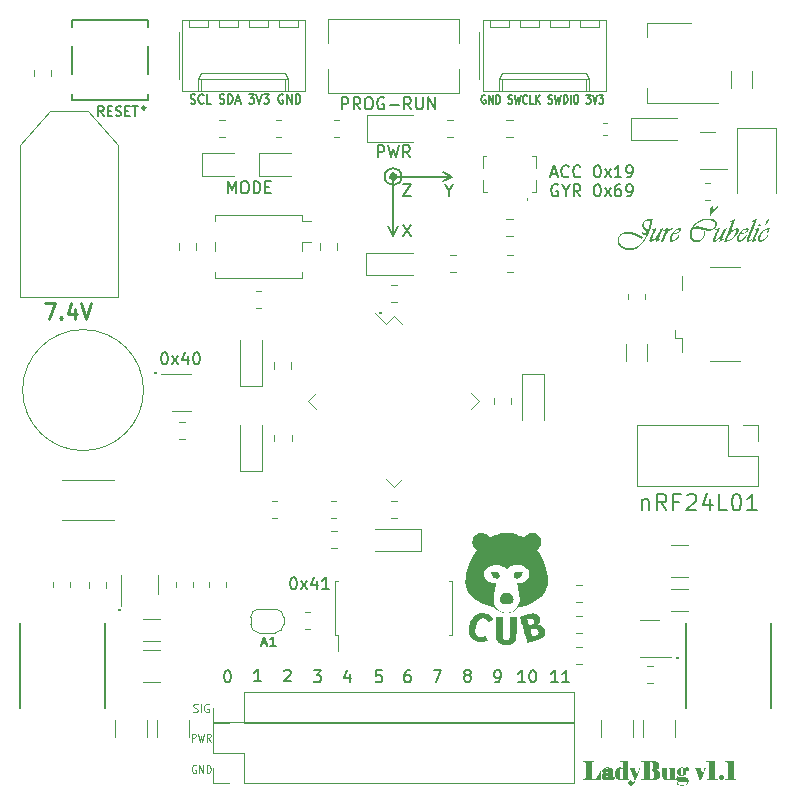
<source format=gbr>
%TF.GenerationSoftware,KiCad,Pcbnew,7.0.5*%
%TF.CreationDate,2023-12-13T15:43:58+01:00*%
%TF.ProjectId,Hexapod UGV v1.0,48657861-706f-4642-9055-47562076312e,rev?*%
%TF.SameCoordinates,Original*%
%TF.FileFunction,Legend,Top*%
%TF.FilePolarity,Positive*%
%FSLAX46Y46*%
G04 Gerber Fmt 4.6, Leading zero omitted, Abs format (unit mm)*
G04 Created by KiCad (PCBNEW 7.0.5) date 2023-12-13 15:43:58*
%MOMM*%
%LPD*%
G01*
G04 APERTURE LIST*
%ADD10C,0.150000*%
%ADD11C,0.500000*%
%ADD12C,0.200000*%
%ADD13C,0.120000*%
%ADD14C,0.260000*%
%ADD15C,0.187500*%
%ADD16C,0.137500*%
%ADD17C,0.100000*%
%ADD18C,0.127000*%
%ADD19C,0.152400*%
%ADD20C,0.254000*%
G04 APERTURE END LIST*
D10*
X145831160Y-78238104D02*
X146307350Y-78238104D01*
X145735922Y-78523819D02*
X146069255Y-77523819D01*
X146069255Y-77523819D02*
X146402588Y-78523819D01*
X147307350Y-78428580D02*
X147259731Y-78476200D01*
X147259731Y-78476200D02*
X147116874Y-78523819D01*
X147116874Y-78523819D02*
X147021636Y-78523819D01*
X147021636Y-78523819D02*
X146878779Y-78476200D01*
X146878779Y-78476200D02*
X146783541Y-78380961D01*
X146783541Y-78380961D02*
X146735922Y-78285723D01*
X146735922Y-78285723D02*
X146688303Y-78095247D01*
X146688303Y-78095247D02*
X146688303Y-77952390D01*
X146688303Y-77952390D02*
X146735922Y-77761914D01*
X146735922Y-77761914D02*
X146783541Y-77666676D01*
X146783541Y-77666676D02*
X146878779Y-77571438D01*
X146878779Y-77571438D02*
X147021636Y-77523819D01*
X147021636Y-77523819D02*
X147116874Y-77523819D01*
X147116874Y-77523819D02*
X147259731Y-77571438D01*
X147259731Y-77571438D02*
X147307350Y-77619057D01*
X148307350Y-78428580D02*
X148259731Y-78476200D01*
X148259731Y-78476200D02*
X148116874Y-78523819D01*
X148116874Y-78523819D02*
X148021636Y-78523819D01*
X148021636Y-78523819D02*
X147878779Y-78476200D01*
X147878779Y-78476200D02*
X147783541Y-78380961D01*
X147783541Y-78380961D02*
X147735922Y-78285723D01*
X147735922Y-78285723D02*
X147688303Y-78095247D01*
X147688303Y-78095247D02*
X147688303Y-77952390D01*
X147688303Y-77952390D02*
X147735922Y-77761914D01*
X147735922Y-77761914D02*
X147783541Y-77666676D01*
X147783541Y-77666676D02*
X147878779Y-77571438D01*
X147878779Y-77571438D02*
X148021636Y-77523819D01*
X148021636Y-77523819D02*
X148116874Y-77523819D01*
X148116874Y-77523819D02*
X148259731Y-77571438D01*
X148259731Y-77571438D02*
X148307350Y-77619057D01*
X149688303Y-77523819D02*
X149783541Y-77523819D01*
X149783541Y-77523819D02*
X149878779Y-77571438D01*
X149878779Y-77571438D02*
X149926398Y-77619057D01*
X149926398Y-77619057D02*
X149974017Y-77714295D01*
X149974017Y-77714295D02*
X150021636Y-77904771D01*
X150021636Y-77904771D02*
X150021636Y-78142866D01*
X150021636Y-78142866D02*
X149974017Y-78333342D01*
X149974017Y-78333342D02*
X149926398Y-78428580D01*
X149926398Y-78428580D02*
X149878779Y-78476200D01*
X149878779Y-78476200D02*
X149783541Y-78523819D01*
X149783541Y-78523819D02*
X149688303Y-78523819D01*
X149688303Y-78523819D02*
X149593065Y-78476200D01*
X149593065Y-78476200D02*
X149545446Y-78428580D01*
X149545446Y-78428580D02*
X149497827Y-78333342D01*
X149497827Y-78333342D02*
X149450208Y-78142866D01*
X149450208Y-78142866D02*
X149450208Y-77904771D01*
X149450208Y-77904771D02*
X149497827Y-77714295D01*
X149497827Y-77714295D02*
X149545446Y-77619057D01*
X149545446Y-77619057D02*
X149593065Y-77571438D01*
X149593065Y-77571438D02*
X149688303Y-77523819D01*
X150354970Y-78523819D02*
X150878779Y-77857152D01*
X150354970Y-77857152D02*
X150878779Y-78523819D01*
X151783541Y-78523819D02*
X151212113Y-78523819D01*
X151497827Y-78523819D02*
X151497827Y-77523819D01*
X151497827Y-77523819D02*
X151402589Y-77666676D01*
X151402589Y-77666676D02*
X151307351Y-77761914D01*
X151307351Y-77761914D02*
X151212113Y-77809533D01*
X152259732Y-78523819D02*
X152450208Y-78523819D01*
X152450208Y-78523819D02*
X152545446Y-78476200D01*
X152545446Y-78476200D02*
X152593065Y-78428580D01*
X152593065Y-78428580D02*
X152688303Y-78285723D01*
X152688303Y-78285723D02*
X152735922Y-78095247D01*
X152735922Y-78095247D02*
X152735922Y-77714295D01*
X152735922Y-77714295D02*
X152688303Y-77619057D01*
X152688303Y-77619057D02*
X152640684Y-77571438D01*
X152640684Y-77571438D02*
X152545446Y-77523819D01*
X152545446Y-77523819D02*
X152354970Y-77523819D01*
X152354970Y-77523819D02*
X152259732Y-77571438D01*
X152259732Y-77571438D02*
X152212113Y-77619057D01*
X152212113Y-77619057D02*
X152164494Y-77714295D01*
X152164494Y-77714295D02*
X152164494Y-77952390D01*
X152164494Y-77952390D02*
X152212113Y-78047628D01*
X152212113Y-78047628D02*
X152259732Y-78095247D01*
X152259732Y-78095247D02*
X152354970Y-78142866D01*
X152354970Y-78142866D02*
X152545446Y-78142866D01*
X152545446Y-78142866D02*
X152640684Y-78095247D01*
X152640684Y-78095247D02*
X152688303Y-78047628D01*
X152688303Y-78047628D02*
X152735922Y-77952390D01*
X146402588Y-79181438D02*
X146307350Y-79133819D01*
X146307350Y-79133819D02*
X146164493Y-79133819D01*
X146164493Y-79133819D02*
X146021636Y-79181438D01*
X146021636Y-79181438D02*
X145926398Y-79276676D01*
X145926398Y-79276676D02*
X145878779Y-79371914D01*
X145878779Y-79371914D02*
X145831160Y-79562390D01*
X145831160Y-79562390D02*
X145831160Y-79705247D01*
X145831160Y-79705247D02*
X145878779Y-79895723D01*
X145878779Y-79895723D02*
X145926398Y-79990961D01*
X145926398Y-79990961D02*
X146021636Y-80086200D01*
X146021636Y-80086200D02*
X146164493Y-80133819D01*
X146164493Y-80133819D02*
X146259731Y-80133819D01*
X146259731Y-80133819D02*
X146402588Y-80086200D01*
X146402588Y-80086200D02*
X146450207Y-80038580D01*
X146450207Y-80038580D02*
X146450207Y-79705247D01*
X146450207Y-79705247D02*
X146259731Y-79705247D01*
X147069255Y-79657628D02*
X147069255Y-80133819D01*
X146735922Y-79133819D02*
X147069255Y-79657628D01*
X147069255Y-79657628D02*
X147402588Y-79133819D01*
X148307350Y-80133819D02*
X147974017Y-79657628D01*
X147735922Y-80133819D02*
X147735922Y-79133819D01*
X147735922Y-79133819D02*
X148116874Y-79133819D01*
X148116874Y-79133819D02*
X148212112Y-79181438D01*
X148212112Y-79181438D02*
X148259731Y-79229057D01*
X148259731Y-79229057D02*
X148307350Y-79324295D01*
X148307350Y-79324295D02*
X148307350Y-79467152D01*
X148307350Y-79467152D02*
X148259731Y-79562390D01*
X148259731Y-79562390D02*
X148212112Y-79610009D01*
X148212112Y-79610009D02*
X148116874Y-79657628D01*
X148116874Y-79657628D02*
X147735922Y-79657628D01*
X149688303Y-79133819D02*
X149783541Y-79133819D01*
X149783541Y-79133819D02*
X149878779Y-79181438D01*
X149878779Y-79181438D02*
X149926398Y-79229057D01*
X149926398Y-79229057D02*
X149974017Y-79324295D01*
X149974017Y-79324295D02*
X150021636Y-79514771D01*
X150021636Y-79514771D02*
X150021636Y-79752866D01*
X150021636Y-79752866D02*
X149974017Y-79943342D01*
X149974017Y-79943342D02*
X149926398Y-80038580D01*
X149926398Y-80038580D02*
X149878779Y-80086200D01*
X149878779Y-80086200D02*
X149783541Y-80133819D01*
X149783541Y-80133819D02*
X149688303Y-80133819D01*
X149688303Y-80133819D02*
X149593065Y-80086200D01*
X149593065Y-80086200D02*
X149545446Y-80038580D01*
X149545446Y-80038580D02*
X149497827Y-79943342D01*
X149497827Y-79943342D02*
X149450208Y-79752866D01*
X149450208Y-79752866D02*
X149450208Y-79514771D01*
X149450208Y-79514771D02*
X149497827Y-79324295D01*
X149497827Y-79324295D02*
X149545446Y-79229057D01*
X149545446Y-79229057D02*
X149593065Y-79181438D01*
X149593065Y-79181438D02*
X149688303Y-79133819D01*
X150354970Y-80133819D02*
X150878779Y-79467152D01*
X150354970Y-79467152D02*
X150878779Y-80133819D01*
X151688303Y-79133819D02*
X151497827Y-79133819D01*
X151497827Y-79133819D02*
X151402589Y-79181438D01*
X151402589Y-79181438D02*
X151354970Y-79229057D01*
X151354970Y-79229057D02*
X151259732Y-79371914D01*
X151259732Y-79371914D02*
X151212113Y-79562390D01*
X151212113Y-79562390D02*
X151212113Y-79943342D01*
X151212113Y-79943342D02*
X151259732Y-80038580D01*
X151259732Y-80038580D02*
X151307351Y-80086200D01*
X151307351Y-80086200D02*
X151402589Y-80133819D01*
X151402589Y-80133819D02*
X151593065Y-80133819D01*
X151593065Y-80133819D02*
X151688303Y-80086200D01*
X151688303Y-80086200D02*
X151735922Y-80038580D01*
X151735922Y-80038580D02*
X151783541Y-79943342D01*
X151783541Y-79943342D02*
X151783541Y-79705247D01*
X151783541Y-79705247D02*
X151735922Y-79610009D01*
X151735922Y-79610009D02*
X151688303Y-79562390D01*
X151688303Y-79562390D02*
X151593065Y-79514771D01*
X151593065Y-79514771D02*
X151402589Y-79514771D01*
X151402589Y-79514771D02*
X151307351Y-79562390D01*
X151307351Y-79562390D02*
X151259732Y-79610009D01*
X151259732Y-79610009D02*
X151212113Y-79705247D01*
X152259732Y-80133819D02*
X152450208Y-80133819D01*
X152450208Y-80133819D02*
X152545446Y-80086200D01*
X152545446Y-80086200D02*
X152593065Y-80038580D01*
X152593065Y-80038580D02*
X152688303Y-79895723D01*
X152688303Y-79895723D02*
X152735922Y-79705247D01*
X152735922Y-79705247D02*
X152735922Y-79324295D01*
X152735922Y-79324295D02*
X152688303Y-79229057D01*
X152688303Y-79229057D02*
X152640684Y-79181438D01*
X152640684Y-79181438D02*
X152545446Y-79133819D01*
X152545446Y-79133819D02*
X152354970Y-79133819D01*
X152354970Y-79133819D02*
X152259732Y-79181438D01*
X152259732Y-79181438D02*
X152212113Y-79229057D01*
X152212113Y-79229057D02*
X152164494Y-79324295D01*
X152164494Y-79324295D02*
X152164494Y-79562390D01*
X152164494Y-79562390D02*
X152212113Y-79657628D01*
X152212113Y-79657628D02*
X152259732Y-79705247D01*
X152259732Y-79705247D02*
X152354970Y-79752866D01*
X152354970Y-79752866D02*
X152545446Y-79752866D01*
X152545446Y-79752866D02*
X152640684Y-79705247D01*
X152640684Y-79705247D02*
X152688303Y-79657628D01*
X152688303Y-79657628D02*
X152735922Y-79562390D01*
X123971255Y-112407819D02*
X124066493Y-112407819D01*
X124066493Y-112407819D02*
X124161731Y-112455438D01*
X124161731Y-112455438D02*
X124209350Y-112503057D01*
X124209350Y-112503057D02*
X124256969Y-112598295D01*
X124256969Y-112598295D02*
X124304588Y-112788771D01*
X124304588Y-112788771D02*
X124304588Y-113026866D01*
X124304588Y-113026866D02*
X124256969Y-113217342D01*
X124256969Y-113217342D02*
X124209350Y-113312580D01*
X124209350Y-113312580D02*
X124161731Y-113360200D01*
X124161731Y-113360200D02*
X124066493Y-113407819D01*
X124066493Y-113407819D02*
X123971255Y-113407819D01*
X123971255Y-113407819D02*
X123876017Y-113360200D01*
X123876017Y-113360200D02*
X123828398Y-113312580D01*
X123828398Y-113312580D02*
X123780779Y-113217342D01*
X123780779Y-113217342D02*
X123733160Y-113026866D01*
X123733160Y-113026866D02*
X123733160Y-112788771D01*
X123733160Y-112788771D02*
X123780779Y-112598295D01*
X123780779Y-112598295D02*
X123828398Y-112503057D01*
X123828398Y-112503057D02*
X123876017Y-112455438D01*
X123876017Y-112455438D02*
X123971255Y-112407819D01*
X124637922Y-113407819D02*
X125161731Y-112741152D01*
X124637922Y-112741152D02*
X125161731Y-113407819D01*
X125971255Y-112741152D02*
X125971255Y-113407819D01*
X125733160Y-112360200D02*
X125495065Y-113074485D01*
X125495065Y-113074485D02*
X126114112Y-113074485D01*
X127018874Y-113407819D02*
X126447446Y-113407819D01*
X126733160Y-113407819D02*
X126733160Y-112407819D01*
X126733160Y-112407819D02*
X126637922Y-112550676D01*
X126637922Y-112550676D02*
X126542684Y-112645914D01*
X126542684Y-112645914D02*
X126447446Y-112693533D01*
X113049255Y-93357819D02*
X113144493Y-93357819D01*
X113144493Y-93357819D02*
X113239731Y-93405438D01*
X113239731Y-93405438D02*
X113287350Y-93453057D01*
X113287350Y-93453057D02*
X113334969Y-93548295D01*
X113334969Y-93548295D02*
X113382588Y-93738771D01*
X113382588Y-93738771D02*
X113382588Y-93976866D01*
X113382588Y-93976866D02*
X113334969Y-94167342D01*
X113334969Y-94167342D02*
X113287350Y-94262580D01*
X113287350Y-94262580D02*
X113239731Y-94310200D01*
X113239731Y-94310200D02*
X113144493Y-94357819D01*
X113144493Y-94357819D02*
X113049255Y-94357819D01*
X113049255Y-94357819D02*
X112954017Y-94310200D01*
X112954017Y-94310200D02*
X112906398Y-94262580D01*
X112906398Y-94262580D02*
X112858779Y-94167342D01*
X112858779Y-94167342D02*
X112811160Y-93976866D01*
X112811160Y-93976866D02*
X112811160Y-93738771D01*
X112811160Y-93738771D02*
X112858779Y-93548295D01*
X112858779Y-93548295D02*
X112906398Y-93453057D01*
X112906398Y-93453057D02*
X112954017Y-93405438D01*
X112954017Y-93405438D02*
X113049255Y-93357819D01*
X113715922Y-94357819D02*
X114239731Y-93691152D01*
X113715922Y-93691152D02*
X114239731Y-94357819D01*
X115049255Y-93691152D02*
X115049255Y-94357819D01*
X114811160Y-93310200D02*
X114573065Y-94024485D01*
X114573065Y-94024485D02*
X115192112Y-94024485D01*
X115763541Y-93357819D02*
X115858779Y-93357819D01*
X115858779Y-93357819D02*
X115954017Y-93405438D01*
X115954017Y-93405438D02*
X116001636Y-93453057D01*
X116001636Y-93453057D02*
X116049255Y-93548295D01*
X116049255Y-93548295D02*
X116096874Y-93738771D01*
X116096874Y-93738771D02*
X116096874Y-93976866D01*
X116096874Y-93976866D02*
X116049255Y-94167342D01*
X116049255Y-94167342D02*
X116001636Y-94262580D01*
X116001636Y-94262580D02*
X115954017Y-94310200D01*
X115954017Y-94310200D02*
X115858779Y-94357819D01*
X115858779Y-94357819D02*
X115763541Y-94357819D01*
X115763541Y-94357819D02*
X115668303Y-94310200D01*
X115668303Y-94310200D02*
X115620684Y-94262580D01*
X115620684Y-94262580D02*
X115573065Y-94167342D01*
X115573065Y-94167342D02*
X115525446Y-93976866D01*
X115525446Y-93976866D02*
X115525446Y-93738771D01*
X115525446Y-93738771D02*
X115573065Y-93548295D01*
X115573065Y-93548295D02*
X115620684Y-93453057D01*
X115620684Y-93453057D02*
X115668303Y-93405438D01*
X115668303Y-93405438D02*
X115763541Y-93357819D01*
X137452000Y-78464000D02*
X136652000Y-78864000D01*
D11*
X132593421Y-78464000D02*
G75*
G03*
X132593421Y-78464000I-141421J0D01*
G01*
D10*
X132452000Y-83464000D02*
X132852000Y-82664000D01*
X132452000Y-78464000D02*
X137452000Y-78464000D01*
X137452000Y-78464000D02*
X136652000Y-78064000D01*
X132452000Y-83464000D02*
X132052000Y-82664000D01*
X132452000Y-78464000D02*
X132452000Y-83464000D01*
X133173110Y-78464000D02*
G75*
G03*
X133173110Y-78464000I-721110J0D01*
G01*
X133861350Y-120281819D02*
X133670874Y-120281819D01*
X133670874Y-120281819D02*
X133575636Y-120329438D01*
X133575636Y-120329438D02*
X133528017Y-120377057D01*
X133528017Y-120377057D02*
X133432779Y-120519914D01*
X133432779Y-120519914D02*
X133385160Y-120710390D01*
X133385160Y-120710390D02*
X133385160Y-121091342D01*
X133385160Y-121091342D02*
X133432779Y-121186580D01*
X133432779Y-121186580D02*
X133480398Y-121234200D01*
X133480398Y-121234200D02*
X133575636Y-121281819D01*
X133575636Y-121281819D02*
X133766112Y-121281819D01*
X133766112Y-121281819D02*
X133861350Y-121234200D01*
X133861350Y-121234200D02*
X133908969Y-121186580D01*
X133908969Y-121186580D02*
X133956588Y-121091342D01*
X133956588Y-121091342D02*
X133956588Y-120853247D01*
X133956588Y-120853247D02*
X133908969Y-120758009D01*
X133908969Y-120758009D02*
X133861350Y-120710390D01*
X133861350Y-120710390D02*
X133766112Y-120662771D01*
X133766112Y-120662771D02*
X133575636Y-120662771D01*
X133575636Y-120662771D02*
X133480398Y-120710390D01*
X133480398Y-120710390D02*
X133432779Y-120758009D01*
X133432779Y-120758009D02*
X133385160Y-120853247D01*
X141100398Y-121281819D02*
X141290874Y-121281819D01*
X141290874Y-121281819D02*
X141386112Y-121234200D01*
X141386112Y-121234200D02*
X141433731Y-121186580D01*
X141433731Y-121186580D02*
X141528969Y-121043723D01*
X141528969Y-121043723D02*
X141576588Y-120853247D01*
X141576588Y-120853247D02*
X141576588Y-120472295D01*
X141576588Y-120472295D02*
X141528969Y-120377057D01*
X141528969Y-120377057D02*
X141481350Y-120329438D01*
X141481350Y-120329438D02*
X141386112Y-120281819D01*
X141386112Y-120281819D02*
X141195636Y-120281819D01*
X141195636Y-120281819D02*
X141100398Y-120329438D01*
X141100398Y-120329438D02*
X141052779Y-120377057D01*
X141052779Y-120377057D02*
X141005160Y-120472295D01*
X141005160Y-120472295D02*
X141005160Y-120710390D01*
X141005160Y-120710390D02*
X141052779Y-120805628D01*
X141052779Y-120805628D02*
X141100398Y-120853247D01*
X141100398Y-120853247D02*
X141195636Y-120900866D01*
X141195636Y-120900866D02*
X141386112Y-120900866D01*
X141386112Y-120900866D02*
X141481350Y-120853247D01*
X141481350Y-120853247D02*
X141528969Y-120805628D01*
X141528969Y-120805628D02*
X141576588Y-120710390D01*
X135877541Y-120256419D02*
X136544207Y-120256419D01*
X136544207Y-120256419D02*
X136115636Y-121256419D01*
X128098779Y-72767819D02*
X128098779Y-71767819D01*
X128098779Y-71767819D02*
X128479731Y-71767819D01*
X128479731Y-71767819D02*
X128574969Y-71815438D01*
X128574969Y-71815438D02*
X128622588Y-71863057D01*
X128622588Y-71863057D02*
X128670207Y-71958295D01*
X128670207Y-71958295D02*
X128670207Y-72101152D01*
X128670207Y-72101152D02*
X128622588Y-72196390D01*
X128622588Y-72196390D02*
X128574969Y-72244009D01*
X128574969Y-72244009D02*
X128479731Y-72291628D01*
X128479731Y-72291628D02*
X128098779Y-72291628D01*
X129670207Y-72767819D02*
X129336874Y-72291628D01*
X129098779Y-72767819D02*
X129098779Y-71767819D01*
X129098779Y-71767819D02*
X129479731Y-71767819D01*
X129479731Y-71767819D02*
X129574969Y-71815438D01*
X129574969Y-71815438D02*
X129622588Y-71863057D01*
X129622588Y-71863057D02*
X129670207Y-71958295D01*
X129670207Y-71958295D02*
X129670207Y-72101152D01*
X129670207Y-72101152D02*
X129622588Y-72196390D01*
X129622588Y-72196390D02*
X129574969Y-72244009D01*
X129574969Y-72244009D02*
X129479731Y-72291628D01*
X129479731Y-72291628D02*
X129098779Y-72291628D01*
X130289255Y-71767819D02*
X130479731Y-71767819D01*
X130479731Y-71767819D02*
X130574969Y-71815438D01*
X130574969Y-71815438D02*
X130670207Y-71910676D01*
X130670207Y-71910676D02*
X130717826Y-72101152D01*
X130717826Y-72101152D02*
X130717826Y-72434485D01*
X130717826Y-72434485D02*
X130670207Y-72624961D01*
X130670207Y-72624961D02*
X130574969Y-72720200D01*
X130574969Y-72720200D02*
X130479731Y-72767819D01*
X130479731Y-72767819D02*
X130289255Y-72767819D01*
X130289255Y-72767819D02*
X130194017Y-72720200D01*
X130194017Y-72720200D02*
X130098779Y-72624961D01*
X130098779Y-72624961D02*
X130051160Y-72434485D01*
X130051160Y-72434485D02*
X130051160Y-72101152D01*
X130051160Y-72101152D02*
X130098779Y-71910676D01*
X130098779Y-71910676D02*
X130194017Y-71815438D01*
X130194017Y-71815438D02*
X130289255Y-71767819D01*
X131670207Y-71815438D02*
X131574969Y-71767819D01*
X131574969Y-71767819D02*
X131432112Y-71767819D01*
X131432112Y-71767819D02*
X131289255Y-71815438D01*
X131289255Y-71815438D02*
X131194017Y-71910676D01*
X131194017Y-71910676D02*
X131146398Y-72005914D01*
X131146398Y-72005914D02*
X131098779Y-72196390D01*
X131098779Y-72196390D02*
X131098779Y-72339247D01*
X131098779Y-72339247D02*
X131146398Y-72529723D01*
X131146398Y-72529723D02*
X131194017Y-72624961D01*
X131194017Y-72624961D02*
X131289255Y-72720200D01*
X131289255Y-72720200D02*
X131432112Y-72767819D01*
X131432112Y-72767819D02*
X131527350Y-72767819D01*
X131527350Y-72767819D02*
X131670207Y-72720200D01*
X131670207Y-72720200D02*
X131717826Y-72672580D01*
X131717826Y-72672580D02*
X131717826Y-72339247D01*
X131717826Y-72339247D02*
X131527350Y-72339247D01*
X132146398Y-72386866D02*
X132908303Y-72386866D01*
X133955921Y-72767819D02*
X133622588Y-72291628D01*
X133384493Y-72767819D02*
X133384493Y-71767819D01*
X133384493Y-71767819D02*
X133765445Y-71767819D01*
X133765445Y-71767819D02*
X133860683Y-71815438D01*
X133860683Y-71815438D02*
X133908302Y-71863057D01*
X133908302Y-71863057D02*
X133955921Y-71958295D01*
X133955921Y-71958295D02*
X133955921Y-72101152D01*
X133955921Y-72101152D02*
X133908302Y-72196390D01*
X133908302Y-72196390D02*
X133860683Y-72244009D01*
X133860683Y-72244009D02*
X133765445Y-72291628D01*
X133765445Y-72291628D02*
X133384493Y-72291628D01*
X134384493Y-71767819D02*
X134384493Y-72577342D01*
X134384493Y-72577342D02*
X134432112Y-72672580D01*
X134432112Y-72672580D02*
X134479731Y-72720200D01*
X134479731Y-72720200D02*
X134574969Y-72767819D01*
X134574969Y-72767819D02*
X134765445Y-72767819D01*
X134765445Y-72767819D02*
X134860683Y-72720200D01*
X134860683Y-72720200D02*
X134908302Y-72672580D01*
X134908302Y-72672580D02*
X134955921Y-72577342D01*
X134955921Y-72577342D02*
X134955921Y-71767819D01*
X135432112Y-72767819D02*
X135432112Y-71767819D01*
X135432112Y-71767819D02*
X136003540Y-72767819D01*
X136003540Y-72767819D02*
X136003540Y-71767819D01*
X128781350Y-120615152D02*
X128781350Y-121281819D01*
X128543255Y-120234200D02*
X128305160Y-120948485D01*
X128305160Y-120948485D02*
X128924207Y-120948485D01*
X109302779Y-115090580D02*
X109350398Y-115138200D01*
X109350398Y-115138200D02*
X109302779Y-115185819D01*
X109302779Y-115185819D02*
X109255160Y-115138200D01*
X109255160Y-115138200D02*
X109302779Y-115090580D01*
X109302779Y-115090580D02*
X109302779Y-115185819D01*
D12*
G36*
X149413251Y-129485510D02*
G01*
X149427489Y-129485054D01*
X149441739Y-129483684D01*
X149455999Y-129481402D01*
X149470269Y-129478206D01*
X149484551Y-129474097D01*
X149498843Y-129469075D01*
X149513145Y-129463141D01*
X149527459Y-129456293D01*
X149541783Y-129448532D01*
X149556118Y-129439858D01*
X149570463Y-129430271D01*
X149584819Y-129419771D01*
X149599186Y-129408358D01*
X149613563Y-129396032D01*
X149627952Y-129382792D01*
X149642351Y-129368640D01*
X149656652Y-129353883D01*
X149670748Y-129338827D01*
X149684638Y-129323474D01*
X149698322Y-129307824D01*
X149711800Y-129291875D01*
X149725073Y-129275629D01*
X149738140Y-129259086D01*
X149751002Y-129242244D01*
X149763658Y-129225105D01*
X149776108Y-129207669D01*
X149788352Y-129189934D01*
X149800391Y-129171903D01*
X149812224Y-129153573D01*
X149823851Y-129134946D01*
X149835273Y-129116021D01*
X149846489Y-129096798D01*
X149857590Y-129077330D01*
X149868581Y-129057671D01*
X149879463Y-129037820D01*
X149890236Y-129017778D01*
X149900899Y-128997543D01*
X149911452Y-128977117D01*
X149921896Y-128956499D01*
X149932230Y-128935689D01*
X149942455Y-128914688D01*
X149952570Y-128893494D01*
X149962576Y-128872109D01*
X149972472Y-128850532D01*
X149982259Y-128828764D01*
X149991936Y-128806803D01*
X150001504Y-128784651D01*
X150010962Y-128762307D01*
X150060543Y-128762307D01*
X150060543Y-129539000D01*
X148498561Y-129539000D01*
X148498561Y-129492105D01*
X148513534Y-129492018D01*
X148528831Y-129491757D01*
X148542701Y-129491379D01*
X148553272Y-129491006D01*
X148566997Y-129490244D01*
X148580846Y-129489145D01*
X148596618Y-129487634D01*
X148611230Y-129486060D01*
X148627179Y-129484199D01*
X148637389Y-129482946D01*
X148654095Y-129480227D01*
X148669165Y-129476649D01*
X148682599Y-129472212D01*
X148696560Y-129465755D01*
X148709869Y-129456659D01*
X148716035Y-129450706D01*
X148725224Y-129437875D01*
X148731771Y-129424060D01*
X148737093Y-129407642D01*
X148740591Y-129391973D01*
X148743237Y-129374497D01*
X148744416Y-129363145D01*
X148748519Y-129264593D01*
X148748519Y-128242436D01*
X148744416Y-128143884D01*
X148742845Y-128128314D01*
X148740311Y-128110654D01*
X148737142Y-128094998D01*
X148732502Y-128078855D01*
X148725933Y-128063668D01*
X148720480Y-128055224D01*
X148709987Y-128044439D01*
X148696630Y-128035898D01*
X148682593Y-128030266D01*
X148668817Y-128026806D01*
X148661325Y-128025549D01*
X148646390Y-128023393D01*
X148632105Y-128021599D01*
X148618469Y-128020165D01*
X148603380Y-128018948D01*
X148589175Y-128018221D01*
X148575333Y-128017653D01*
X148561032Y-128016909D01*
X148546273Y-128015990D01*
X148531056Y-128014896D01*
X148522155Y-128014191D01*
X148522155Y-127968030D01*
X149497368Y-127968030D01*
X149497368Y-128014558D01*
X149357173Y-128021519D01*
X149341042Y-128023762D01*
X149326632Y-128026828D01*
X149311609Y-128031594D01*
X149299063Y-128037544D01*
X149287555Y-128045984D01*
X149283655Y-128050095D01*
X149274936Y-128064246D01*
X149269518Y-128078526D01*
X149265738Y-128092826D01*
X149262626Y-128109309D01*
X149260617Y-128124066D01*
X149259036Y-128140221D01*
X149254933Y-128239505D01*
X149254933Y-129491739D01*
X149413251Y-129485510D01*
G37*
G36*
X150653841Y-128484162D02*
G01*
X150673855Y-128485038D01*
X150693677Y-128486498D01*
X150713307Y-128488542D01*
X150732744Y-128491169D01*
X150751989Y-128494380D01*
X150771041Y-128498176D01*
X150789901Y-128502555D01*
X150808569Y-128507518D01*
X150827044Y-128513065D01*
X150845327Y-128519196D01*
X150863418Y-128525911D01*
X150881317Y-128533209D01*
X150899023Y-128541092D01*
X150916536Y-128549558D01*
X150933858Y-128558609D01*
X150950586Y-128568280D01*
X150966235Y-128578610D01*
X150980805Y-128589598D01*
X150994296Y-128601244D01*
X151006707Y-128613549D01*
X151018039Y-128626512D01*
X151028292Y-128640133D01*
X151037466Y-128654413D01*
X151045560Y-128669351D01*
X151052575Y-128684947D01*
X151058511Y-128701202D01*
X151063368Y-128718115D01*
X151067145Y-128735686D01*
X151069843Y-128753915D01*
X151071462Y-128772803D01*
X151072002Y-128792349D01*
X151072002Y-129288406D01*
X151072183Y-129304761D01*
X151072728Y-129320120D01*
X151073920Y-129337917D01*
X151075680Y-129354159D01*
X151078008Y-129368844D01*
X151081550Y-129384411D01*
X151083628Y-129391355D01*
X151089698Y-129406054D01*
X151100758Y-129416744D01*
X151114594Y-129421288D01*
X151121925Y-129421763D01*
X151135890Y-129419663D01*
X151148292Y-129413365D01*
X151159131Y-129402868D01*
X151168407Y-129388172D01*
X151174944Y-129372718D01*
X151178345Y-129362046D01*
X151182432Y-129346487D01*
X151185974Y-129329668D01*
X151188972Y-129311590D01*
X151191424Y-129292253D01*
X151192906Y-129276924D01*
X151194081Y-129260886D01*
X151194949Y-129244140D01*
X151195511Y-129226685D01*
X151195767Y-129208522D01*
X151195784Y-129202311D01*
X151245365Y-129202311D01*
X151245111Y-129227175D01*
X151244350Y-129250934D01*
X151243081Y-129273589D01*
X151241305Y-129295138D01*
X151239021Y-129315583D01*
X151236229Y-129334923D01*
X151232930Y-129353158D01*
X151229123Y-129370289D01*
X151224809Y-129386314D01*
X151219987Y-129401235D01*
X151214657Y-129415051D01*
X151205711Y-129433703D01*
X151195624Y-129449870D01*
X151184394Y-129463551D01*
X151180397Y-129467558D01*
X151168396Y-129478768D01*
X151156630Y-129489180D01*
X151145099Y-129498792D01*
X151133802Y-129507607D01*
X151119104Y-129518117D01*
X151104822Y-129527207D01*
X151090958Y-129534878D01*
X151077510Y-129541129D01*
X151064479Y-129545960D01*
X151047889Y-129550710D01*
X151033656Y-129553930D01*
X151018568Y-129556635D01*
X151002625Y-129558824D01*
X150985827Y-129560499D01*
X150968175Y-129561658D01*
X150954374Y-129562189D01*
X150940093Y-129562431D01*
X150935226Y-129562447D01*
X150918911Y-129562031D01*
X150902920Y-129560785D01*
X150887254Y-129558708D01*
X150871913Y-129555801D01*
X150856897Y-129552062D01*
X150842205Y-129547493D01*
X150827837Y-129542093D01*
X150813794Y-129535863D01*
X150800076Y-129528801D01*
X150786682Y-129520909D01*
X150777933Y-129515186D01*
X150765462Y-129506373D01*
X150754079Y-129497656D01*
X150740594Y-129486184D01*
X150729042Y-129474884D01*
X150719425Y-129463756D01*
X150710124Y-129450087D01*
X150703844Y-129436687D01*
X150700997Y-129426159D01*
X150693602Y-129441674D01*
X150685654Y-129453842D01*
X150675901Y-129465791D01*
X150664342Y-129477524D01*
X150650977Y-129489038D01*
X150639768Y-129497532D01*
X150627543Y-129505903D01*
X150614303Y-129514151D01*
X150604912Y-129519582D01*
X150590159Y-129527243D01*
X150574626Y-129534149D01*
X150558311Y-129540303D01*
X150541215Y-129545703D01*
X150523337Y-129550349D01*
X150504678Y-129554242D01*
X150485237Y-129557382D01*
X150465015Y-129559768D01*
X150451100Y-129560940D01*
X150436837Y-129561777D01*
X150422227Y-129562279D01*
X150407270Y-129562447D01*
X150391172Y-129562139D01*
X150375448Y-129561216D01*
X150360099Y-129559678D01*
X150345123Y-129557524D01*
X150330521Y-129554755D01*
X150316293Y-129551370D01*
X150302439Y-129547370D01*
X150288959Y-129542755D01*
X150275853Y-129537524D01*
X150263121Y-129531678D01*
X150250763Y-129525216D01*
X150238779Y-129518140D01*
X150221505Y-129506371D01*
X150205072Y-129493217D01*
X150194584Y-129483678D01*
X150184646Y-129473552D01*
X150170942Y-129457482D01*
X150158680Y-129440356D01*
X150147861Y-129422174D01*
X150138484Y-129402935D01*
X150130550Y-129382641D01*
X150126062Y-129368524D01*
X150122215Y-129353938D01*
X150119010Y-129338883D01*
X150116445Y-129323358D01*
X150114522Y-129307364D01*
X150113239Y-129290901D01*
X150112598Y-129273968D01*
X150112518Y-129265325D01*
X150112934Y-129246274D01*
X150512588Y-129246274D01*
X150512699Y-129263627D01*
X150513033Y-129280239D01*
X150513589Y-129296110D01*
X150514367Y-129311241D01*
X150515751Y-129330263D01*
X150517530Y-129347969D01*
X150519704Y-129364358D01*
X150522274Y-129379431D01*
X150525240Y-129393187D01*
X150529878Y-129408174D01*
X150537251Y-129422805D01*
X150546595Y-129433779D01*
X150559989Y-129441959D01*
X150573605Y-129445007D01*
X150578582Y-129445210D01*
X150592616Y-129443825D01*
X150605996Y-129439670D01*
X150618721Y-129432746D01*
X150630792Y-129423051D01*
X150637396Y-129416267D01*
X150647849Y-129403465D01*
X150656470Y-129390382D01*
X150663258Y-129377018D01*
X150668772Y-129361402D01*
X150670222Y-129355451D01*
X150672557Y-128967308D01*
X150669389Y-128971570D01*
X150657867Y-128982021D01*
X150645309Y-128990839D01*
X150632952Y-128998090D01*
X150618875Y-129005251D01*
X150615854Y-129006672D01*
X150601448Y-129013576D01*
X150588579Y-129020318D01*
X150575163Y-129028196D01*
X150562307Y-129037094D01*
X150551300Y-129046877D01*
X150550201Y-129048071D01*
X150542208Y-129060047D01*
X150535846Y-129074545D01*
X150530861Y-129089958D01*
X150527037Y-129104908D01*
X150523514Y-129121772D01*
X150522846Y-129125374D01*
X150520442Y-129140006D01*
X150518358Y-129154775D01*
X150516595Y-129169681D01*
X150515152Y-129184725D01*
X150514030Y-129199906D01*
X150513229Y-129215225D01*
X150512748Y-129230681D01*
X150512588Y-129246274D01*
X150112934Y-129246274D01*
X150112969Y-129244682D01*
X150114321Y-129224792D01*
X150116575Y-129205656D01*
X150119731Y-129187273D01*
X150123788Y-129169643D01*
X150128747Y-129152767D01*
X150134607Y-129136645D01*
X150141369Y-129121276D01*
X150149033Y-129106660D01*
X150157598Y-129092798D01*
X150163809Y-129083975D01*
X150173505Y-129071462D01*
X150183231Y-129059889D01*
X150192988Y-129049257D01*
X150206043Y-129036543D01*
X150219152Y-129025501D01*
X150232314Y-129016130D01*
X150245529Y-129008430D01*
X150258798Y-129002402D01*
X150268785Y-128998979D01*
X150283029Y-128995120D01*
X150298918Y-128991422D01*
X150316453Y-128987885D01*
X150330684Y-128985337D01*
X150345841Y-128982879D01*
X150361924Y-128980511D01*
X150378932Y-128978233D01*
X150396866Y-128976046D01*
X150415725Y-128973948D01*
X150428812Y-128972600D01*
X150448247Y-128970517D01*
X150466672Y-128968389D01*
X150484087Y-128966215D01*
X150500492Y-128963997D01*
X150515887Y-128961733D01*
X150530272Y-128959424D01*
X150547882Y-128956276D01*
X150563697Y-128953047D01*
X150577717Y-128949738D01*
X150584053Y-128948054D01*
X150598591Y-128943703D01*
X150614074Y-128938483D01*
X150627418Y-128933262D01*
X150640281Y-128927171D01*
X150651415Y-128920210D01*
X150661333Y-128909684D01*
X150667577Y-128895509D01*
X150670057Y-128879631D01*
X150670222Y-128873682D01*
X150668170Y-128676944D01*
X150668017Y-128662188D01*
X150667336Y-128643836D01*
X150666110Y-128626994D01*
X150664339Y-128611664D01*
X150661358Y-128594627D01*
X150657527Y-128579951D01*
X150651804Y-128565457D01*
X150650732Y-128563371D01*
X150641237Y-128550666D01*
X150628011Y-128541082D01*
X150613706Y-128535350D01*
X150599691Y-128532325D01*
X150583773Y-128530892D01*
X150576872Y-128530765D01*
X150561786Y-128531589D01*
X150547944Y-128534061D01*
X150533646Y-128538904D01*
X150520973Y-128545899D01*
X150518059Y-128547984D01*
X150506984Y-128558043D01*
X150498930Y-128570580D01*
X150495238Y-128586023D01*
X150495149Y-128589017D01*
X150500119Y-128603941D01*
X150508456Y-128615601D01*
X150518807Y-128626936D01*
X150529691Y-128637326D01*
X150537207Y-128643972D01*
X150549422Y-128656317D01*
X150559567Y-128670683D01*
X150566192Y-128683632D01*
X150571492Y-128697874D01*
X150575467Y-128713410D01*
X150578117Y-128730240D01*
X150579442Y-128748364D01*
X150579608Y-128757911D01*
X150578705Y-128775960D01*
X150575996Y-128793471D01*
X150571482Y-128810444D01*
X150565161Y-128826879D01*
X150557035Y-128842776D01*
X150547102Y-128858134D01*
X150535364Y-128872955D01*
X150525375Y-128883717D01*
X150521820Y-128887237D01*
X150510445Y-128897189D01*
X150497862Y-128906162D01*
X150484070Y-128914157D01*
X150469071Y-128921172D01*
X150452863Y-128927208D01*
X150435447Y-128932266D01*
X150416823Y-128936345D01*
X150396991Y-128939444D01*
X150383098Y-128940967D01*
X150368668Y-128942055D01*
X150353702Y-128942707D01*
X150338198Y-128942925D01*
X150320925Y-128942261D01*
X150304154Y-128940269D01*
X150287885Y-128936949D01*
X150272118Y-128932300D01*
X150256854Y-128926324D01*
X150242092Y-128919020D01*
X150227832Y-128910387D01*
X150214074Y-128900427D01*
X150201412Y-128889344D01*
X150190438Y-128877346D01*
X150181152Y-128864431D01*
X150173554Y-128850601D01*
X150167645Y-128835855D01*
X150163424Y-128820193D01*
X150160892Y-128803615D01*
X150160048Y-128786121D01*
X150160598Y-128768900D01*
X150162249Y-128752135D01*
X150165000Y-128735825D01*
X150168853Y-128719969D01*
X150173805Y-128704569D01*
X150179859Y-128689624D01*
X150187013Y-128675134D01*
X150195267Y-128661099D01*
X150204623Y-128647519D01*
X150215079Y-128634395D01*
X150226635Y-128621725D01*
X150239292Y-128609510D01*
X150253050Y-128597751D01*
X150267908Y-128586447D01*
X150283867Y-128575597D01*
X150300927Y-128565203D01*
X150318736Y-128555354D01*
X150336943Y-128546141D01*
X150355548Y-128537563D01*
X150374551Y-128529620D01*
X150393952Y-128522313D01*
X150413751Y-128515641D01*
X150433948Y-128509605D01*
X150454543Y-128504204D01*
X150475537Y-128499438D01*
X150496928Y-128495308D01*
X150518717Y-128491813D01*
X150540905Y-128488954D01*
X150563490Y-128486730D01*
X150586474Y-128485141D01*
X150609855Y-128484188D01*
X150633635Y-128483870D01*
X150653841Y-128484162D01*
G37*
G36*
X152297515Y-129303061D02*
G01*
X152299566Y-129390622D01*
X152299950Y-129406400D01*
X152301425Y-129423161D01*
X152304543Y-129439721D01*
X152309950Y-129454696D01*
X152315295Y-129463162D01*
X152326932Y-129472806D01*
X152339573Y-129478824D01*
X152352909Y-129482950D01*
X152368553Y-129486123D01*
X152380264Y-129487709D01*
X152453097Y-129492838D01*
X152453097Y-129539000D01*
X151901548Y-129539000D01*
X151901548Y-129476351D01*
X151890225Y-129487210D01*
X151877643Y-129497899D01*
X151865830Y-129507681D01*
X151854685Y-129516794D01*
X151848547Y-129521780D01*
X151834538Y-129531312D01*
X151817815Y-129539572D01*
X151803492Y-129544933D01*
X151787642Y-129549580D01*
X151770265Y-129553511D01*
X151751362Y-129556728D01*
X151730931Y-129559230D01*
X151716463Y-129560501D01*
X151701316Y-129561454D01*
X151685491Y-129562089D01*
X151668987Y-129562407D01*
X151660480Y-129562447D01*
X151636487Y-129561874D01*
X151613063Y-129560157D01*
X151590208Y-129557295D01*
X151567921Y-129553288D01*
X151546204Y-129548136D01*
X151525056Y-129541839D01*
X151504477Y-129534397D01*
X151484467Y-129525810D01*
X151465026Y-129516079D01*
X151446153Y-129505202D01*
X151427850Y-129493181D01*
X151410116Y-129480015D01*
X151392951Y-129465704D01*
X151376355Y-129450248D01*
X151360328Y-129433647D01*
X151344870Y-129415901D01*
X151330212Y-129397134D01*
X151316499Y-129377559D01*
X151303733Y-129357177D01*
X151291912Y-129335988D01*
X151281036Y-129313992D01*
X151271107Y-129291188D01*
X151262123Y-129267578D01*
X151254085Y-129243160D01*
X151246992Y-129217936D01*
X151240845Y-129191904D01*
X151235644Y-129165065D01*
X151231388Y-129137418D01*
X151231010Y-129134167D01*
X151643725Y-129134167D01*
X151644026Y-129151229D01*
X151644735Y-129168635D01*
X151645604Y-129184646D01*
X151646739Y-129202512D01*
X151647766Y-129217128D01*
X151648943Y-129232788D01*
X151650270Y-129249492D01*
X151651748Y-129267238D01*
X151652274Y-129273385D01*
X151654112Y-129291591D01*
X151656293Y-129309115D01*
X151658816Y-129325955D01*
X151661682Y-129342113D01*
X151664891Y-129357588D01*
X151668442Y-129372381D01*
X151672336Y-129386491D01*
X151678061Y-129404243D01*
X151684395Y-129420780D01*
X151689545Y-129432387D01*
X151697159Y-129446384D01*
X151705638Y-129458514D01*
X151717454Y-129471052D01*
X151730622Y-129480675D01*
X151745143Y-129487381D01*
X151761016Y-129491172D01*
X151774688Y-129492105D01*
X151792490Y-129491200D01*
X151808837Y-129488486D01*
X151823729Y-129483961D01*
X151837167Y-129477628D01*
X151849150Y-129469484D01*
X151859679Y-129459531D01*
X151868753Y-129447769D01*
X151876373Y-129434196D01*
X151882538Y-129418814D01*
X151887248Y-129401623D01*
X151889580Y-129389157D01*
X151890714Y-129372184D01*
X151891561Y-129355926D01*
X151892354Y-129337287D01*
X151892914Y-129321745D01*
X151893444Y-129304864D01*
X151893944Y-129286643D01*
X151894414Y-129267083D01*
X151894853Y-129246183D01*
X151895130Y-129231505D01*
X151895393Y-129216233D01*
X151895642Y-129200905D01*
X151895874Y-129186065D01*
X151896192Y-129164716D01*
X151896475Y-129144462D01*
X151896721Y-129125303D01*
X151896932Y-129107239D01*
X151897106Y-129090270D01*
X151897244Y-129074395D01*
X151897347Y-129059615D01*
X151897427Y-129041612D01*
X151897445Y-129029387D01*
X151897445Y-128833016D01*
X151897394Y-128816448D01*
X151897240Y-128800266D01*
X151896985Y-128784471D01*
X151896627Y-128769062D01*
X151896167Y-128754040D01*
X151895395Y-128734611D01*
X151894442Y-128715869D01*
X151893306Y-128697814D01*
X151891989Y-128680446D01*
X151891632Y-128676212D01*
X151888778Y-128661768D01*
X151883745Y-128645900D01*
X151876957Y-128631629D01*
X151868414Y-128618955D01*
X151858116Y-128607878D01*
X151852309Y-128602939D01*
X151839847Y-128594348D01*
X151826567Y-128587534D01*
X151812470Y-128582498D01*
X151797556Y-128579240D01*
X151781824Y-128577758D01*
X151776398Y-128577660D01*
X151760034Y-128579100D01*
X151744922Y-128583420D01*
X151731063Y-128590620D01*
X151718455Y-128600701D01*
X151707100Y-128613661D01*
X151698918Y-128626103D01*
X151693307Y-128636644D01*
X151686521Y-128651700D01*
X151680356Y-128667373D01*
X151674810Y-128683665D01*
X151669884Y-128700575D01*
X151665577Y-128718103D01*
X151661891Y-128736250D01*
X151658824Y-128755014D01*
X151656377Y-128774397D01*
X151654831Y-128788982D01*
X151652948Y-128808067D01*
X151651268Y-128826740D01*
X151649790Y-128845001D01*
X151648516Y-128862850D01*
X151647445Y-128880287D01*
X151646577Y-128897311D01*
X151645911Y-128913923D01*
X151645777Y-128918012D01*
X151645296Y-128934075D01*
X151644879Y-128949840D01*
X151644527Y-128965307D01*
X151644238Y-128980477D01*
X151644014Y-128995349D01*
X151643823Y-129013521D01*
X151643733Y-129031227D01*
X151643725Y-129038180D01*
X151643725Y-129134167D01*
X151231010Y-129134167D01*
X151228078Y-129108965D01*
X151225714Y-129079705D01*
X151224887Y-129064772D01*
X151224296Y-129049637D01*
X151223941Y-129034301D01*
X151223823Y-129018762D01*
X151223941Y-129003765D01*
X151224297Y-128988954D01*
X151225720Y-128959886D01*
X151228091Y-128931560D01*
X151231410Y-128903976D01*
X151235677Y-128877132D01*
X151240893Y-128851030D01*
X151247058Y-128825670D01*
X151254170Y-128801050D01*
X151262231Y-128777172D01*
X151271240Y-128754035D01*
X151281198Y-128731640D01*
X151292104Y-128709986D01*
X151303958Y-128689073D01*
X151316761Y-128668902D01*
X151330512Y-128649471D01*
X151345212Y-128630782D01*
X151360668Y-128612992D01*
X151376691Y-128596350D01*
X151393281Y-128580855D01*
X151410437Y-128566508D01*
X151428159Y-128553309D01*
X151446447Y-128541258D01*
X151465302Y-128530354D01*
X151484723Y-128520598D01*
X151504711Y-128511990D01*
X151525264Y-128504530D01*
X151546385Y-128498217D01*
X151568071Y-128493052D01*
X151590324Y-128489035D01*
X151613143Y-128486166D01*
X151636528Y-128484444D01*
X151660480Y-128483870D01*
X151677850Y-128484052D01*
X151694482Y-128484597D01*
X151710377Y-128485506D01*
X151725534Y-128486778D01*
X151739955Y-128488414D01*
X151753638Y-128490413D01*
X151772780Y-128494094D01*
X151790263Y-128498592D01*
X151806087Y-128503908D01*
X151820252Y-128510043D01*
X151832758Y-128516995D01*
X151846852Y-128527536D01*
X151849915Y-128530399D01*
X151861146Y-128541241D01*
X151873110Y-128552829D01*
X151884426Y-128563854D01*
X151895179Y-128574500D01*
X151898471Y-128578026D01*
X151897445Y-128518675D01*
X151897445Y-128239505D01*
X151893341Y-128139122D01*
X151893074Y-128122830D01*
X151892273Y-128108026D01*
X151890520Y-128091615D01*
X151887314Y-128074991D01*
X151882055Y-128059830D01*
X151876244Y-128050461D01*
X151865131Y-128040822D01*
X151850920Y-128033701D01*
X151835404Y-128028575D01*
X151820124Y-128024992D01*
X151806360Y-128022576D01*
X151798966Y-128021519D01*
X151696726Y-128014191D01*
X151696726Y-127968030D01*
X152297515Y-127968030D01*
X152297515Y-129303061D01*
G37*
G36*
X152533111Y-128658260D02*
G01*
X152526152Y-128642781D01*
X152519594Y-128628858D01*
X152512253Y-128614204D01*
X152504418Y-128599942D01*
X152496425Y-128587377D01*
X152495498Y-128586086D01*
X152485921Y-128574766D01*
X152473998Y-128565785D01*
X152460620Y-128560441D01*
X152374451Y-128553480D01*
X152374451Y-128507318D01*
X153040208Y-128507318D01*
X153040208Y-128554212D01*
X152999859Y-128554212D01*
X152986012Y-128555054D01*
X152971396Y-128557342D01*
X152965323Y-128558609D01*
X152952704Y-128565995D01*
X152946765Y-128580111D01*
X152945833Y-128591581D01*
X152947273Y-128606829D01*
X152950424Y-128621760D01*
X152953355Y-128632614D01*
X152957614Y-128647011D01*
X152961927Y-128661350D01*
X152966293Y-128675630D01*
X152968743Y-128683539D01*
X153112016Y-129053200D01*
X153117808Y-129037953D01*
X153123909Y-129021739D01*
X153129967Y-129005573D01*
X153135199Y-128991585D01*
X153141019Y-128976001D01*
X153147428Y-128958819D01*
X153154427Y-128940040D01*
X153162014Y-128919664D01*
X153164674Y-128912517D01*
X153170032Y-128898141D01*
X153175248Y-128884049D01*
X153180322Y-128870240D01*
X153187668Y-128850058D01*
X153194696Y-128830514D01*
X153201404Y-128811607D01*
X153207795Y-128793338D01*
X153213867Y-128775706D01*
X153219620Y-128758712D01*
X153225054Y-128742356D01*
X153230171Y-128726637D01*
X153233404Y-128716512D01*
X153237926Y-128701936D01*
X153243264Y-128683744D01*
X153247810Y-128666971D01*
X153251566Y-128651618D01*
X153255149Y-128634423D01*
X153257497Y-128619447D01*
X153258683Y-128604403D01*
X153258708Y-128602206D01*
X153257842Y-128586887D01*
X153253298Y-128572410D01*
X153252553Y-128571431D01*
X153239217Y-128564562D01*
X153225405Y-128561101D01*
X153211520Y-128558609D01*
X153138345Y-128553480D01*
X153138345Y-128507318D01*
X153489175Y-128507318D01*
X153489175Y-128554212D01*
X153474872Y-128554342D01*
X153461094Y-128554831D01*
X153454297Y-128555311D01*
X153439964Y-128557185D01*
X153424997Y-128559639D01*
X153410187Y-128562272D01*
X153396616Y-128565994D01*
X153384026Y-128572030D01*
X153372418Y-128580379D01*
X153361792Y-128591043D01*
X153356161Y-128598176D01*
X153348295Y-128611054D01*
X153340524Y-128626547D01*
X153333833Y-128641195D01*
X153326403Y-128658438D01*
X153318233Y-128678277D01*
X153312376Y-128692944D01*
X153306191Y-128708765D01*
X153299676Y-128725740D01*
X153292834Y-128743867D01*
X153285662Y-128763149D01*
X153278162Y-128783584D01*
X153270334Y-128805172D01*
X153262342Y-128827380D01*
X153254268Y-128849765D01*
X153246111Y-128872328D01*
X153237871Y-128895068D01*
X153229548Y-128917986D01*
X153221142Y-128941082D01*
X153212654Y-128964354D01*
X153204083Y-128987804D01*
X153195429Y-129011432D01*
X153186692Y-129035237D01*
X153177872Y-129059220D01*
X153168970Y-129083380D01*
X153159985Y-129107717D01*
X153150917Y-129132232D01*
X153141766Y-129156924D01*
X153132532Y-129181794D01*
X153123229Y-129206769D01*
X153113784Y-129231866D01*
X153104198Y-129257086D01*
X153094470Y-129282430D01*
X153084600Y-129307897D01*
X153074589Y-129333486D01*
X153064436Y-129359199D01*
X153054142Y-129385035D01*
X153043706Y-129410994D01*
X153033129Y-129437076D01*
X153022410Y-129463281D01*
X153011549Y-129489609D01*
X153000547Y-129516060D01*
X152989403Y-129542635D01*
X152978118Y-129569332D01*
X152972422Y-129582727D01*
X152966691Y-129596152D01*
X152960973Y-129609513D01*
X152949593Y-129635617D01*
X152938287Y-129660896D01*
X152927057Y-129685351D01*
X152915901Y-129708981D01*
X152904820Y-129731787D01*
X152893814Y-129753769D01*
X152882882Y-129774927D01*
X152872026Y-129795260D01*
X152861244Y-129814769D01*
X152850537Y-129833453D01*
X152839905Y-129851314D01*
X152829347Y-129868350D01*
X152818865Y-129884561D01*
X152808457Y-129899948D01*
X152798124Y-129914511D01*
X152792986Y-129921484D01*
X152782546Y-129934793D01*
X152771657Y-129947244D01*
X152760320Y-129958836D01*
X152748533Y-129969569D01*
X152736298Y-129979444D01*
X152723614Y-129988460D01*
X152710482Y-129996617D01*
X152696900Y-130003916D01*
X152682870Y-130010356D01*
X152668391Y-130015937D01*
X152653463Y-130020660D01*
X152638087Y-130024524D01*
X152622261Y-130027529D01*
X152605987Y-130029676D01*
X152589264Y-130030964D01*
X152572092Y-130031393D01*
X152556694Y-130030849D01*
X152541530Y-130029216D01*
X152526601Y-130026495D01*
X152511906Y-130022686D01*
X152497445Y-130017789D01*
X152483219Y-130011803D01*
X152469227Y-130004728D01*
X152455469Y-129996566D01*
X152441946Y-129987315D01*
X152428658Y-129976975D01*
X152419929Y-129969478D01*
X152407524Y-129957543D01*
X152396339Y-129944958D01*
X152386374Y-129931723D01*
X152377630Y-129917837D01*
X152370106Y-129903301D01*
X152363801Y-129888115D01*
X152358717Y-129872278D01*
X152354854Y-129855790D01*
X152352210Y-129838652D01*
X152350786Y-129820864D01*
X152350515Y-129808644D01*
X152351011Y-129791709D01*
X152352499Y-129775250D01*
X152354978Y-129759268D01*
X152358449Y-129743763D01*
X152362912Y-129728734D01*
X152368367Y-129714182D01*
X152374813Y-129700106D01*
X152382252Y-129686507D01*
X152390681Y-129673384D01*
X152400103Y-129660738D01*
X152406935Y-129652572D01*
X152417726Y-129641049D01*
X152429071Y-129630659D01*
X152440968Y-129621403D01*
X152453418Y-129613280D01*
X152466421Y-129606290D01*
X152479977Y-129600434D01*
X152494086Y-129595712D01*
X152508748Y-129592122D01*
X152523963Y-129589667D01*
X152539731Y-129588344D01*
X152550550Y-129588092D01*
X152567002Y-129588591D01*
X152582763Y-129590089D01*
X152597833Y-129592584D01*
X152612211Y-129596078D01*
X152625899Y-129600570D01*
X152638895Y-129606060D01*
X152651200Y-129612548D01*
X152666531Y-129622752D01*
X152680633Y-129634730D01*
X152690404Y-129644879D01*
X152702265Y-129659396D01*
X152712544Y-129674554D01*
X152721242Y-129690354D01*
X152728359Y-129706794D01*
X152733894Y-129723876D01*
X152737848Y-129741599D01*
X152740220Y-129759963D01*
X152741011Y-129778968D01*
X152740423Y-129797613D01*
X152738660Y-129815261D01*
X152735721Y-129831913D01*
X152731607Y-129847570D01*
X152726318Y-129862230D01*
X152719853Y-129875894D01*
X152712213Y-129888563D01*
X152703397Y-129900235D01*
X152692560Y-129913109D01*
X152681692Y-129925371D01*
X152670830Y-129936310D01*
X152662023Y-129940901D01*
X152675390Y-129935878D01*
X152689378Y-129933574D01*
X152701666Y-129926558D01*
X152713955Y-129917646D01*
X152726243Y-129906837D01*
X152738532Y-129894132D01*
X152748362Y-129882603D01*
X152758193Y-129869861D01*
X152768024Y-129855905D01*
X152777726Y-129841347D01*
X152787173Y-129826618D01*
X152796362Y-129811718D01*
X152805295Y-129796645D01*
X152813972Y-129781401D01*
X152822392Y-129765985D01*
X152830556Y-129750397D01*
X152838464Y-129734638D01*
X152846280Y-129718501D01*
X152854171Y-129701780D01*
X152862138Y-129684475D01*
X152868161Y-129671113D01*
X152874227Y-129657422D01*
X152880335Y-129643404D01*
X152886485Y-129629056D01*
X152892677Y-129614381D01*
X152898911Y-129599377D01*
X152903090Y-129589191D01*
X152897789Y-129575645D01*
X152892314Y-129561657D01*
X152886665Y-129547228D01*
X152880843Y-129532359D01*
X152874847Y-129517049D01*
X152868677Y-129501298D01*
X152862334Y-129485107D01*
X152855817Y-129468474D01*
X152849126Y-129451401D01*
X152842262Y-129433887D01*
X152835224Y-129415933D01*
X152828013Y-129397537D01*
X152820628Y-129378701D01*
X152813069Y-129359424D01*
X152805337Y-129339706D01*
X152797431Y-129319547D01*
X152789425Y-129299039D01*
X152781306Y-129278274D01*
X152773076Y-129257251D01*
X152764733Y-129235970D01*
X152756278Y-129214432D01*
X152747711Y-129192636D01*
X152739031Y-129170583D01*
X152730240Y-129148272D01*
X152721336Y-129125703D01*
X152712320Y-129102877D01*
X152703192Y-129079793D01*
X152693951Y-129056452D01*
X152684599Y-129032853D01*
X152675134Y-129008996D01*
X152665557Y-128984882D01*
X152655868Y-128960510D01*
X152646292Y-128936360D01*
X152636970Y-128912912D01*
X152627902Y-128890164D01*
X152619088Y-128868118D01*
X152610527Y-128846773D01*
X152602220Y-128826129D01*
X152594167Y-128806187D01*
X152586368Y-128786945D01*
X152578823Y-128768405D01*
X152571531Y-128750566D01*
X152564493Y-128733429D01*
X152557709Y-128716993D01*
X152551179Y-128701258D01*
X152544903Y-128686224D01*
X152538880Y-128671891D01*
X152533111Y-128658260D01*
G37*
G36*
X154387481Y-127965891D02*
G01*
X154409795Y-127966072D01*
X154431484Y-127966372D01*
X154452549Y-127966793D01*
X154472987Y-127967334D01*
X154492801Y-127967995D01*
X154511990Y-127968777D01*
X154530554Y-127969678D01*
X154548492Y-127970700D01*
X154565805Y-127971842D01*
X154582494Y-127973104D01*
X154598557Y-127974487D01*
X154613995Y-127975989D01*
X154628808Y-127977612D01*
X154642996Y-127979355D01*
X154656558Y-127981219D01*
X154676194Y-127984370D01*
X154695223Y-127988191D01*
X154713645Y-127992682D01*
X154731459Y-127997842D01*
X154748667Y-128003673D01*
X154765267Y-128010173D01*
X154781261Y-128017343D01*
X154796647Y-128025182D01*
X154811426Y-128033692D01*
X154825598Y-128042871D01*
X154834709Y-128049362D01*
X154847961Y-128059483D01*
X154860659Y-128070061D01*
X154872805Y-128081095D01*
X154884397Y-128092588D01*
X154895437Y-128104537D01*
X154905924Y-128116944D01*
X154915857Y-128129808D01*
X154925238Y-128143129D01*
X154934065Y-128156907D01*
X154942340Y-128171143D01*
X154947549Y-128180887D01*
X154954821Y-128195845D01*
X154961378Y-128211318D01*
X154967219Y-128227307D01*
X154972345Y-128243810D01*
X154976756Y-128260829D01*
X154980452Y-128278363D01*
X154983432Y-128296412D01*
X154985697Y-128314976D01*
X154987247Y-128334056D01*
X154988081Y-128353651D01*
X154988240Y-128367000D01*
X154987901Y-128386930D01*
X154986883Y-128406144D01*
X154985187Y-128424642D01*
X154982812Y-128442425D01*
X154979759Y-128459493D01*
X154976027Y-128475845D01*
X154971616Y-128491481D01*
X154966527Y-128506402D01*
X154960759Y-128520607D01*
X154954313Y-128534097D01*
X154947189Y-128546871D01*
X154939386Y-128558929D01*
X154926409Y-128575675D01*
X154911905Y-128590812D01*
X154901387Y-128600008D01*
X154885115Y-128612847D01*
X154868866Y-128624849D01*
X154852641Y-128636014D01*
X154836440Y-128646342D01*
X154820264Y-128655832D01*
X154804111Y-128664485D01*
X154787982Y-128672301D01*
X154771878Y-128679280D01*
X154755797Y-128685422D01*
X154739741Y-128690726D01*
X154729050Y-128693797D01*
X154712778Y-128697916D01*
X154696019Y-128701615D01*
X154678774Y-128704896D01*
X154661041Y-128707759D01*
X154658022Y-128708163D01*
X154661920Y-128708387D01*
X154680098Y-128709715D01*
X154697207Y-128711268D01*
X154713245Y-128713047D01*
X154728214Y-128715051D01*
X154737598Y-128716512D01*
X154751325Y-128718893D01*
X154765063Y-128721642D01*
X154778813Y-128724758D01*
X154792576Y-128728241D01*
X154806350Y-128732091D01*
X154820137Y-128736308D01*
X154833935Y-128740892D01*
X154847746Y-128745844D01*
X154861568Y-128751162D01*
X154875403Y-128756848D01*
X154884632Y-128760842D01*
X154898334Y-128767467D01*
X154911741Y-128775117D01*
X154924853Y-128783791D01*
X154937671Y-128793488D01*
X154950194Y-128804210D01*
X154962422Y-128815955D01*
X154974357Y-128828725D01*
X154985996Y-128842518D01*
X154997341Y-128857335D01*
X155008392Y-128873177D01*
X155015595Y-128884307D01*
X155025801Y-128901787D01*
X155035002Y-128920156D01*
X155043199Y-128939414D01*
X155050393Y-128959560D01*
X155056583Y-128980595D01*
X155060152Y-128995112D01*
X155063275Y-129010025D01*
X155065952Y-129025332D01*
X155068182Y-129041034D01*
X155069967Y-129057131D01*
X155071305Y-129073623D01*
X155072198Y-129090510D01*
X155072644Y-129107792D01*
X155072699Y-129116581D01*
X155072468Y-129133532D01*
X155071775Y-129150127D01*
X155070620Y-129166367D01*
X155069002Y-129182252D01*
X155066923Y-129197783D01*
X155064381Y-129212958D01*
X155061377Y-129227779D01*
X155057911Y-129242244D01*
X155053982Y-129256355D01*
X155047223Y-129276856D01*
X155039424Y-129296558D01*
X155030586Y-129315461D01*
X155020707Y-129333566D01*
X155013544Y-129345193D01*
X155002234Y-129361954D01*
X154990359Y-129377891D01*
X154977919Y-129393003D01*
X154964914Y-129407292D01*
X154951343Y-129420755D01*
X154937208Y-129433395D01*
X154922508Y-129445210D01*
X154907243Y-129456201D01*
X154891413Y-129466368D01*
X154875018Y-129475710D01*
X154863774Y-129481480D01*
X154846444Y-129489526D01*
X154828435Y-129496902D01*
X154809747Y-129503608D01*
X154790380Y-129509645D01*
X154777091Y-129513297D01*
X154763500Y-129516651D01*
X154749608Y-129519708D01*
X154735413Y-129522467D01*
X154720917Y-129524929D01*
X154706118Y-129527093D01*
X154691018Y-129528959D01*
X154675616Y-129530527D01*
X154659912Y-129531798D01*
X154643907Y-129532771D01*
X154627884Y-129533526D01*
X154612128Y-129534231D01*
X154596639Y-129534888D01*
X154581417Y-129535496D01*
X154566463Y-129536056D01*
X154551775Y-129536567D01*
X154537355Y-129537029D01*
X154523202Y-129537442D01*
X154509316Y-129537807D01*
X154488988Y-129538264D01*
X154469261Y-129538610D01*
X154450135Y-129538847D01*
X154431610Y-129538975D01*
X154419594Y-129539000D01*
X153445749Y-129537534D01*
X153445749Y-129492105D01*
X153517214Y-129492105D01*
X153532353Y-129489696D01*
X153547252Y-129487417D01*
X153561910Y-129485266D01*
X153576327Y-129483243D01*
X153590504Y-129481350D01*
X153595177Y-129480748D01*
X153610649Y-129477610D01*
X153624451Y-129472683D01*
X153638182Y-129464864D01*
X153649734Y-129454709D01*
X153652281Y-129451805D01*
X153660420Y-129439298D01*
X153666302Y-129425507D01*
X153671175Y-129408884D01*
X153674464Y-129392866D01*
X153677052Y-129374880D01*
X153678268Y-129363145D01*
X153682030Y-129264593D01*
X153682030Y-128741791D01*
X154188443Y-128741791D01*
X154188443Y-129492105D01*
X154201094Y-129492105D01*
X154218410Y-129492053D01*
X154234968Y-129491899D01*
X154250767Y-129491641D01*
X154265807Y-129491281D01*
X154280088Y-129490817D01*
X154296873Y-129490092D01*
X154312472Y-129489207D01*
X154318380Y-129488808D01*
X154333104Y-129487491D01*
X154348213Y-129485602D01*
X154363705Y-129483140D01*
X154379582Y-129480106D01*
X154395842Y-129476500D01*
X154412487Y-129472321D01*
X154419252Y-129470489D01*
X154433464Y-129465068D01*
X154446693Y-129456499D01*
X154458939Y-129444781D01*
X154470201Y-129429915D01*
X154478003Y-129416699D01*
X154485252Y-129401712D01*
X154491948Y-129384954D01*
X154498091Y-129366425D01*
X154503681Y-129346125D01*
X154505421Y-129338965D01*
X154508775Y-129324350D01*
X154511913Y-129309633D01*
X154514834Y-129294812D01*
X154517538Y-129279888D01*
X154520027Y-129264862D01*
X154522299Y-129249732D01*
X154524355Y-129234499D01*
X154526194Y-129219163D01*
X154527817Y-129203725D01*
X154529223Y-129188183D01*
X154530413Y-129172538D01*
X154531387Y-129156790D01*
X154532144Y-129140939D01*
X154532685Y-129124985D01*
X154533010Y-129108928D01*
X154533118Y-129092768D01*
X154532742Y-129071128D01*
X154531615Y-129049624D01*
X154529737Y-129028255D01*
X154527107Y-129007021D01*
X154523726Y-128985923D01*
X154519594Y-128964960D01*
X154514710Y-128944132D01*
X154509075Y-128923439D01*
X154502689Y-128902881D01*
X154495551Y-128882459D01*
X154490376Y-128868919D01*
X154482272Y-128849468D01*
X154473862Y-128831782D01*
X154465146Y-128815860D01*
X154456123Y-128801703D01*
X154446793Y-128789310D01*
X154437157Y-128778682D01*
X154423832Y-128767256D01*
X154409962Y-128758967D01*
X154395547Y-128753815D01*
X154388136Y-128752415D01*
X154373576Y-128750423D01*
X154359819Y-128748660D01*
X154343748Y-128746778D01*
X154328931Y-128745254D01*
X154312802Y-128743897D01*
X154298477Y-128743056D01*
X154294102Y-128742890D01*
X154280061Y-128742462D01*
X154265897Y-128742101D01*
X154251017Y-128741843D01*
X154242469Y-128741791D01*
X154188443Y-128741791D01*
X153682030Y-128741791D01*
X153682030Y-128244635D01*
X153678268Y-128146083D01*
X153676574Y-128130581D01*
X153673781Y-128112942D01*
X153670237Y-128097236D01*
X153664991Y-128080938D01*
X153658664Y-128067423D01*
X153651255Y-128056690D01*
X153641197Y-128046559D01*
X153629273Y-128038287D01*
X153615484Y-128031873D01*
X153602181Y-128027855D01*
X153590048Y-128025549D01*
X153575249Y-128023393D01*
X153560860Y-128021599D01*
X153546879Y-128020165D01*
X153531085Y-128018948D01*
X153515847Y-128018221D01*
X153500707Y-128017653D01*
X153485207Y-128016909D01*
X153469347Y-128015990D01*
X153464361Y-128015657D01*
X154188443Y-128015657D01*
X154188443Y-128694896D01*
X154202313Y-128694828D01*
X154217593Y-128694621D01*
X154232120Y-128694328D01*
X154247728Y-128693930D01*
X154252385Y-128693797D01*
X154267268Y-128692973D01*
X154283449Y-128691324D01*
X154297924Y-128689321D01*
X154313301Y-128686745D01*
X154329580Y-128683596D01*
X154343253Y-128680665D01*
X154346761Y-128679875D01*
X154360619Y-128676247D01*
X154373600Y-128671409D01*
X154389543Y-128663074D01*
X154403926Y-128652587D01*
X154416749Y-128639947D01*
X154428012Y-128625155D01*
X154435435Y-128612649D01*
X154441980Y-128598932D01*
X154447648Y-128584004D01*
X154449343Y-128578759D01*
X154454048Y-128562315D01*
X154458291Y-128544996D01*
X154462070Y-128526801D01*
X154465387Y-128507730D01*
X154468241Y-128487783D01*
X154470633Y-128466960D01*
X154472561Y-128445262D01*
X154473590Y-128430310D01*
X154474412Y-128414968D01*
X154475029Y-128399237D01*
X154475441Y-128383117D01*
X154475647Y-128366608D01*
X154475672Y-128358207D01*
X154475363Y-128337886D01*
X154474434Y-128317726D01*
X154472886Y-128297726D01*
X154470719Y-128277888D01*
X154467933Y-128258210D01*
X154464528Y-128238694D01*
X154460504Y-128219339D01*
X154455861Y-128200144D01*
X154450599Y-128181111D01*
X154444717Y-128162238D01*
X154440452Y-128149746D01*
X154433772Y-128131812D01*
X154426808Y-128115378D01*
X154419562Y-128100445D01*
X154412034Y-128087012D01*
X154401557Y-128071436D01*
X154390577Y-128058527D01*
X154379096Y-128048286D01*
X154367112Y-128040713D01*
X154354625Y-128035807D01*
X154338829Y-128031637D01*
X154323283Y-128028057D01*
X154307988Y-128025068D01*
X154292943Y-128022669D01*
X154278148Y-128020861D01*
X154263604Y-128019643D01*
X154257856Y-128019321D01*
X154244170Y-128018651D01*
X154229136Y-128017896D01*
X154213510Y-128017079D01*
X154198176Y-128016232D01*
X154188443Y-128015657D01*
X153464361Y-128015657D01*
X153455467Y-128015063D01*
X153443697Y-128014191D01*
X153443697Y-127968030D01*
X154364542Y-127965831D01*
X154387481Y-127965891D01*
G37*
G36*
X156428833Y-129539000D02*
G01*
X155890620Y-129539000D01*
X155890620Y-129434219D01*
X155881357Y-129448115D01*
X155870023Y-129461868D01*
X155859466Y-129472768D01*
X155847584Y-129483575D01*
X155834376Y-129494292D01*
X155819844Y-129504916D01*
X155808075Y-129512824D01*
X155795561Y-129520681D01*
X155782293Y-129528145D01*
X155768136Y-129534875D01*
X155753089Y-129540871D01*
X155737153Y-129546132D01*
X155720327Y-129550659D01*
X155702612Y-129554453D01*
X155684007Y-129557512D01*
X155664512Y-129559836D01*
X155644128Y-129561427D01*
X155630044Y-129562080D01*
X155615565Y-129562406D01*
X155608177Y-129562447D01*
X155590823Y-129562092D01*
X155573722Y-129561027D01*
X155556874Y-129559253D01*
X155540281Y-129556768D01*
X155523941Y-129553574D01*
X155507855Y-129549670D01*
X155492023Y-129545056D01*
X155476445Y-129539732D01*
X155461121Y-129533699D01*
X155446050Y-129526955D01*
X155431233Y-129519502D01*
X155416670Y-129511339D01*
X155402360Y-129502466D01*
X155388305Y-129492883D01*
X155374503Y-129482591D01*
X155360955Y-129471588D01*
X155347580Y-129460142D01*
X155335069Y-129448153D01*
X155323420Y-129435619D01*
X155312634Y-129422541D01*
X155302712Y-129408920D01*
X155293651Y-129394755D01*
X155285454Y-129380046D01*
X155278120Y-129364793D01*
X155271648Y-129348997D01*
X155266040Y-129332656D01*
X155261294Y-129315772D01*
X155257411Y-129298344D01*
X155254391Y-129280372D01*
X155252234Y-129261856D01*
X155250940Y-129242797D01*
X155250508Y-129223193D01*
X155250508Y-128745088D01*
X155248799Y-128656794D01*
X155248448Y-128640709D01*
X155247102Y-128623673D01*
X155244745Y-128609110D01*
X155240033Y-128593539D01*
X155234437Y-128583521D01*
X155223657Y-128573700D01*
X155209215Y-128566820D01*
X155195383Y-128562801D01*
X155181890Y-128560200D01*
X155169810Y-128558609D01*
X155104842Y-128553480D01*
X155104842Y-128507318D01*
X155650578Y-128507318D01*
X155650578Y-129217698D01*
X155652630Y-129305259D01*
X155652858Y-129320603D01*
X155653873Y-129339860D01*
X155655700Y-129357744D01*
X155658340Y-129374253D01*
X155661791Y-129389388D01*
X155667248Y-129406376D01*
X155673973Y-129421216D01*
X155678617Y-129429090D01*
X155687356Y-129440489D01*
X155699473Y-129451617D01*
X155713370Y-129459964D01*
X155726310Y-129464794D01*
X155740485Y-129467692D01*
X155755896Y-129468658D01*
X155769776Y-129468097D01*
X155785775Y-129465818D01*
X155800270Y-129461785D01*
X155813263Y-129456000D01*
X155826871Y-129446744D01*
X155838316Y-129434963D01*
X155840013Y-129432754D01*
X155849642Y-129419114D01*
X155858526Y-129405397D01*
X155866664Y-129391602D01*
X155874057Y-129377731D01*
X155880705Y-129363781D01*
X155882755Y-129359115D01*
X155882755Y-128778427D01*
X155878652Y-128679143D01*
X155878358Y-128662988D01*
X155877477Y-128648231D01*
X155875548Y-128631748D01*
X155872022Y-128614849D01*
X155867173Y-128601093D01*
X155859845Y-128589017D01*
X155847835Y-128578598D01*
X155835405Y-128572017D01*
X155820041Y-128566491D01*
X155804998Y-128562693D01*
X155791497Y-128560183D01*
X155780515Y-128558609D01*
X155709392Y-128553480D01*
X155709392Y-128507318D01*
X156282825Y-128507318D01*
X156282825Y-129301595D01*
X156284877Y-129389889D01*
X156285219Y-129405878D01*
X156286533Y-129422846D01*
X156288833Y-129437391D01*
X156293434Y-129453019D01*
X156298896Y-129463162D01*
X156309815Y-129472806D01*
X156324288Y-129479578D01*
X156338089Y-129483545D01*
X156354414Y-129486559D01*
X156363523Y-129487709D01*
X156428833Y-129492838D01*
X156428833Y-129539000D01*
G37*
G36*
X157378128Y-128484529D02*
G01*
X157395092Y-128486504D01*
X157411168Y-128489795D01*
X157426358Y-128494403D01*
X157440661Y-128500328D01*
X157454076Y-128507570D01*
X157466605Y-128516128D01*
X157478247Y-128526002D01*
X157488746Y-128536919D01*
X157497845Y-128548786D01*
X157505544Y-128561603D01*
X157511843Y-128575370D01*
X157516742Y-128590087D01*
X157520242Y-128605755D01*
X157522341Y-128622373D01*
X157523041Y-128639942D01*
X157522190Y-128657231D01*
X157519635Y-128673608D01*
X157515378Y-128689073D01*
X157509417Y-128703626D01*
X157501754Y-128717266D01*
X157492387Y-128729994D01*
X157488163Y-128734830D01*
X157476853Y-128745701D01*
X157464508Y-128754730D01*
X157451128Y-128761915D01*
X157436712Y-128767259D01*
X157421261Y-128770760D01*
X157404776Y-128772418D01*
X157397891Y-128772565D01*
X157382140Y-128771760D01*
X157367157Y-128769345D01*
X157352942Y-128765320D01*
X157339494Y-128759685D01*
X157326815Y-128752440D01*
X157314904Y-128743585D01*
X157310355Y-128739593D01*
X157300011Y-128728441D01*
X157291421Y-128715822D01*
X157284584Y-128701736D01*
X157279500Y-128686184D01*
X157276169Y-128669164D01*
X157274767Y-128654492D01*
X157274451Y-128642872D01*
X157275351Y-128627979D01*
X157278583Y-128611773D01*
X157284167Y-128596437D01*
X157292101Y-128581971D01*
X157293258Y-128580224D01*
X157301486Y-128567287D01*
X157308465Y-128554400D01*
X157312064Y-128542489D01*
X157307277Y-128530765D01*
X157292718Y-128532840D01*
X157278473Y-128538256D01*
X157264902Y-128545893D01*
X157255986Y-128552014D01*
X157244058Y-128562047D01*
X157233406Y-128573552D01*
X157224031Y-128586530D01*
X157215931Y-128600981D01*
X157211876Y-128609900D01*
X157221628Y-128622363D01*
X157230796Y-128636168D01*
X157239380Y-128651314D01*
X157245826Y-128664397D01*
X157251898Y-128678339D01*
X157257596Y-128693140D01*
X157262920Y-128708799D01*
X157264193Y-128712848D01*
X157269001Y-128729237D01*
X157273169Y-128745798D01*
X157276695Y-128762530D01*
X157279580Y-128779435D01*
X157281824Y-128796511D01*
X157283427Y-128813759D01*
X157284389Y-128831178D01*
X157284709Y-128848769D01*
X157284250Y-128870169D01*
X157282871Y-128891044D01*
X157280574Y-128911396D01*
X157277357Y-128931224D01*
X157273222Y-128950528D01*
X157268168Y-128969309D01*
X157262195Y-128987565D01*
X157255302Y-129005298D01*
X157247491Y-129022507D01*
X157238761Y-129039193D01*
X157229112Y-129055354D01*
X157218544Y-129070992D01*
X157207057Y-129086106D01*
X157194651Y-129100696D01*
X157181326Y-129114763D01*
X157167082Y-129128305D01*
X157152221Y-129141126D01*
X157137045Y-129153121D01*
X157121553Y-129164288D01*
X157105746Y-129174627D01*
X157089624Y-129184140D01*
X157073187Y-129192825D01*
X157056435Y-129200684D01*
X157039367Y-129207715D01*
X157021984Y-129213918D01*
X157004286Y-129219295D01*
X156986273Y-129223845D01*
X156967945Y-129227567D01*
X156949301Y-129230462D01*
X156930342Y-129232530D01*
X156911068Y-129233771D01*
X156891478Y-129234184D01*
X156873630Y-129233998D01*
X156855859Y-129233437D01*
X156838167Y-129232504D01*
X156820552Y-129231196D01*
X156803016Y-129229515D01*
X156785558Y-129227461D01*
X156768178Y-129225033D01*
X156750877Y-129222232D01*
X156733653Y-129219057D01*
X156716508Y-129215508D01*
X156705121Y-129212935D01*
X156691056Y-129212703D01*
X156677328Y-129213657D01*
X156661737Y-129216266D01*
X156646604Y-129220489D01*
X156633997Y-129225392D01*
X156621207Y-129232504D01*
X156610436Y-129242350D01*
X156603223Y-129255617D01*
X156601171Y-129269355D01*
X156607540Y-129283168D01*
X156619706Y-129290802D01*
X156623739Y-129292436D01*
X156637182Y-129297726D01*
X156651522Y-129301504D01*
X156666760Y-129303771D01*
X156680829Y-129304515D01*
X156682895Y-129304526D01*
X157102455Y-129304526D01*
X157122928Y-129304913D01*
X157142884Y-129306072D01*
X157162325Y-129308004D01*
X157181251Y-129310709D01*
X157199661Y-129314186D01*
X157217555Y-129318437D01*
X157234934Y-129323460D01*
X157251797Y-129329256D01*
X157268145Y-129335825D01*
X157283977Y-129343166D01*
X157299294Y-129351281D01*
X157314095Y-129360168D01*
X157328380Y-129369828D01*
X157342150Y-129380261D01*
X157355404Y-129391466D01*
X157368143Y-129403445D01*
X157380233Y-129415963D01*
X157391544Y-129428878D01*
X157402075Y-129442192D01*
X157411825Y-129455904D01*
X157420796Y-129470013D01*
X157428987Y-129484520D01*
X157436397Y-129499425D01*
X157443027Y-129514728D01*
X157448878Y-129530429D01*
X157453948Y-129546527D01*
X157458238Y-129563024D01*
X157461749Y-129579918D01*
X157464479Y-129597210D01*
X157466429Y-129614900D01*
X157467599Y-129632988D01*
X157467989Y-129651473D01*
X157467339Y-129675655D01*
X157465387Y-129699015D01*
X157462135Y-129721553D01*
X157457581Y-129743270D01*
X157451727Y-129764166D01*
X157444571Y-129784240D01*
X157436115Y-129803493D01*
X157426358Y-129821924D01*
X157415300Y-129839534D01*
X157402940Y-129856322D01*
X157389280Y-129872289D01*
X157374319Y-129887435D01*
X157358057Y-129901759D01*
X157340494Y-129915261D01*
X157321629Y-129927942D01*
X157301464Y-129939802D01*
X157280434Y-129950893D01*
X157258973Y-129961269D01*
X157237082Y-129970929D01*
X157214761Y-129979873D01*
X157192010Y-129988102D01*
X157168829Y-129995615D01*
X157145218Y-130002413D01*
X157121176Y-130008495D01*
X157096705Y-130013862D01*
X157071803Y-130018513D01*
X157046472Y-130022449D01*
X157020710Y-130025669D01*
X156994518Y-130028173D01*
X156967896Y-130029962D01*
X156940844Y-130031035D01*
X156927157Y-130031304D01*
X156913362Y-130031393D01*
X156890913Y-130031203D01*
X156868787Y-130030632D01*
X156846985Y-130029680D01*
X156825505Y-130028348D01*
X156804349Y-130026635D01*
X156783516Y-130024541D01*
X156763006Y-130022067D01*
X156742820Y-130019211D01*
X156722957Y-130015976D01*
X156703417Y-130012359D01*
X156684200Y-130008362D01*
X156665306Y-130003984D01*
X156646736Y-129999226D01*
X156628489Y-129994087D01*
X156610565Y-129988567D01*
X156592965Y-129982667D01*
X156576071Y-129976321D01*
X156560267Y-129969374D01*
X156545552Y-129961827D01*
X156531928Y-129953678D01*
X156519394Y-129944928D01*
X156507950Y-129935577D01*
X156497595Y-129925625D01*
X156484107Y-129909571D01*
X156473072Y-129892163D01*
X156464489Y-129873403D01*
X156458358Y-129853291D01*
X156454679Y-129831827D01*
X156453589Y-129816766D01*
X156453504Y-129811941D01*
X156549880Y-129811941D01*
X156550854Y-129827131D01*
X156553775Y-129841651D01*
X156558644Y-129855501D01*
X156565460Y-129868682D01*
X156574223Y-129881192D01*
X156584934Y-129893033D01*
X156597593Y-129904205D01*
X156612199Y-129914706D01*
X156628752Y-129924538D01*
X156647253Y-129933700D01*
X156660669Y-129939436D01*
X156674662Y-129944892D01*
X156688943Y-129949997D01*
X156703513Y-129954750D01*
X156718371Y-129959151D01*
X156733518Y-129963199D01*
X156748953Y-129966896D01*
X156764677Y-129970240D01*
X156780690Y-129973233D01*
X156796991Y-129975873D01*
X156813580Y-129978161D01*
X156830458Y-129980098D01*
X156847624Y-129981682D01*
X156865079Y-129982914D01*
X156882823Y-129983794D01*
X156900855Y-129984322D01*
X156919175Y-129984498D01*
X156942005Y-129984318D01*
X156964247Y-129983777D01*
X156985902Y-129982876D01*
X157006968Y-129981613D01*
X157027447Y-129979990D01*
X157047339Y-129978007D01*
X157066642Y-129975663D01*
X157085358Y-129972958D01*
X157103486Y-129969893D01*
X157121027Y-129966466D01*
X157137980Y-129962680D01*
X157154345Y-129958532D01*
X157170122Y-129954024D01*
X157185312Y-129949156D01*
X157199913Y-129943926D01*
X157213928Y-129938337D01*
X157227219Y-129932415D01*
X157239653Y-129926098D01*
X157256697Y-129915882D01*
X157271810Y-129904777D01*
X157284995Y-129892784D01*
X157296250Y-129879901D01*
X157305575Y-129866131D01*
X157312971Y-129851471D01*
X157318438Y-129835923D01*
X157321975Y-129819486D01*
X157323583Y-129802160D01*
X157323690Y-129796187D01*
X157322547Y-129779688D01*
X157319116Y-129764996D01*
X157311979Y-129749751D01*
X157301548Y-129737107D01*
X157290340Y-129728558D01*
X157276845Y-129721815D01*
X157261095Y-129716433D01*
X157246896Y-129712783D01*
X157231277Y-129709718D01*
X157214236Y-129707236D01*
X157200523Y-129705758D01*
X157186010Y-129704609D01*
X157170698Y-129703788D01*
X157154586Y-129703295D01*
X157137675Y-129703131D01*
X156643914Y-129703131D01*
X156628899Y-129706175D01*
X156615270Y-129710043D01*
X156600744Y-129715770D01*
X156588214Y-129722683D01*
X156576117Y-129732244D01*
X156571764Y-129736836D01*
X156563237Y-129749070D01*
X156556804Y-129763654D01*
X156552958Y-129778024D01*
X156550650Y-129794119D01*
X156549902Y-129808851D01*
X156549880Y-129811941D01*
X156453504Y-129811941D01*
X156453453Y-129809010D01*
X156454132Y-129794115D01*
X156456888Y-129776623D01*
X156461765Y-129760384D01*
X156468763Y-129745396D01*
X156477880Y-129731661D01*
X156489119Y-129719178D01*
X156496879Y-129712290D01*
X156510307Y-129701882D01*
X156523233Y-129692870D01*
X156535658Y-129685253D01*
X156549908Y-129677954D01*
X156563436Y-129672664D01*
X156574158Y-129669792D01*
X156560774Y-129661382D01*
X156547636Y-129652092D01*
X156534744Y-129641919D01*
X156522098Y-129630865D01*
X156509697Y-129618930D01*
X156497542Y-129606113D01*
X156485633Y-129592414D01*
X156473969Y-129577834D01*
X156463150Y-129562401D01*
X156453774Y-129546144D01*
X156445840Y-129529062D01*
X156439348Y-129511156D01*
X156434299Y-129492425D01*
X156431459Y-129477837D01*
X156429430Y-129462784D01*
X156428213Y-129447268D01*
X156427808Y-129431288D01*
X156428403Y-129411785D01*
X156430188Y-129392842D01*
X156433163Y-129374459D01*
X156437328Y-129356636D01*
X156442684Y-129339374D01*
X156449230Y-129322671D01*
X156456965Y-129306530D01*
X156465891Y-129290948D01*
X156476007Y-129275927D01*
X156487313Y-129261466D01*
X156495512Y-129252136D01*
X156508252Y-129238886D01*
X156520957Y-129226750D01*
X156533625Y-129215728D01*
X156546258Y-129205820D01*
X156558854Y-129197026D01*
X156571414Y-129189346D01*
X156583939Y-129182781D01*
X156600581Y-129175760D01*
X156617160Y-129170719D01*
X156629552Y-129168239D01*
X156616874Y-129158255D01*
X156604484Y-129146990D01*
X156592382Y-129134442D01*
X156580569Y-129120612D01*
X156569045Y-129105499D01*
X156560591Y-129093323D01*
X156552299Y-129080426D01*
X156544170Y-129066807D01*
X156536203Y-129052468D01*
X156528747Y-129037496D01*
X156522025Y-129022118D01*
X156516037Y-129006335D01*
X156510781Y-128990146D01*
X156506259Y-128973551D01*
X156502471Y-128956550D01*
X156499415Y-128939144D01*
X156497093Y-128921332D01*
X156495504Y-128903115D01*
X156494649Y-128884491D01*
X156494486Y-128871850D01*
X156494733Y-128860127D01*
X156808045Y-128860127D01*
X156813858Y-129021327D01*
X156814162Y-129039725D01*
X156815076Y-129057185D01*
X156816599Y-129073705D01*
X156818730Y-129089287D01*
X156821471Y-129103930D01*
X156825754Y-129120914D01*
X156830988Y-129136431D01*
X156833348Y-129142227D01*
X156839997Y-129155209D01*
X156849165Y-129167883D01*
X156859632Y-129177388D01*
X156873484Y-129184473D01*
X156889103Y-129187246D01*
X156891478Y-129187290D01*
X156905154Y-129185744D01*
X156919378Y-129180034D01*
X156931736Y-129170116D01*
X156940844Y-129158267D01*
X156948582Y-129143326D01*
X156954000Y-129128659D01*
X156958500Y-129112364D01*
X156962081Y-129094441D01*
X156964285Y-129078931D01*
X156965901Y-129062379D01*
X156966930Y-129044784D01*
X156967371Y-129026149D01*
X156967389Y-129021327D01*
X156973202Y-128860127D01*
X156967389Y-128698926D01*
X156967233Y-128684267D01*
X156966538Y-128665702D01*
X156965288Y-128648260D01*
X156963482Y-128631940D01*
X156961120Y-128616741D01*
X156957387Y-128599321D01*
X156952786Y-128583654D01*
X156949608Y-128575095D01*
X156942087Y-128560030D01*
X156932858Y-128548081D01*
X156921923Y-128539250D01*
X156909280Y-128533536D01*
X156894931Y-128530938D01*
X156889769Y-128530765D01*
X156876092Y-128532362D01*
X156861869Y-128538263D01*
X156849510Y-128548511D01*
X156840402Y-128560755D01*
X156832665Y-128576194D01*
X156827247Y-128591072D01*
X156822747Y-128607543D01*
X156819808Y-128621865D01*
X156817458Y-128637207D01*
X156815694Y-128653567D01*
X156814519Y-128670947D01*
X156813931Y-128689345D01*
X156813858Y-128698926D01*
X156808045Y-128860127D01*
X156494733Y-128860127D01*
X156494941Y-128850272D01*
X156496308Y-128829226D01*
X156498585Y-128808712D01*
X156501773Y-128788731D01*
X156505873Y-128769282D01*
X156510883Y-128750366D01*
X156516804Y-128731982D01*
X156523636Y-128714130D01*
X156531379Y-128696811D01*
X156540033Y-128680024D01*
X156549598Y-128663770D01*
X156560074Y-128648047D01*
X156571461Y-128632858D01*
X156583759Y-128618200D01*
X156596968Y-128604075D01*
X156611087Y-128590482D01*
X156625847Y-128577572D01*
X156640975Y-128565495D01*
X156656472Y-128554251D01*
X156672337Y-128543840D01*
X156688572Y-128534261D01*
X156705174Y-128525516D01*
X156722146Y-128517603D01*
X156739486Y-128510523D01*
X156757195Y-128504277D01*
X156775272Y-128498863D01*
X156793718Y-128494282D01*
X156812533Y-128490534D01*
X156831716Y-128487618D01*
X156851268Y-128485536D01*
X156871189Y-128484287D01*
X156891478Y-128483870D01*
X156914121Y-128484284D01*
X156936144Y-128485525D01*
X156957547Y-128487593D01*
X156978331Y-128490488D01*
X156998495Y-128494210D01*
X157018039Y-128498760D01*
X157036963Y-128504136D01*
X157055267Y-128510340D01*
X157072952Y-128517371D01*
X157090017Y-128525229D01*
X157106462Y-128533915D01*
X157122288Y-128543427D01*
X157137493Y-128553767D01*
X157152079Y-128564934D01*
X157166045Y-128576928D01*
X157179392Y-128589750D01*
X157186769Y-128575019D01*
X157196334Y-128560778D01*
X157205976Y-128549285D01*
X157217137Y-128538131D01*
X157229818Y-128527317D01*
X157241057Y-128518911D01*
X157244018Y-128516843D01*
X157256382Y-128509115D01*
X157269365Y-128502418D01*
X157282967Y-128496750D01*
X157297190Y-128492114D01*
X157312032Y-128488507D01*
X157327494Y-128485931D01*
X157343576Y-128484386D01*
X157360278Y-128483870D01*
X157378128Y-128484529D01*
G37*
G36*
X158583397Y-128554212D02*
G01*
X158569215Y-128554342D01*
X158555022Y-128554883D01*
X158549545Y-128555311D01*
X158535811Y-128557066D01*
X158521728Y-128559274D01*
X158512616Y-128560807D01*
X158499092Y-128566524D01*
X158490577Y-128578181D01*
X158487196Y-128593749D01*
X158486970Y-128600008D01*
X158487451Y-128615670D01*
X158489057Y-128630777D01*
X158490390Y-128638110D01*
X158494461Y-128652421D01*
X158499494Y-128666892D01*
X158504067Y-128678776D01*
X158643579Y-129080311D01*
X158773174Y-128717611D01*
X158778543Y-128699974D01*
X158783197Y-128683333D01*
X158787135Y-128667688D01*
X158790356Y-128653039D01*
X158793377Y-128636129D01*
X158795279Y-128620775D01*
X158796084Y-128604404D01*
X158794831Y-128589685D01*
X158789086Y-128575753D01*
X158785484Y-128572164D01*
X158773198Y-128565603D01*
X158759321Y-128561136D01*
X158748554Y-128558609D01*
X158675721Y-128553480D01*
X158675721Y-128507318D01*
X159026551Y-128507318D01*
X159026551Y-128553113D01*
X158944486Y-128562639D01*
X158931022Y-128566966D01*
X158917986Y-128574454D01*
X158906929Y-128583598D01*
X158896200Y-128595161D01*
X158893195Y-128598909D01*
X158884215Y-128611883D01*
X158876530Y-128625096D01*
X158868661Y-128640491D01*
X158862233Y-128654379D01*
X158855688Y-128669663D01*
X158849026Y-128686344D01*
X158842246Y-128704422D01*
X158836715Y-128719746D01*
X158830253Y-128737691D01*
X158822858Y-128758257D01*
X158817411Y-128773424D01*
X158811550Y-128789756D01*
X158805275Y-128807252D01*
X158798586Y-128825914D01*
X158791483Y-128845741D01*
X158783965Y-128866732D01*
X158776034Y-128888889D01*
X158767689Y-128912210D01*
X158758929Y-128936696D01*
X158749755Y-128962348D01*
X158740168Y-128989164D01*
X158735219Y-129003009D01*
X158730277Y-129016872D01*
X158720617Y-129043978D01*
X158711256Y-129070253D01*
X158702195Y-129095698D01*
X158693432Y-129120313D01*
X158684969Y-129144098D01*
X158676806Y-129167053D01*
X158668941Y-129189178D01*
X158661376Y-129210473D01*
X158654109Y-129230938D01*
X158647142Y-129250573D01*
X158640475Y-129269378D01*
X158634106Y-129287352D01*
X158628036Y-129304497D01*
X158622266Y-129320812D01*
X158616795Y-129336296D01*
X158614172Y-129343727D01*
X158609060Y-129358229D01*
X158604069Y-129372424D01*
X158599197Y-129386313D01*
X158592116Y-129406572D01*
X158585305Y-129426142D01*
X158578764Y-129445023D01*
X158572494Y-129463215D01*
X158566494Y-129480718D01*
X158560765Y-129497532D01*
X158555306Y-129513656D01*
X158550118Y-129529092D01*
X158546810Y-129539000D01*
X158391569Y-129539000D01*
X158384659Y-129520029D01*
X158377520Y-129500351D01*
X158370153Y-129479964D01*
X158365115Y-129465979D01*
X158359975Y-129451680D01*
X158354734Y-129437065D01*
X158349391Y-129422136D01*
X158343946Y-129406892D01*
X158338401Y-129391333D01*
X158332753Y-129375459D01*
X158327004Y-129359270D01*
X158321154Y-129342766D01*
X158315202Y-129325948D01*
X158309149Y-129308815D01*
X158306084Y-129300130D01*
X158299829Y-129282416D01*
X158293373Y-129264169D01*
X158286718Y-129245390D01*
X158279861Y-129226079D01*
X158272805Y-129206235D01*
X158265548Y-129185859D01*
X158258091Y-129164950D01*
X158250433Y-129143509D01*
X158242575Y-129121536D01*
X158234517Y-129099030D01*
X158226258Y-129075992D01*
X158217799Y-129052422D01*
X158209140Y-129028319D01*
X158200280Y-129003684D01*
X158191220Y-128978517D01*
X158181960Y-128952817D01*
X158172785Y-128927382D01*
X158163981Y-128903008D01*
X158155549Y-128879697D01*
X158147488Y-128857447D01*
X158139798Y-128836260D01*
X158132480Y-128816134D01*
X158125533Y-128797070D01*
X158118957Y-128779068D01*
X158112753Y-128762128D01*
X158106920Y-128746250D01*
X158101458Y-128731434D01*
X158096368Y-128717679D01*
X158089429Y-128699039D01*
X158083325Y-128682788D01*
X158079720Y-128673281D01*
X158073212Y-128656090D01*
X158067196Y-128640606D01*
X158061672Y-128626827D01*
X158055457Y-128612002D01*
X158049014Y-128597731D01*
X158042143Y-128584674D01*
X158041422Y-128583521D01*
X158031324Y-128572136D01*
X158019196Y-128564867D01*
X158007228Y-128561173D01*
X157993077Y-128558554D01*
X157979259Y-128556651D01*
X157964445Y-128555384D01*
X157963118Y-128555311D01*
X157948624Y-128554686D01*
X157934291Y-128554320D01*
X157921401Y-128554212D01*
X157921401Y-128507318D01*
X158583397Y-128507318D01*
X158583397Y-128554212D01*
G37*
G36*
X159727870Y-129270454D02*
G01*
X159731974Y-129368274D01*
X159733566Y-129384153D01*
X159736187Y-129402039D01*
X159739510Y-129417742D01*
X159744422Y-129433704D01*
X159751430Y-129448355D01*
X159757277Y-129456201D01*
X159768155Y-129465979D01*
X159780957Y-129473695D01*
X159795681Y-129479351D01*
X159810143Y-129482609D01*
X159812330Y-129482946D01*
X159827446Y-129484854D01*
X159841679Y-129486412D01*
X159856863Y-129487763D01*
X159870893Y-129488656D01*
X159874221Y-129488808D01*
X159888497Y-129489472D01*
X159902531Y-129490240D01*
X159918005Y-129491185D01*
X159932415Y-129492133D01*
X159942609Y-129492838D01*
X159942609Y-129539000D01*
X158990990Y-129539000D01*
X158990990Y-129492105D01*
X159006441Y-129492036D01*
X159020653Y-129491830D01*
X159035160Y-129491434D01*
X159045358Y-129491006D01*
X159060379Y-129489924D01*
X159075278Y-129488441D01*
X159090289Y-129486724D01*
X159104377Y-129484978D01*
X159119901Y-129482946D01*
X159135359Y-129480253D01*
X159149247Y-129476756D01*
X159163840Y-129471497D01*
X159176174Y-129465078D01*
X159187707Y-129456125D01*
X159191709Y-129451805D01*
X159199831Y-129439423D01*
X159205674Y-129425684D01*
X159210482Y-129409060D01*
X159213700Y-129393003D01*
X159216199Y-129374943D01*
X159217354Y-129363145D01*
X159221457Y-129264593D01*
X159221457Y-128253427D01*
X159217354Y-128154509D01*
X159215757Y-128139305D01*
X159213113Y-128121845D01*
X159209753Y-128106103D01*
X159205674Y-128092078D01*
X159199831Y-128077515D01*
X159191709Y-128063651D01*
X159181835Y-128052521D01*
X159169867Y-128043495D01*
X159155805Y-128036573D01*
X159142084Y-128032314D01*
X159129475Y-128029945D01*
X159113699Y-128027713D01*
X159097659Y-128025686D01*
X159081354Y-128023866D01*
X159067565Y-128022506D01*
X159053591Y-128021290D01*
X159042281Y-128020420D01*
X159028551Y-128019389D01*
X159013068Y-128018153D01*
X158998666Y-128016916D01*
X158983232Y-128015474D01*
X158969270Y-128014031D01*
X158967396Y-128013825D01*
X158967396Y-127968030D01*
X159727870Y-127968030D01*
X159727870Y-129270454D01*
G37*
G36*
X160039378Y-129350322D02*
G01*
X160039907Y-129334136D01*
X160041493Y-129318414D01*
X160044138Y-129303155D01*
X160047841Y-129288361D01*
X160052601Y-129274029D01*
X160058420Y-129260162D01*
X160065296Y-129246758D01*
X160073230Y-129233818D01*
X160082222Y-129221342D01*
X160092272Y-129209329D01*
X160099559Y-129201578D01*
X160111127Y-129190644D01*
X160123133Y-129180785D01*
X160135578Y-129172002D01*
X160148462Y-129164295D01*
X160161785Y-129157663D01*
X160175546Y-129152106D01*
X160189746Y-129147625D01*
X160204385Y-129144219D01*
X160219463Y-129141889D01*
X160234979Y-129140634D01*
X160245568Y-129140395D01*
X160261263Y-129140923D01*
X160276551Y-129142507D01*
X160291429Y-129145148D01*
X160305899Y-129148844D01*
X160319960Y-129153597D01*
X160333612Y-129159406D01*
X160346855Y-129166271D01*
X160359690Y-129174192D01*
X160372116Y-129183170D01*
X160384133Y-129193203D01*
X160391918Y-129200479D01*
X160402917Y-129212005D01*
X160412835Y-129224054D01*
X160421671Y-129236623D01*
X160429424Y-129249715D01*
X160436096Y-129263328D01*
X160441686Y-129277463D01*
X160446194Y-129292119D01*
X160449620Y-129307297D01*
X160451964Y-129322997D01*
X160453227Y-129339218D01*
X160453467Y-129350322D01*
X160452935Y-129366901D01*
X160451339Y-129382977D01*
X160448680Y-129398551D01*
X160444956Y-129413623D01*
X160440168Y-129428192D01*
X160434317Y-129442259D01*
X160427402Y-129455824D01*
X160419423Y-129468887D01*
X160410380Y-129481447D01*
X160400273Y-129493504D01*
X160392944Y-129501264D01*
X160381422Y-129512198D01*
X160369426Y-129522057D01*
X160356955Y-129530840D01*
X160344009Y-129538547D01*
X160330588Y-129545179D01*
X160316692Y-129550736D01*
X160302322Y-129555217D01*
X160287477Y-129558623D01*
X160272156Y-129560953D01*
X160256361Y-129562208D01*
X160245568Y-129562447D01*
X160229758Y-129561909D01*
X160214388Y-129560296D01*
X160199457Y-129557607D01*
X160184964Y-129553843D01*
X160170910Y-129549003D01*
X160157295Y-129543088D01*
X160144119Y-129536098D01*
X160131381Y-129528031D01*
X160119082Y-129518890D01*
X160107222Y-129508673D01*
X160099559Y-129501264D01*
X160088804Y-129489541D01*
X160079107Y-129477316D01*
X160070468Y-129464588D01*
X160062886Y-129451358D01*
X160056363Y-129437626D01*
X160050897Y-129423392D01*
X160046489Y-129408655D01*
X160043139Y-129393415D01*
X160040847Y-129377674D01*
X160039613Y-129361430D01*
X160039378Y-129350322D01*
G37*
G36*
X161292588Y-129270454D02*
G01*
X161296691Y-129368274D01*
X161298283Y-129384153D01*
X161300905Y-129402039D01*
X161304227Y-129417742D01*
X161309140Y-129433704D01*
X161316148Y-129448355D01*
X161321995Y-129456201D01*
X161332873Y-129465979D01*
X161345674Y-129473695D01*
X161360399Y-129479351D01*
X161374861Y-129482609D01*
X161377047Y-129482946D01*
X161392163Y-129484854D01*
X161406396Y-129486412D01*
X161421581Y-129487763D01*
X161435611Y-129488656D01*
X161438938Y-129488808D01*
X161453214Y-129489472D01*
X161467248Y-129490240D01*
X161482722Y-129491185D01*
X161497132Y-129492133D01*
X161507326Y-129492838D01*
X161507326Y-129539000D01*
X160555707Y-129539000D01*
X160555707Y-129492105D01*
X160571159Y-129492036D01*
X160585370Y-129491830D01*
X160599877Y-129491434D01*
X160610076Y-129491006D01*
X160625096Y-129489924D01*
X160639995Y-129488441D01*
X160655006Y-129486724D01*
X160669094Y-129484978D01*
X160684618Y-129482946D01*
X160700076Y-129480253D01*
X160713964Y-129476756D01*
X160728558Y-129471497D01*
X160740892Y-129465078D01*
X160752425Y-129456125D01*
X160756426Y-129451805D01*
X160764549Y-129439423D01*
X160770391Y-129425684D01*
X160775200Y-129409060D01*
X160778417Y-129393003D01*
X160780916Y-129374943D01*
X160782071Y-129363145D01*
X160786175Y-129264593D01*
X160786175Y-128253427D01*
X160782071Y-128154509D01*
X160780474Y-128139305D01*
X160777831Y-128121845D01*
X160774470Y-128106103D01*
X160770391Y-128092078D01*
X160764549Y-128077515D01*
X160756426Y-128063651D01*
X160746552Y-128052521D01*
X160734584Y-128043495D01*
X160720522Y-128036573D01*
X160706802Y-128032314D01*
X160694193Y-128029945D01*
X160678417Y-128027713D01*
X160662376Y-128025686D01*
X160646071Y-128023866D01*
X160632282Y-128022506D01*
X160618309Y-128021290D01*
X160606998Y-128020420D01*
X160593269Y-128019389D01*
X160577785Y-128018153D01*
X160563384Y-128016916D01*
X160547949Y-128015474D01*
X160533988Y-128014031D01*
X160532113Y-128013825D01*
X160532113Y-127968030D01*
X161292588Y-127968030D01*
X161292588Y-129270454D01*
G37*
D10*
X107934303Y-73300295D02*
X107667636Y-72919342D01*
X107477160Y-73300295D02*
X107477160Y-72500295D01*
X107477160Y-72500295D02*
X107781922Y-72500295D01*
X107781922Y-72500295D02*
X107858112Y-72538390D01*
X107858112Y-72538390D02*
X107896207Y-72576485D01*
X107896207Y-72576485D02*
X107934303Y-72652676D01*
X107934303Y-72652676D02*
X107934303Y-72766961D01*
X107934303Y-72766961D02*
X107896207Y-72843152D01*
X107896207Y-72843152D02*
X107858112Y-72881247D01*
X107858112Y-72881247D02*
X107781922Y-72919342D01*
X107781922Y-72919342D02*
X107477160Y-72919342D01*
X108277160Y-72881247D02*
X108543826Y-72881247D01*
X108658112Y-73300295D02*
X108277160Y-73300295D01*
X108277160Y-73300295D02*
X108277160Y-72500295D01*
X108277160Y-72500295D02*
X108658112Y-72500295D01*
X108962874Y-73262200D02*
X109077160Y-73300295D01*
X109077160Y-73300295D02*
X109267636Y-73300295D01*
X109267636Y-73300295D02*
X109343827Y-73262200D01*
X109343827Y-73262200D02*
X109381922Y-73224104D01*
X109381922Y-73224104D02*
X109420017Y-73147914D01*
X109420017Y-73147914D02*
X109420017Y-73071723D01*
X109420017Y-73071723D02*
X109381922Y-72995533D01*
X109381922Y-72995533D02*
X109343827Y-72957438D01*
X109343827Y-72957438D02*
X109267636Y-72919342D01*
X109267636Y-72919342D02*
X109115255Y-72881247D01*
X109115255Y-72881247D02*
X109039065Y-72843152D01*
X109039065Y-72843152D02*
X109000970Y-72805057D01*
X109000970Y-72805057D02*
X108962874Y-72728866D01*
X108962874Y-72728866D02*
X108962874Y-72652676D01*
X108962874Y-72652676D02*
X109000970Y-72576485D01*
X109000970Y-72576485D02*
X109039065Y-72538390D01*
X109039065Y-72538390D02*
X109115255Y-72500295D01*
X109115255Y-72500295D02*
X109305732Y-72500295D01*
X109305732Y-72500295D02*
X109420017Y-72538390D01*
X109762875Y-72881247D02*
X110029541Y-72881247D01*
X110143827Y-73300295D02*
X109762875Y-73300295D01*
X109762875Y-73300295D02*
X109762875Y-72500295D01*
X109762875Y-72500295D02*
X110143827Y-72500295D01*
X110372399Y-72500295D02*
X110829542Y-72500295D01*
X110600970Y-73300295D02*
X110600970Y-72500295D01*
X133293541Y-79133819D02*
X133960207Y-79133819D01*
X133960207Y-79133819D02*
X133293541Y-80133819D01*
X133293541Y-80133819D02*
X133960207Y-80133819D01*
X133293541Y-82533819D02*
X133960207Y-83533819D01*
X133960207Y-82533819D02*
X133293541Y-83533819D01*
X125717541Y-120281819D02*
X126336588Y-120281819D01*
X126336588Y-120281819D02*
X126003255Y-120662771D01*
X126003255Y-120662771D02*
X126146112Y-120662771D01*
X126146112Y-120662771D02*
X126241350Y-120710390D01*
X126241350Y-120710390D02*
X126288969Y-120758009D01*
X126288969Y-120758009D02*
X126336588Y-120853247D01*
X126336588Y-120853247D02*
X126336588Y-121091342D01*
X126336588Y-121091342D02*
X126288969Y-121186580D01*
X126288969Y-121186580D02*
X126241350Y-121234200D01*
X126241350Y-121234200D02*
X126146112Y-121281819D01*
X126146112Y-121281819D02*
X125860398Y-121281819D01*
X125860398Y-121281819D02*
X125765160Y-121234200D01*
X125765160Y-121234200D02*
X125717541Y-121186580D01*
D13*
X115518756Y-123775960D02*
X115611613Y-123809293D01*
X115611613Y-123809293D02*
X115766375Y-123809293D01*
X115766375Y-123809293D02*
X115828280Y-123775960D01*
X115828280Y-123775960D02*
X115859232Y-123742626D01*
X115859232Y-123742626D02*
X115890185Y-123675960D01*
X115890185Y-123675960D02*
X115890185Y-123609293D01*
X115890185Y-123609293D02*
X115859232Y-123542626D01*
X115859232Y-123542626D02*
X115828280Y-123509293D01*
X115828280Y-123509293D02*
X115766375Y-123475960D01*
X115766375Y-123475960D02*
X115642566Y-123442626D01*
X115642566Y-123442626D02*
X115580661Y-123409293D01*
X115580661Y-123409293D02*
X115549708Y-123375960D01*
X115549708Y-123375960D02*
X115518756Y-123309293D01*
X115518756Y-123309293D02*
X115518756Y-123242626D01*
X115518756Y-123242626D02*
X115549708Y-123175960D01*
X115549708Y-123175960D02*
X115580661Y-123142626D01*
X115580661Y-123142626D02*
X115642566Y-123109293D01*
X115642566Y-123109293D02*
X115797327Y-123109293D01*
X115797327Y-123109293D02*
X115890185Y-123142626D01*
X116168756Y-123809293D02*
X116168756Y-123109293D01*
X116818757Y-123142626D02*
X116756852Y-123109293D01*
X116756852Y-123109293D02*
X116663995Y-123109293D01*
X116663995Y-123109293D02*
X116571138Y-123142626D01*
X116571138Y-123142626D02*
X116509233Y-123209293D01*
X116509233Y-123209293D02*
X116478280Y-123275960D01*
X116478280Y-123275960D02*
X116447328Y-123409293D01*
X116447328Y-123409293D02*
X116447328Y-123509293D01*
X116447328Y-123509293D02*
X116478280Y-123642626D01*
X116478280Y-123642626D02*
X116509233Y-123709293D01*
X116509233Y-123709293D02*
X116571138Y-123775960D01*
X116571138Y-123775960D02*
X116663995Y-123809293D01*
X116663995Y-123809293D02*
X116725899Y-123809293D01*
X116725899Y-123809293D02*
X116818757Y-123775960D01*
X116818757Y-123775960D02*
X116849709Y-123742626D01*
X116849709Y-123742626D02*
X116849709Y-123509293D01*
X116849709Y-123509293D02*
X116725899Y-123509293D01*
D14*
X102972766Y-89205384D02*
X103839432Y-89205384D01*
X103839432Y-89205384D02*
X103282290Y-90505384D01*
X104334670Y-90381575D02*
X104396575Y-90443480D01*
X104396575Y-90443480D02*
X104334670Y-90505384D01*
X104334670Y-90505384D02*
X104272766Y-90443480D01*
X104272766Y-90443480D02*
X104334670Y-90381575D01*
X104334670Y-90381575D02*
X104334670Y-90505384D01*
X105510861Y-89638718D02*
X105510861Y-90505384D01*
X105201337Y-89143480D02*
X104891814Y-90072051D01*
X104891814Y-90072051D02*
X105696575Y-90072051D01*
X106006099Y-89205384D02*
X106439432Y-90505384D01*
X106439432Y-90505384D02*
X106872766Y-89205384D01*
D12*
G36*
X159305207Y-81774676D02*
G01*
X159299346Y-81670629D01*
X159297147Y-81421501D01*
X159296918Y-81387155D01*
X159296232Y-81351526D01*
X159295087Y-81314614D01*
X159293484Y-81276421D01*
X159291981Y-81246934D01*
X159290221Y-81216727D01*
X159288203Y-81185797D01*
X159285928Y-81154147D01*
X159283394Y-81121775D01*
X159282493Y-81110824D01*
X159306215Y-81091029D01*
X159323526Y-81077119D01*
X159408522Y-81014837D01*
X159432244Y-80994687D01*
X159457058Y-80971045D01*
X159481341Y-80946315D01*
X159503702Y-80922559D01*
X159527996Y-80895940D01*
X159533086Y-80890273D01*
X159530853Y-80920189D01*
X159528481Y-80954654D01*
X159526574Y-80985863D01*
X159524900Y-81019016D01*
X159523793Y-81051769D01*
X159523561Y-81071257D01*
X159523773Y-81114469D01*
X159524411Y-81153431D01*
X159525473Y-81188143D01*
X159526961Y-81218604D01*
X159529606Y-81252607D01*
X159533974Y-81284485D01*
X159544813Y-81312113D01*
X159547741Y-81313057D01*
X159576500Y-81299136D01*
X159598634Y-81279069D01*
X159618815Y-81257370D01*
X159695019Y-81167244D01*
X159714356Y-81145151D01*
X159742374Y-81114683D01*
X159769208Y-81087423D01*
X159794856Y-81063369D01*
X159819320Y-81042523D01*
X159850094Y-81019717D01*
X159878762Y-81002612D01*
X159911635Y-80989249D01*
X159941216Y-80984795D01*
X159970960Y-80993553D01*
X159994080Y-81011618D01*
X160015214Y-81035946D01*
X160023281Y-81047077D01*
X159989576Y-81079317D01*
X159846694Y-81195821D01*
X159819494Y-81218292D01*
X159791934Y-81241926D01*
X159764013Y-81266721D01*
X159735731Y-81292678D01*
X159707089Y-81319798D01*
X159678086Y-81348080D01*
X159648723Y-81377523D01*
X159618998Y-81408129D01*
X159588914Y-81439897D01*
X159558468Y-81472827D01*
X159527662Y-81506919D01*
X159496495Y-81542172D01*
X159464968Y-81578589D01*
X159433080Y-81616167D01*
X159400831Y-81654907D01*
X159368222Y-81694809D01*
X159305207Y-81774676D01*
G37*
D13*
X115750489Y-128324226D02*
X115693347Y-128290893D01*
X115693347Y-128290893D02*
X115607632Y-128290893D01*
X115607632Y-128290893D02*
X115521918Y-128324226D01*
X115521918Y-128324226D02*
X115464775Y-128390893D01*
X115464775Y-128390893D02*
X115436204Y-128457560D01*
X115436204Y-128457560D02*
X115407632Y-128590893D01*
X115407632Y-128590893D02*
X115407632Y-128690893D01*
X115407632Y-128690893D02*
X115436204Y-128824226D01*
X115436204Y-128824226D02*
X115464775Y-128890893D01*
X115464775Y-128890893D02*
X115521918Y-128957560D01*
X115521918Y-128957560D02*
X115607632Y-128990893D01*
X115607632Y-128990893D02*
X115664775Y-128990893D01*
X115664775Y-128990893D02*
X115750489Y-128957560D01*
X115750489Y-128957560D02*
X115779061Y-128924226D01*
X115779061Y-128924226D02*
X115779061Y-128690893D01*
X115779061Y-128690893D02*
X115664775Y-128690893D01*
X116036204Y-128990893D02*
X116036204Y-128290893D01*
X116036204Y-128290893D02*
X116379061Y-128990893D01*
X116379061Y-128990893D02*
X116379061Y-128290893D01*
X116664775Y-128990893D02*
X116664775Y-128290893D01*
X116664775Y-128290893D02*
X116807632Y-128290893D01*
X116807632Y-128290893D02*
X116893346Y-128324226D01*
X116893346Y-128324226D02*
X116950489Y-128390893D01*
X116950489Y-128390893D02*
X116979060Y-128457560D01*
X116979060Y-128457560D02*
X117007632Y-128590893D01*
X117007632Y-128590893D02*
X117007632Y-128690893D01*
X117007632Y-128690893D02*
X116979060Y-128824226D01*
X116979060Y-128824226D02*
X116950489Y-128890893D01*
X116950489Y-128890893D02*
X116893346Y-128957560D01*
X116893346Y-128957560D02*
X116807632Y-128990893D01*
X116807632Y-128990893D02*
X116664775Y-128990893D01*
X115385404Y-126323893D02*
X115385404Y-125623893D01*
X115385404Y-125623893D02*
X115613975Y-125623893D01*
X115613975Y-125623893D02*
X115671118Y-125657226D01*
X115671118Y-125657226D02*
X115699689Y-125690560D01*
X115699689Y-125690560D02*
X115728261Y-125757226D01*
X115728261Y-125757226D02*
X115728261Y-125857226D01*
X115728261Y-125857226D02*
X115699689Y-125923893D01*
X115699689Y-125923893D02*
X115671118Y-125957226D01*
X115671118Y-125957226D02*
X115613975Y-125990560D01*
X115613975Y-125990560D02*
X115385404Y-125990560D01*
X115928261Y-125623893D02*
X116071118Y-126323893D01*
X116071118Y-126323893D02*
X116185404Y-125823893D01*
X116185404Y-125823893D02*
X116299689Y-126323893D01*
X116299689Y-126323893D02*
X116442547Y-125623893D01*
X117013975Y-126323893D02*
X116813975Y-125990560D01*
X116671118Y-126323893D02*
X116671118Y-125623893D01*
X116671118Y-125623893D02*
X116899689Y-125623893D01*
X116899689Y-125623893D02*
X116956832Y-125657226D01*
X116956832Y-125657226D02*
X116985403Y-125690560D01*
X116985403Y-125690560D02*
X117013975Y-125757226D01*
X117013975Y-125757226D02*
X117013975Y-125857226D01*
X117013975Y-125857226D02*
X116985403Y-125923893D01*
X116985403Y-125923893D02*
X116956832Y-125957226D01*
X116956832Y-125957226D02*
X116899689Y-125990560D01*
X116899689Y-125990560D02*
X116671118Y-125990560D01*
D10*
X146402588Y-121281819D02*
X145831160Y-121281819D01*
X146116874Y-121281819D02*
X146116874Y-120281819D01*
X146116874Y-120281819D02*
X146021636Y-120424676D01*
X146021636Y-120424676D02*
X145926398Y-120519914D01*
X145926398Y-120519914D02*
X145831160Y-120567533D01*
X147354969Y-121281819D02*
X146783541Y-121281819D01*
X147069255Y-121281819D02*
X147069255Y-120281819D01*
X147069255Y-120281819D02*
X146974017Y-120424676D01*
X146974017Y-120424676D02*
X146878779Y-120519914D01*
X146878779Y-120519914D02*
X146783541Y-120567533D01*
X131495969Y-120281819D02*
X131019779Y-120281819D01*
X131019779Y-120281819D02*
X130972160Y-120758009D01*
X130972160Y-120758009D02*
X131019779Y-120710390D01*
X131019779Y-120710390D02*
X131115017Y-120662771D01*
X131115017Y-120662771D02*
X131353112Y-120662771D01*
X131353112Y-120662771D02*
X131448350Y-120710390D01*
X131448350Y-120710390D02*
X131495969Y-120758009D01*
X131495969Y-120758009D02*
X131543588Y-120853247D01*
X131543588Y-120853247D02*
X131543588Y-121091342D01*
X131543588Y-121091342D02*
X131495969Y-121186580D01*
X131495969Y-121186580D02*
X131448350Y-121234200D01*
X131448350Y-121234200D02*
X131353112Y-121281819D01*
X131353112Y-121281819D02*
X131115017Y-121281819D01*
X131115017Y-121281819D02*
X131019779Y-121234200D01*
X131019779Y-121234200D02*
X130972160Y-121186580D01*
X112350779Y-95024580D02*
X112398398Y-95072200D01*
X112398398Y-95072200D02*
X112350779Y-95119819D01*
X112350779Y-95119819D02*
X112303160Y-95072200D01*
X112303160Y-95072200D02*
X112350779Y-95024580D01*
X112350779Y-95024580D02*
X112350779Y-95119819D01*
X115294017Y-72246200D02*
X115394017Y-72284295D01*
X115394017Y-72284295D02*
X115560684Y-72284295D01*
X115560684Y-72284295D02*
X115627350Y-72246200D01*
X115627350Y-72246200D02*
X115660684Y-72208104D01*
X115660684Y-72208104D02*
X115694017Y-72131914D01*
X115694017Y-72131914D02*
X115694017Y-72055723D01*
X115694017Y-72055723D02*
X115660684Y-71979533D01*
X115660684Y-71979533D02*
X115627350Y-71941438D01*
X115627350Y-71941438D02*
X115560684Y-71903342D01*
X115560684Y-71903342D02*
X115427350Y-71865247D01*
X115427350Y-71865247D02*
X115360684Y-71827152D01*
X115360684Y-71827152D02*
X115327350Y-71789057D01*
X115327350Y-71789057D02*
X115294017Y-71712866D01*
X115294017Y-71712866D02*
X115294017Y-71636676D01*
X115294017Y-71636676D02*
X115327350Y-71560485D01*
X115327350Y-71560485D02*
X115360684Y-71522390D01*
X115360684Y-71522390D02*
X115427350Y-71484295D01*
X115427350Y-71484295D02*
X115594017Y-71484295D01*
X115594017Y-71484295D02*
X115694017Y-71522390D01*
X116394017Y-72208104D02*
X116360684Y-72246200D01*
X116360684Y-72246200D02*
X116260684Y-72284295D01*
X116260684Y-72284295D02*
X116194017Y-72284295D01*
X116194017Y-72284295D02*
X116094017Y-72246200D01*
X116094017Y-72246200D02*
X116027351Y-72170009D01*
X116027351Y-72170009D02*
X115994017Y-72093819D01*
X115994017Y-72093819D02*
X115960684Y-71941438D01*
X115960684Y-71941438D02*
X115960684Y-71827152D01*
X115960684Y-71827152D02*
X115994017Y-71674771D01*
X115994017Y-71674771D02*
X116027351Y-71598580D01*
X116027351Y-71598580D02*
X116094017Y-71522390D01*
X116094017Y-71522390D02*
X116194017Y-71484295D01*
X116194017Y-71484295D02*
X116260684Y-71484295D01*
X116260684Y-71484295D02*
X116360684Y-71522390D01*
X116360684Y-71522390D02*
X116394017Y-71560485D01*
X117027351Y-72284295D02*
X116694017Y-72284295D01*
X116694017Y-72284295D02*
X116694017Y-71484295D01*
X117760684Y-72246200D02*
X117860684Y-72284295D01*
X117860684Y-72284295D02*
X118027351Y-72284295D01*
X118027351Y-72284295D02*
X118094017Y-72246200D01*
X118094017Y-72246200D02*
X118127351Y-72208104D01*
X118127351Y-72208104D02*
X118160684Y-72131914D01*
X118160684Y-72131914D02*
X118160684Y-72055723D01*
X118160684Y-72055723D02*
X118127351Y-71979533D01*
X118127351Y-71979533D02*
X118094017Y-71941438D01*
X118094017Y-71941438D02*
X118027351Y-71903342D01*
X118027351Y-71903342D02*
X117894017Y-71865247D01*
X117894017Y-71865247D02*
X117827351Y-71827152D01*
X117827351Y-71827152D02*
X117794017Y-71789057D01*
X117794017Y-71789057D02*
X117760684Y-71712866D01*
X117760684Y-71712866D02*
X117760684Y-71636676D01*
X117760684Y-71636676D02*
X117794017Y-71560485D01*
X117794017Y-71560485D02*
X117827351Y-71522390D01*
X117827351Y-71522390D02*
X117894017Y-71484295D01*
X117894017Y-71484295D02*
X118060684Y-71484295D01*
X118060684Y-71484295D02*
X118160684Y-71522390D01*
X118460684Y-72284295D02*
X118460684Y-71484295D01*
X118460684Y-71484295D02*
X118627351Y-71484295D01*
X118627351Y-71484295D02*
X118727351Y-71522390D01*
X118727351Y-71522390D02*
X118794018Y-71598580D01*
X118794018Y-71598580D02*
X118827351Y-71674771D01*
X118827351Y-71674771D02*
X118860684Y-71827152D01*
X118860684Y-71827152D02*
X118860684Y-71941438D01*
X118860684Y-71941438D02*
X118827351Y-72093819D01*
X118827351Y-72093819D02*
X118794018Y-72170009D01*
X118794018Y-72170009D02*
X118727351Y-72246200D01*
X118727351Y-72246200D02*
X118627351Y-72284295D01*
X118627351Y-72284295D02*
X118460684Y-72284295D01*
X119127351Y-72055723D02*
X119460684Y-72055723D01*
X119060684Y-72284295D02*
X119294018Y-71484295D01*
X119294018Y-71484295D02*
X119527351Y-72284295D01*
X120227351Y-71484295D02*
X120660684Y-71484295D01*
X120660684Y-71484295D02*
X120427351Y-71789057D01*
X120427351Y-71789057D02*
X120527351Y-71789057D01*
X120527351Y-71789057D02*
X120594017Y-71827152D01*
X120594017Y-71827152D02*
X120627351Y-71865247D01*
X120627351Y-71865247D02*
X120660684Y-71941438D01*
X120660684Y-71941438D02*
X120660684Y-72131914D01*
X120660684Y-72131914D02*
X120627351Y-72208104D01*
X120627351Y-72208104D02*
X120594017Y-72246200D01*
X120594017Y-72246200D02*
X120527351Y-72284295D01*
X120527351Y-72284295D02*
X120327351Y-72284295D01*
X120327351Y-72284295D02*
X120260684Y-72246200D01*
X120260684Y-72246200D02*
X120227351Y-72208104D01*
X120860684Y-71484295D02*
X121094018Y-72284295D01*
X121094018Y-72284295D02*
X121327351Y-71484295D01*
X121494018Y-71484295D02*
X121927351Y-71484295D01*
X121927351Y-71484295D02*
X121694018Y-71789057D01*
X121694018Y-71789057D02*
X121794018Y-71789057D01*
X121794018Y-71789057D02*
X121860684Y-71827152D01*
X121860684Y-71827152D02*
X121894018Y-71865247D01*
X121894018Y-71865247D02*
X121927351Y-71941438D01*
X121927351Y-71941438D02*
X121927351Y-72131914D01*
X121927351Y-72131914D02*
X121894018Y-72208104D01*
X121894018Y-72208104D02*
X121860684Y-72246200D01*
X121860684Y-72246200D02*
X121794018Y-72284295D01*
X121794018Y-72284295D02*
X121594018Y-72284295D01*
X121594018Y-72284295D02*
X121527351Y-72246200D01*
X121527351Y-72246200D02*
X121494018Y-72208104D01*
X123127351Y-71522390D02*
X123060684Y-71484295D01*
X123060684Y-71484295D02*
X122960684Y-71484295D01*
X122960684Y-71484295D02*
X122860684Y-71522390D01*
X122860684Y-71522390D02*
X122794018Y-71598580D01*
X122794018Y-71598580D02*
X122760684Y-71674771D01*
X122760684Y-71674771D02*
X122727351Y-71827152D01*
X122727351Y-71827152D02*
X122727351Y-71941438D01*
X122727351Y-71941438D02*
X122760684Y-72093819D01*
X122760684Y-72093819D02*
X122794018Y-72170009D01*
X122794018Y-72170009D02*
X122860684Y-72246200D01*
X122860684Y-72246200D02*
X122960684Y-72284295D01*
X122960684Y-72284295D02*
X123027351Y-72284295D01*
X123027351Y-72284295D02*
X123127351Y-72246200D01*
X123127351Y-72246200D02*
X123160684Y-72208104D01*
X123160684Y-72208104D02*
X123160684Y-71941438D01*
X123160684Y-71941438D02*
X123027351Y-71941438D01*
X123460684Y-72284295D02*
X123460684Y-71484295D01*
X123460684Y-71484295D02*
X123860684Y-72284295D01*
X123860684Y-72284295D02*
X123860684Y-71484295D01*
X124194017Y-72284295D02*
X124194017Y-71484295D01*
X124194017Y-71484295D02*
X124360684Y-71484295D01*
X124360684Y-71484295D02*
X124460684Y-71522390D01*
X124460684Y-71522390D02*
X124527351Y-71598580D01*
X124527351Y-71598580D02*
X124560684Y-71674771D01*
X124560684Y-71674771D02*
X124594017Y-71827152D01*
X124594017Y-71827152D02*
X124594017Y-71941438D01*
X124594017Y-71941438D02*
X124560684Y-72093819D01*
X124560684Y-72093819D02*
X124527351Y-72170009D01*
X124527351Y-72170009D02*
X124460684Y-72246200D01*
X124460684Y-72246200D02*
X124360684Y-72284295D01*
X124360684Y-72284295D02*
X124194017Y-72284295D01*
X131146779Y-76831819D02*
X131146779Y-75831819D01*
X131146779Y-75831819D02*
X131527731Y-75831819D01*
X131527731Y-75831819D02*
X131622969Y-75879438D01*
X131622969Y-75879438D02*
X131670588Y-75927057D01*
X131670588Y-75927057D02*
X131718207Y-76022295D01*
X131718207Y-76022295D02*
X131718207Y-76165152D01*
X131718207Y-76165152D02*
X131670588Y-76260390D01*
X131670588Y-76260390D02*
X131622969Y-76308009D01*
X131622969Y-76308009D02*
X131527731Y-76355628D01*
X131527731Y-76355628D02*
X131146779Y-76355628D01*
X132051541Y-75831819D02*
X132289636Y-76831819D01*
X132289636Y-76831819D02*
X132480112Y-76117533D01*
X132480112Y-76117533D02*
X132670588Y-76831819D01*
X132670588Y-76831819D02*
X132908684Y-75831819D01*
X133861064Y-76831819D02*
X133527731Y-76355628D01*
X133289636Y-76831819D02*
X133289636Y-75831819D01*
X133289636Y-75831819D02*
X133670588Y-75831819D01*
X133670588Y-75831819D02*
X133765826Y-75879438D01*
X133765826Y-75879438D02*
X133813445Y-75927057D01*
X133813445Y-75927057D02*
X133861064Y-76022295D01*
X133861064Y-76022295D02*
X133861064Y-76165152D01*
X133861064Y-76165152D02*
X133813445Y-76260390D01*
X133813445Y-76260390D02*
X133765826Y-76308009D01*
X133765826Y-76308009D02*
X133670588Y-76355628D01*
X133670588Y-76355628D02*
X133289636Y-76355628D01*
X138655636Y-120659590D02*
X138560398Y-120611971D01*
X138560398Y-120611971D02*
X138512779Y-120564352D01*
X138512779Y-120564352D02*
X138465160Y-120469114D01*
X138465160Y-120469114D02*
X138465160Y-120421495D01*
X138465160Y-120421495D02*
X138512779Y-120326257D01*
X138512779Y-120326257D02*
X138560398Y-120278638D01*
X138560398Y-120278638D02*
X138655636Y-120231019D01*
X138655636Y-120231019D02*
X138846112Y-120231019D01*
X138846112Y-120231019D02*
X138941350Y-120278638D01*
X138941350Y-120278638D02*
X138988969Y-120326257D01*
X138988969Y-120326257D02*
X139036588Y-120421495D01*
X139036588Y-120421495D02*
X139036588Y-120469114D01*
X139036588Y-120469114D02*
X138988969Y-120564352D01*
X138988969Y-120564352D02*
X138941350Y-120611971D01*
X138941350Y-120611971D02*
X138846112Y-120659590D01*
X138846112Y-120659590D02*
X138655636Y-120659590D01*
X138655636Y-120659590D02*
X138560398Y-120707209D01*
X138560398Y-120707209D02*
X138512779Y-120754828D01*
X138512779Y-120754828D02*
X138465160Y-120850066D01*
X138465160Y-120850066D02*
X138465160Y-121040542D01*
X138465160Y-121040542D02*
X138512779Y-121135780D01*
X138512779Y-121135780D02*
X138560398Y-121183400D01*
X138560398Y-121183400D02*
X138655636Y-121231019D01*
X138655636Y-121231019D02*
X138846112Y-121231019D01*
X138846112Y-121231019D02*
X138941350Y-121183400D01*
X138941350Y-121183400D02*
X138988969Y-121135780D01*
X138988969Y-121135780D02*
X139036588Y-121040542D01*
X139036588Y-121040542D02*
X139036588Y-120850066D01*
X139036588Y-120850066D02*
X138988969Y-120754828D01*
X138988969Y-120754828D02*
X138941350Y-120707209D01*
X138941350Y-120707209D02*
X138846112Y-120659590D01*
X118383255Y-120281819D02*
X118478493Y-120281819D01*
X118478493Y-120281819D02*
X118573731Y-120329438D01*
X118573731Y-120329438D02*
X118621350Y-120377057D01*
X118621350Y-120377057D02*
X118668969Y-120472295D01*
X118668969Y-120472295D02*
X118716588Y-120662771D01*
X118716588Y-120662771D02*
X118716588Y-120900866D01*
X118716588Y-120900866D02*
X118668969Y-121091342D01*
X118668969Y-121091342D02*
X118621350Y-121186580D01*
X118621350Y-121186580D02*
X118573731Y-121234200D01*
X118573731Y-121234200D02*
X118478493Y-121281819D01*
X118478493Y-121281819D02*
X118383255Y-121281819D01*
X118383255Y-121281819D02*
X118288017Y-121234200D01*
X118288017Y-121234200D02*
X118240398Y-121186580D01*
X118240398Y-121186580D02*
X118192779Y-121091342D01*
X118192779Y-121091342D02*
X118145160Y-120900866D01*
X118145160Y-120900866D02*
X118145160Y-120662771D01*
X118145160Y-120662771D02*
X118192779Y-120472295D01*
X118192779Y-120472295D02*
X118240398Y-120377057D01*
X118240398Y-120377057D02*
X118288017Y-120329438D01*
X118288017Y-120329438D02*
X118383255Y-120281819D01*
X143608588Y-121281819D02*
X143037160Y-121281819D01*
X143322874Y-121281819D02*
X143322874Y-120281819D01*
X143322874Y-120281819D02*
X143227636Y-120424676D01*
X143227636Y-120424676D02*
X143132398Y-120519914D01*
X143132398Y-120519914D02*
X143037160Y-120567533D01*
X144227636Y-120281819D02*
X144322874Y-120281819D01*
X144322874Y-120281819D02*
X144418112Y-120329438D01*
X144418112Y-120329438D02*
X144465731Y-120377057D01*
X144465731Y-120377057D02*
X144513350Y-120472295D01*
X144513350Y-120472295D02*
X144560969Y-120662771D01*
X144560969Y-120662771D02*
X144560969Y-120900866D01*
X144560969Y-120900866D02*
X144513350Y-121091342D01*
X144513350Y-121091342D02*
X144465731Y-121186580D01*
X144465731Y-121186580D02*
X144418112Y-121234200D01*
X144418112Y-121234200D02*
X144322874Y-121281819D01*
X144322874Y-121281819D02*
X144227636Y-121281819D01*
X144227636Y-121281819D02*
X144132398Y-121234200D01*
X144132398Y-121234200D02*
X144084779Y-121186580D01*
X144084779Y-121186580D02*
X144037160Y-121091342D01*
X144037160Y-121091342D02*
X143989541Y-120900866D01*
X143989541Y-120900866D02*
X143989541Y-120662771D01*
X143989541Y-120662771D02*
X144037160Y-120472295D01*
X144037160Y-120472295D02*
X144084779Y-120377057D01*
X144084779Y-120377057D02*
X144132398Y-120329438D01*
X144132398Y-120329438D02*
X144227636Y-120281819D01*
X118446779Y-79879819D02*
X118446779Y-78879819D01*
X118446779Y-78879819D02*
X118780112Y-79594104D01*
X118780112Y-79594104D02*
X119113445Y-78879819D01*
X119113445Y-78879819D02*
X119113445Y-79879819D01*
X119780112Y-78879819D02*
X119970588Y-78879819D01*
X119970588Y-78879819D02*
X120065826Y-78927438D01*
X120065826Y-78927438D02*
X120161064Y-79022676D01*
X120161064Y-79022676D02*
X120208683Y-79213152D01*
X120208683Y-79213152D02*
X120208683Y-79546485D01*
X120208683Y-79546485D02*
X120161064Y-79736961D01*
X120161064Y-79736961D02*
X120065826Y-79832200D01*
X120065826Y-79832200D02*
X119970588Y-79879819D01*
X119970588Y-79879819D02*
X119780112Y-79879819D01*
X119780112Y-79879819D02*
X119684874Y-79832200D01*
X119684874Y-79832200D02*
X119589636Y-79736961D01*
X119589636Y-79736961D02*
X119542017Y-79546485D01*
X119542017Y-79546485D02*
X119542017Y-79213152D01*
X119542017Y-79213152D02*
X119589636Y-79022676D01*
X119589636Y-79022676D02*
X119684874Y-78927438D01*
X119684874Y-78927438D02*
X119780112Y-78879819D01*
X120637255Y-79879819D02*
X120637255Y-78879819D01*
X120637255Y-78879819D02*
X120875350Y-78879819D01*
X120875350Y-78879819D02*
X121018207Y-78927438D01*
X121018207Y-78927438D02*
X121113445Y-79022676D01*
X121113445Y-79022676D02*
X121161064Y-79117914D01*
X121161064Y-79117914D02*
X121208683Y-79308390D01*
X121208683Y-79308390D02*
X121208683Y-79451247D01*
X121208683Y-79451247D02*
X121161064Y-79641723D01*
X121161064Y-79641723D02*
X121113445Y-79736961D01*
X121113445Y-79736961D02*
X121018207Y-79832200D01*
X121018207Y-79832200D02*
X120875350Y-79879819D01*
X120875350Y-79879819D02*
X120637255Y-79879819D01*
X121637255Y-79356009D02*
X121970588Y-79356009D01*
X122113445Y-79879819D02*
X121637255Y-79879819D01*
X121637255Y-79879819D02*
X121637255Y-78879819D01*
X121637255Y-78879819D02*
X122113445Y-78879819D01*
D15*
X153517088Y-105794183D02*
X153517088Y-106727516D01*
X153517088Y-105927516D02*
X153583755Y-105860850D01*
X153583755Y-105860850D02*
X153717088Y-105794183D01*
X153717088Y-105794183D02*
X153917088Y-105794183D01*
X153917088Y-105794183D02*
X154050421Y-105860850D01*
X154050421Y-105860850D02*
X154117088Y-105994183D01*
X154117088Y-105994183D02*
X154117088Y-106727516D01*
X155583755Y-106727516D02*
X155117088Y-106060850D01*
X154783755Y-106727516D02*
X154783755Y-105327516D01*
X154783755Y-105327516D02*
X155317088Y-105327516D01*
X155317088Y-105327516D02*
X155450422Y-105394183D01*
X155450422Y-105394183D02*
X155517088Y-105460850D01*
X155517088Y-105460850D02*
X155583755Y-105594183D01*
X155583755Y-105594183D02*
X155583755Y-105794183D01*
X155583755Y-105794183D02*
X155517088Y-105927516D01*
X155517088Y-105927516D02*
X155450422Y-105994183D01*
X155450422Y-105994183D02*
X155317088Y-106060850D01*
X155317088Y-106060850D02*
X154783755Y-106060850D01*
X156650422Y-105994183D02*
X156183755Y-105994183D01*
X156183755Y-106727516D02*
X156183755Y-105327516D01*
X156183755Y-105327516D02*
X156850422Y-105327516D01*
X157317088Y-105460850D02*
X157383755Y-105394183D01*
X157383755Y-105394183D02*
X157517088Y-105327516D01*
X157517088Y-105327516D02*
X157850422Y-105327516D01*
X157850422Y-105327516D02*
X157983755Y-105394183D01*
X157983755Y-105394183D02*
X158050422Y-105460850D01*
X158050422Y-105460850D02*
X158117088Y-105594183D01*
X158117088Y-105594183D02*
X158117088Y-105727516D01*
X158117088Y-105727516D02*
X158050422Y-105927516D01*
X158050422Y-105927516D02*
X157250422Y-106727516D01*
X157250422Y-106727516D02*
X158117088Y-106727516D01*
X159317088Y-105794183D02*
X159317088Y-106727516D01*
X158983755Y-105260850D02*
X158650421Y-106260850D01*
X158650421Y-106260850D02*
X159517088Y-106260850D01*
X160717088Y-106727516D02*
X160050421Y-106727516D01*
X160050421Y-106727516D02*
X160050421Y-105327516D01*
X161450421Y-105327516D02*
X161583754Y-105327516D01*
X161583754Y-105327516D02*
X161717087Y-105394183D01*
X161717087Y-105394183D02*
X161783754Y-105460850D01*
X161783754Y-105460850D02*
X161850421Y-105594183D01*
X161850421Y-105594183D02*
X161917087Y-105860850D01*
X161917087Y-105860850D02*
X161917087Y-106194183D01*
X161917087Y-106194183D02*
X161850421Y-106460850D01*
X161850421Y-106460850D02*
X161783754Y-106594183D01*
X161783754Y-106594183D02*
X161717087Y-106660850D01*
X161717087Y-106660850D02*
X161583754Y-106727516D01*
X161583754Y-106727516D02*
X161450421Y-106727516D01*
X161450421Y-106727516D02*
X161317087Y-106660850D01*
X161317087Y-106660850D02*
X161250421Y-106594183D01*
X161250421Y-106594183D02*
X161183754Y-106460850D01*
X161183754Y-106460850D02*
X161117087Y-106194183D01*
X161117087Y-106194183D02*
X161117087Y-105860850D01*
X161117087Y-105860850D02*
X161183754Y-105594183D01*
X161183754Y-105594183D02*
X161250421Y-105460850D01*
X161250421Y-105460850D02*
X161317087Y-105394183D01*
X161317087Y-105394183D02*
X161450421Y-105327516D01*
X163250420Y-106727516D02*
X162450420Y-106727516D01*
X162850420Y-106727516D02*
X162850420Y-105327516D01*
X162850420Y-105327516D02*
X162717087Y-105527516D01*
X162717087Y-105527516D02*
X162583754Y-105660850D01*
X162583754Y-105660850D02*
X162450420Y-105727516D01*
D10*
X131400779Y-89944580D02*
X131448398Y-89992200D01*
X131448398Y-89992200D02*
X131400779Y-90039819D01*
X131400779Y-90039819D02*
X131353160Y-89992200D01*
X131353160Y-89992200D02*
X131400779Y-89944580D01*
X131400779Y-89944580D02*
X131400779Y-90039819D01*
X137179255Y-79657628D02*
X137179255Y-80133819D01*
X136845922Y-79133819D02*
X137179255Y-79657628D01*
X137179255Y-79657628D02*
X137512588Y-79133819D01*
X156546779Y-119154580D02*
X156594398Y-119202200D01*
X156594398Y-119202200D02*
X156546779Y-119249819D01*
X156546779Y-119249819D02*
X156499160Y-119202200D01*
X156499160Y-119202200D02*
X156546779Y-119154580D01*
X156546779Y-119154580D02*
X156546779Y-119249819D01*
X121256588Y-121180219D02*
X120685160Y-121180219D01*
X120970874Y-121180219D02*
X120970874Y-120180219D01*
X120970874Y-120180219D02*
X120875636Y-120323076D01*
X120875636Y-120323076D02*
X120780398Y-120418314D01*
X120780398Y-120418314D02*
X120685160Y-120465933D01*
X123225160Y-120300857D02*
X123272779Y-120253238D01*
X123272779Y-120253238D02*
X123368017Y-120205619D01*
X123368017Y-120205619D02*
X123606112Y-120205619D01*
X123606112Y-120205619D02*
X123701350Y-120253238D01*
X123701350Y-120253238D02*
X123748969Y-120300857D01*
X123748969Y-120300857D02*
X123796588Y-120396095D01*
X123796588Y-120396095D02*
X123796588Y-120491333D01*
X123796588Y-120491333D02*
X123748969Y-120634190D01*
X123748969Y-120634190D02*
X123177541Y-121205619D01*
X123177541Y-121205619D02*
X123796588Y-121205619D01*
D12*
G36*
X154423840Y-82073136D02*
G01*
X154411628Y-82142989D01*
X154405770Y-82173916D01*
X154399860Y-82204538D01*
X154393898Y-82234855D01*
X154387883Y-82264866D01*
X154381815Y-82294572D01*
X154375695Y-82323973D01*
X154369523Y-82353068D01*
X154363298Y-82381859D01*
X154357021Y-82410343D01*
X154350691Y-82438523D01*
X154344309Y-82466397D01*
X154337874Y-82493966D01*
X154331387Y-82521230D01*
X154324847Y-82548188D01*
X154318255Y-82574841D01*
X154311610Y-82601189D01*
X154304913Y-82627231D01*
X154298163Y-82652968D01*
X154291361Y-82678400D01*
X154284507Y-82703526D01*
X154277600Y-82728348D01*
X154270640Y-82752863D01*
X154263628Y-82777074D01*
X154256564Y-82800979D01*
X154249447Y-82824579D01*
X154242278Y-82847874D01*
X154235056Y-82870863D01*
X154227781Y-82893547D01*
X154220455Y-82915926D01*
X154213075Y-82938000D01*
X154205644Y-82959768D01*
X154198159Y-82981230D01*
X154190604Y-83002490D01*
X154182900Y-83023710D01*
X154175045Y-83044889D01*
X154167041Y-83066029D01*
X154158887Y-83087128D01*
X154150583Y-83108187D01*
X154142130Y-83129206D01*
X154133527Y-83150185D01*
X154124773Y-83171125D01*
X154115870Y-83192024D01*
X154106818Y-83212882D01*
X154097615Y-83233701D01*
X154088263Y-83254480D01*
X154078761Y-83275219D01*
X154069109Y-83295917D01*
X154059307Y-83316576D01*
X154049356Y-83337194D01*
X154039255Y-83357773D01*
X154029003Y-83378311D01*
X154018603Y-83398809D01*
X154008052Y-83419268D01*
X153997352Y-83439686D01*
X153986501Y-83460064D01*
X153975501Y-83480402D01*
X153964352Y-83500700D01*
X153953052Y-83520958D01*
X153941603Y-83541175D01*
X153930004Y-83561353D01*
X153918255Y-83581491D01*
X153906356Y-83601588D01*
X153894307Y-83621646D01*
X153882109Y-83641663D01*
X153841443Y-83707209D01*
X153800532Y-83770675D01*
X153759377Y-83832060D01*
X153717978Y-83891363D01*
X153676334Y-83948586D01*
X153634447Y-84003728D01*
X153592315Y-84056790D01*
X153549939Y-84107770D01*
X153507318Y-84156670D01*
X153464454Y-84203488D01*
X153421345Y-84248226D01*
X153377992Y-84290884D01*
X153334394Y-84331460D01*
X153290553Y-84369955D01*
X153246467Y-84406370D01*
X153202137Y-84440704D01*
X153157563Y-84472957D01*
X153112744Y-84503129D01*
X153067681Y-84531220D01*
X153022374Y-84557230D01*
X152976823Y-84581160D01*
X152931027Y-84603009D01*
X152884988Y-84622777D01*
X152838704Y-84640464D01*
X152792175Y-84656070D01*
X152745403Y-84669595D01*
X152698386Y-84681040D01*
X152651125Y-84690404D01*
X152603620Y-84697687D01*
X152555870Y-84702889D01*
X152507877Y-84706010D01*
X152459639Y-84707050D01*
X152431831Y-84706728D01*
X152404096Y-84705761D01*
X152376434Y-84704148D01*
X152348844Y-84701891D01*
X152321327Y-84698989D01*
X152293882Y-84695441D01*
X152266509Y-84691249D01*
X152239210Y-84686412D01*
X152211982Y-84680930D01*
X152184827Y-84674803D01*
X152157745Y-84668031D01*
X152130735Y-84660614D01*
X152103798Y-84652552D01*
X152076933Y-84643845D01*
X152050141Y-84634493D01*
X152023421Y-84624496D01*
X151997085Y-84614019D01*
X151971321Y-84603102D01*
X151946130Y-84591747D01*
X151921511Y-84579953D01*
X151897464Y-84567719D01*
X151873990Y-84555047D01*
X151851089Y-84541937D01*
X151828759Y-84528387D01*
X151807003Y-84514398D01*
X151785818Y-84499971D01*
X151765207Y-84485104D01*
X151745167Y-84469799D01*
X151725700Y-84454055D01*
X151706806Y-84437872D01*
X151688484Y-84421250D01*
X151670734Y-84404189D01*
X151645240Y-84377456D01*
X151621390Y-84349891D01*
X151599185Y-84321494D01*
X151578624Y-84292265D01*
X151559709Y-84262204D01*
X151542438Y-84231311D01*
X151526812Y-84199586D01*
X151512831Y-84167030D01*
X151500495Y-84133641D01*
X151489804Y-84099420D01*
X151480757Y-84064367D01*
X151473356Y-84028483D01*
X151467599Y-83991766D01*
X151463487Y-83954218D01*
X151461019Y-83915837D01*
X151460197Y-83876625D01*
X151461168Y-83837830D01*
X151464082Y-83799849D01*
X151468938Y-83762680D01*
X151475737Y-83726324D01*
X151484478Y-83690781D01*
X151495162Y-83656051D01*
X151507788Y-83622133D01*
X151522357Y-83589029D01*
X151538868Y-83556737D01*
X151557322Y-83525259D01*
X151577718Y-83494593D01*
X151600057Y-83464740D01*
X151624338Y-83435700D01*
X151650561Y-83407472D01*
X151664402Y-83393664D01*
X151678728Y-83380058D01*
X151693539Y-83366656D01*
X151708836Y-83353457D01*
X151724495Y-83340564D01*
X151740391Y-83328080D01*
X151756525Y-83316006D01*
X151772897Y-83304341D01*
X151789506Y-83293085D01*
X151806352Y-83282239D01*
X151823436Y-83271802D01*
X151840758Y-83261774D01*
X151858317Y-83252155D01*
X151876114Y-83242946D01*
X151894148Y-83234146D01*
X151912420Y-83225756D01*
X151930930Y-83217774D01*
X151949677Y-83210202D01*
X151968661Y-83203040D01*
X151987884Y-83196286D01*
X152007343Y-83189942D01*
X152027041Y-83184007D01*
X152046976Y-83178482D01*
X152067148Y-83173366D01*
X152087558Y-83168659D01*
X152108206Y-83164361D01*
X152129091Y-83160473D01*
X152150214Y-83156994D01*
X152171574Y-83153924D01*
X152193172Y-83151264D01*
X152215007Y-83149012D01*
X152237080Y-83147171D01*
X152259391Y-83145738D01*
X152281939Y-83144715D01*
X152304724Y-83144101D01*
X152327748Y-83143896D01*
X152364317Y-83144352D01*
X152401118Y-83145719D01*
X152438151Y-83147996D01*
X152475415Y-83151185D01*
X152512912Y-83155285D01*
X152550640Y-83160297D01*
X152588600Y-83166219D01*
X152626792Y-83173053D01*
X152665216Y-83180797D01*
X152703872Y-83189453D01*
X152742760Y-83199020D01*
X152781879Y-83209498D01*
X152821230Y-83220888D01*
X152860813Y-83233188D01*
X152900628Y-83246400D01*
X152940675Y-83260522D01*
X152980954Y-83275556D01*
X153021464Y-83291501D01*
X153062206Y-83308357D01*
X153103180Y-83326124D01*
X153144386Y-83344803D01*
X153185824Y-83364392D01*
X153227494Y-83384893D01*
X153269395Y-83406305D01*
X153311529Y-83428628D01*
X153353894Y-83451862D01*
X153396491Y-83476007D01*
X153439320Y-83501063D01*
X153482380Y-83527031D01*
X153525673Y-83553909D01*
X153569197Y-83581699D01*
X153612953Y-83610400D01*
X153432214Y-83729102D01*
X153414564Y-83717414D01*
X153396787Y-83705859D01*
X153378882Y-83694436D01*
X153360849Y-83683146D01*
X153342688Y-83671989D01*
X153324400Y-83660964D01*
X153305983Y-83650072D01*
X153287439Y-83639312D01*
X153268767Y-83628685D01*
X153249967Y-83618191D01*
X153231039Y-83607829D01*
X153211983Y-83597600D01*
X153192799Y-83587504D01*
X153173488Y-83577540D01*
X153154049Y-83567709D01*
X153134482Y-83558010D01*
X153114787Y-83548444D01*
X153094964Y-83539011D01*
X153075013Y-83529710D01*
X153054935Y-83520542D01*
X153034729Y-83511506D01*
X153014394Y-83502603D01*
X152993932Y-83493833D01*
X152973342Y-83485195D01*
X152952625Y-83476690D01*
X152931779Y-83468318D01*
X152910806Y-83460078D01*
X152889705Y-83451970D01*
X152868475Y-83443996D01*
X152847119Y-83436154D01*
X152825634Y-83428444D01*
X152804021Y-83420868D01*
X152782435Y-83413444D01*
X152761029Y-83406257D01*
X152739803Y-83399305D01*
X152718757Y-83392589D01*
X152697892Y-83386108D01*
X152677208Y-83379863D01*
X152656703Y-83373854D01*
X152636379Y-83368081D01*
X152616235Y-83362543D01*
X152596272Y-83357240D01*
X152576488Y-83352174D01*
X152556886Y-83347343D01*
X152537463Y-83342748D01*
X152518221Y-83338388D01*
X152480277Y-83330376D01*
X152443055Y-83323306D01*
X152406554Y-83317179D01*
X152370774Y-83311994D01*
X152335716Y-83307753D01*
X152301379Y-83304453D01*
X152267763Y-83302097D01*
X152234869Y-83300683D01*
X152202695Y-83300212D01*
X152168396Y-83300776D01*
X152134864Y-83302471D01*
X152102100Y-83305295D01*
X152070102Y-83309249D01*
X152038871Y-83314332D01*
X152008408Y-83320545D01*
X151978711Y-83327887D01*
X151949782Y-83336360D01*
X151921619Y-83345961D01*
X151894224Y-83356693D01*
X151867596Y-83368554D01*
X151841735Y-83381545D01*
X151816641Y-83395665D01*
X151792314Y-83410915D01*
X151768754Y-83427294D01*
X151745961Y-83444803D01*
X151724311Y-83463181D01*
X151704058Y-83482165D01*
X151685202Y-83501756D01*
X151667742Y-83521954D01*
X151651680Y-83542758D01*
X151637014Y-83564169D01*
X151623744Y-83586188D01*
X151611872Y-83608812D01*
X151601396Y-83632044D01*
X151592317Y-83655883D01*
X151584635Y-83680328D01*
X151578349Y-83705380D01*
X151573461Y-83731039D01*
X151569969Y-83757304D01*
X151567874Y-83784177D01*
X151567175Y-83811656D01*
X151567819Y-83838759D01*
X151569751Y-83865844D01*
X151572971Y-83892912D01*
X151577479Y-83919963D01*
X151583275Y-83946996D01*
X151590359Y-83974013D01*
X151598731Y-84001012D01*
X151608391Y-84027994D01*
X151619339Y-84054959D01*
X151627354Y-84072926D01*
X151635940Y-84090886D01*
X151640448Y-84099863D01*
X151649827Y-84117660D01*
X151659644Y-84135148D01*
X151669900Y-84152327D01*
X151680596Y-84169197D01*
X151691730Y-84185758D01*
X151703303Y-84202010D01*
X151715314Y-84217952D01*
X151727765Y-84233586D01*
X151740655Y-84248910D01*
X151753983Y-84263925D01*
X151767750Y-84278631D01*
X151781956Y-84293028D01*
X151796601Y-84307116D01*
X151811685Y-84320895D01*
X151827208Y-84334364D01*
X151843170Y-84347525D01*
X151864469Y-84363998D01*
X151887151Y-84379897D01*
X151911215Y-84395220D01*
X151936661Y-84409967D01*
X151954394Y-84419479D01*
X151972741Y-84428736D01*
X151991702Y-84437736D01*
X152011278Y-84446481D01*
X152031468Y-84454971D01*
X152052272Y-84463204D01*
X152073691Y-84471182D01*
X152095725Y-84478905D01*
X152118372Y-84486371D01*
X152141635Y-84493582D01*
X152165198Y-84500503D01*
X152188751Y-84506977D01*
X152212291Y-84513005D01*
X152235821Y-84518587D01*
X152259339Y-84523721D01*
X152282845Y-84528410D01*
X152306340Y-84532652D01*
X152329824Y-84536447D01*
X152353296Y-84539796D01*
X152376756Y-84542698D01*
X152400206Y-84545154D01*
X152423643Y-84547163D01*
X152447070Y-84548726D01*
X152470485Y-84549842D01*
X152493888Y-84550512D01*
X152517280Y-84550735D01*
X152555853Y-84550140D01*
X152594087Y-84548356D01*
X152631981Y-84545381D01*
X152669535Y-84541217D01*
X152706750Y-84535863D01*
X152743624Y-84529320D01*
X152780160Y-84521587D01*
X152816355Y-84512664D01*
X152852211Y-84502551D01*
X152887728Y-84491249D01*
X152922904Y-84478756D01*
X152957741Y-84465074D01*
X152992239Y-84450203D01*
X153026397Y-84434141D01*
X153060215Y-84416890D01*
X153093693Y-84398450D01*
X153126832Y-84378819D01*
X153159631Y-84357999D01*
X153192091Y-84335989D01*
X153224210Y-84312789D01*
X153255991Y-84288400D01*
X153287431Y-84262820D01*
X153318532Y-84236051D01*
X153349293Y-84208093D01*
X153379715Y-84178944D01*
X153409797Y-84148606D01*
X153439539Y-84117079D01*
X153468942Y-84084361D01*
X153498005Y-84050454D01*
X153526728Y-84015357D01*
X153555112Y-83979070D01*
X153583156Y-83941593D01*
X153604369Y-83911800D01*
X153625387Y-83881281D01*
X153646211Y-83850037D01*
X153666840Y-83818068D01*
X153687274Y-83785373D01*
X153707514Y-83751954D01*
X153717560Y-83734972D01*
X153727559Y-83717810D01*
X153737508Y-83700466D01*
X153747409Y-83682940D01*
X153757261Y-83665234D01*
X153767065Y-83647346D01*
X153776820Y-83629276D01*
X153786526Y-83611026D01*
X153796184Y-83592594D01*
X153805793Y-83573981D01*
X153815353Y-83555187D01*
X153824865Y-83536211D01*
X153834328Y-83517054D01*
X153843742Y-83497716D01*
X153853108Y-83478197D01*
X153862425Y-83458496D01*
X153871693Y-83438614D01*
X153880913Y-83418551D01*
X153890084Y-83398307D01*
X153899206Y-83377881D01*
X153908247Y-83357414D01*
X153917112Y-83337047D01*
X153925802Y-83316778D01*
X153934316Y-83296609D01*
X153942655Y-83276539D01*
X153950818Y-83256568D01*
X153958805Y-83236697D01*
X153966617Y-83216925D01*
X153974253Y-83197252D01*
X153981714Y-83177678D01*
X153989000Y-83158204D01*
X153996109Y-83138828D01*
X154003044Y-83119552D01*
X154009802Y-83100375D01*
X154016385Y-83081298D01*
X154022793Y-83062319D01*
X154029025Y-83043440D01*
X154035081Y-83024660D01*
X154040962Y-83005979D01*
X154052197Y-82968915D01*
X154062730Y-82932248D01*
X154072561Y-82895978D01*
X154081690Y-82860105D01*
X154090116Y-82824629D01*
X154097840Y-82789549D01*
X154101439Y-82772159D01*
X154162988Y-82461970D01*
X154200113Y-82274392D01*
X154204441Y-82254608D01*
X154206952Y-82239221D01*
X154184302Y-82238459D01*
X154164553Y-82237956D01*
X154144494Y-82237589D01*
X154124127Y-82237360D01*
X154103450Y-82237269D01*
X154099974Y-82237267D01*
X153971990Y-82237267D01*
X153949448Y-82237833D01*
X153927248Y-82239534D01*
X153905392Y-82242367D01*
X153883880Y-82246334D01*
X153862711Y-82251435D01*
X153855731Y-82253387D01*
X153834772Y-82260409D01*
X153814881Y-82268774D01*
X153796059Y-82278483D01*
X153778306Y-82289535D01*
X153761621Y-82301930D01*
X153746005Y-82315669D01*
X153731457Y-82330751D01*
X153717978Y-82347176D01*
X153705842Y-82364555D01*
X153695324Y-82382500D01*
X153686425Y-82401009D01*
X153679143Y-82420083D01*
X153673480Y-82439721D01*
X153669435Y-82459925D01*
X153667007Y-82480693D01*
X153666198Y-82502026D01*
X153666870Y-82522764D01*
X153668885Y-82543211D01*
X153672243Y-82563369D01*
X153676945Y-82583237D01*
X153682990Y-82602814D01*
X153690378Y-82622102D01*
X153699110Y-82641099D01*
X153709185Y-82659807D01*
X153721039Y-82678927D01*
X153735105Y-82699161D01*
X153747108Y-82715067D01*
X153760356Y-82731601D01*
X153774849Y-82748761D01*
X153790587Y-82766549D01*
X153807570Y-82784963D01*
X153825798Y-82804004D01*
X153845271Y-82823671D01*
X153865989Y-82843966D01*
X153880245Y-82858071D01*
X153899904Y-82879000D01*
X153917494Y-82899653D01*
X153933014Y-82920032D01*
X153946465Y-82940137D01*
X153957847Y-82959966D01*
X153967159Y-82979521D01*
X153974402Y-82998801D01*
X153979575Y-83017806D01*
X153983254Y-83042719D01*
X153983714Y-83054992D01*
X153982924Y-83078758D01*
X153980554Y-83102430D01*
X153976604Y-83126008D01*
X153971075Y-83149491D01*
X153963965Y-83172880D01*
X153955275Y-83196174D01*
X153945005Y-83219373D01*
X153933156Y-83242479D01*
X153919726Y-83265490D01*
X153904717Y-83288406D01*
X153893833Y-83303631D01*
X153876928Y-83325368D01*
X153859921Y-83344967D01*
X153842811Y-83362428D01*
X153825597Y-83377751D01*
X153808281Y-83390936D01*
X153790861Y-83401983D01*
X153773339Y-83410891D01*
X153749815Y-83419444D01*
X153726108Y-83424195D01*
X153708208Y-83425264D01*
X153684793Y-83423916D01*
X153662785Y-83419873D01*
X153642184Y-83413135D01*
X153622990Y-83403702D01*
X153605204Y-83391573D01*
X153588825Y-83376749D01*
X153582667Y-83370065D01*
X153568876Y-83351888D01*
X153557423Y-83332160D01*
X153548306Y-83310882D01*
X153541528Y-83288053D01*
X153537788Y-83268674D01*
X153535544Y-83248302D01*
X153534796Y-83226939D01*
X153536298Y-83205486D01*
X153538329Y-83184741D01*
X153540412Y-83164934D01*
X153541635Y-83153666D01*
X153555079Y-83171412D01*
X153568303Y-83188013D01*
X153581305Y-83203469D01*
X153600393Y-83224506D01*
X153618983Y-83242967D01*
X153637075Y-83258853D01*
X153654669Y-83272162D01*
X153671765Y-83282895D01*
X153693785Y-83293199D01*
X153714920Y-83298924D01*
X153730190Y-83300212D01*
X153750530Y-83299168D01*
X153774539Y-83294532D01*
X153794990Y-83286185D01*
X153811885Y-83274130D01*
X153825223Y-83258365D01*
X153835004Y-83238890D01*
X153841228Y-83215706D01*
X153843563Y-83195884D01*
X153844007Y-83181510D01*
X153840835Y-83157362D01*
X153833729Y-83136464D01*
X153822562Y-83114162D01*
X153811523Y-83096513D01*
X153798199Y-83078075D01*
X153782592Y-83058846D01*
X153764700Y-83038828D01*
X153744524Y-83018020D01*
X153729805Y-83003708D01*
X153714070Y-82989046D01*
X153693367Y-82969261D01*
X153673999Y-82949105D01*
X153655967Y-82928579D01*
X153639271Y-82907683D01*
X153623910Y-82886417D01*
X153609885Y-82864780D01*
X153597196Y-82842773D01*
X153585842Y-82820397D01*
X153575825Y-82797650D01*
X153567143Y-82774532D01*
X153559796Y-82751045D01*
X153553786Y-82727187D01*
X153549111Y-82702960D01*
X153545771Y-82678362D01*
X153543768Y-82653394D01*
X153543100Y-82628055D01*
X153543737Y-82600448D01*
X153545649Y-82573314D01*
X153548836Y-82546654D01*
X153553297Y-82520466D01*
X153559033Y-82494752D01*
X153566044Y-82469511D01*
X153574329Y-82444743D01*
X153583889Y-82420449D01*
X153594723Y-82396628D01*
X153606832Y-82373280D01*
X153620216Y-82350405D01*
X153634874Y-82328003D01*
X153650807Y-82306075D01*
X153668015Y-82284619D01*
X153686497Y-82263637D01*
X153706254Y-82243129D01*
X153726942Y-82223490D01*
X153748096Y-82205118D01*
X153769715Y-82188014D01*
X153791800Y-82172176D01*
X153814351Y-82157605D01*
X153837367Y-82144302D01*
X153860848Y-82132265D01*
X153884796Y-82121496D01*
X153909209Y-82111993D01*
X153934087Y-82103758D01*
X153959431Y-82096789D01*
X153985241Y-82091087D01*
X154011516Y-82086653D01*
X154038257Y-82083485D01*
X154065463Y-82081585D01*
X154093135Y-82080951D01*
X154219164Y-82080951D01*
X154335912Y-82080951D01*
X154356978Y-82080463D01*
X154378655Y-82078997D01*
X154398123Y-82076914D01*
X154418058Y-82074082D01*
X154423840Y-82073136D01*
G37*
G36*
X155323630Y-82823450D02*
G01*
X155309077Y-82851104D01*
X155294359Y-82879603D01*
X155279478Y-82908944D01*
X155264432Y-82939129D01*
X155249222Y-82970158D01*
X155233848Y-83002029D01*
X155218310Y-83034744D01*
X155202608Y-83068303D01*
X155186742Y-83102705D01*
X155170711Y-83137950D01*
X155162635Y-83155889D01*
X155154517Y-83174039D01*
X155146358Y-83192400D01*
X155138158Y-83210971D01*
X155129918Y-83229754D01*
X155121636Y-83248747D01*
X155113313Y-83267951D01*
X155104949Y-83287366D01*
X155096544Y-83306992D01*
X155088098Y-83326828D01*
X155079611Y-83346876D01*
X155071083Y-83367134D01*
X155062696Y-83387199D01*
X155054568Y-83406728D01*
X155046701Y-83425721D01*
X155039095Y-83444178D01*
X155024664Y-83479482D01*
X155011274Y-83512642D01*
X154998927Y-83543657D01*
X154987621Y-83572527D01*
X154977357Y-83599253D01*
X154968135Y-83623833D01*
X154959955Y-83646269D01*
X154952816Y-83666561D01*
X154944062Y-83692976D01*
X154937652Y-83714566D01*
X154932752Y-83735845D01*
X154931865Y-83743268D01*
X154938491Y-83761851D01*
X154957458Y-83768930D01*
X154963128Y-83769158D01*
X154983431Y-83767662D01*
X155006054Y-83763899D01*
X155029055Y-83758850D01*
X155050767Y-83753357D01*
X155069803Y-83748121D01*
X155079876Y-83745222D01*
X155110651Y-83807260D01*
X155088096Y-83818587D01*
X155063481Y-83830404D01*
X155036805Y-83842710D01*
X155017876Y-83851186D01*
X154998032Y-83859879D01*
X154977271Y-83868790D01*
X154955595Y-83877919D01*
X154933002Y-83887265D01*
X154909494Y-83896829D01*
X154885069Y-83906610D01*
X154859729Y-83916609D01*
X154833473Y-83926825D01*
X154806301Y-83937259D01*
X154778213Y-83947910D01*
X154763826Y-83953317D01*
X154701788Y-83976276D01*
X154707095Y-83945085D01*
X154713000Y-83913918D01*
X154719505Y-83882773D01*
X154726609Y-83851651D01*
X154734312Y-83820552D01*
X154742615Y-83789476D01*
X154751516Y-83758423D01*
X154761017Y-83727392D01*
X154771117Y-83696385D01*
X154781816Y-83665400D01*
X154793114Y-83634439D01*
X154805011Y-83603500D01*
X154817508Y-83572584D01*
X154830603Y-83541691D01*
X154844298Y-83510821D01*
X154858592Y-83479974D01*
X154837850Y-83509717D01*
X154817147Y-83538616D01*
X154796482Y-83566671D01*
X154775855Y-83593883D01*
X154755266Y-83620252D01*
X154734715Y-83645777D01*
X154714202Y-83670459D01*
X154693728Y-83694297D01*
X154673292Y-83717293D01*
X154652894Y-83739444D01*
X154632534Y-83760753D01*
X154612212Y-83781217D01*
X154591928Y-83800839D01*
X154571683Y-83819617D01*
X154551476Y-83837552D01*
X154531307Y-83854643D01*
X154511361Y-83870792D01*
X154491823Y-83885898D01*
X154472694Y-83899963D01*
X154453973Y-83912986D01*
X154435661Y-83924968D01*
X154417757Y-83935907D01*
X154400261Y-83945805D01*
X154374783Y-83958698D01*
X154350223Y-83969246D01*
X154326583Y-83977451D01*
X154303861Y-83983311D01*
X154282058Y-83986827D01*
X154261174Y-83988000D01*
X154236215Y-83986267D01*
X154214585Y-83981069D01*
X154196282Y-83972406D01*
X154178083Y-83956704D01*
X154167267Y-83940245D01*
X154159780Y-83920320D01*
X154155620Y-83896930D01*
X154154684Y-83877113D01*
X154156182Y-83852736D01*
X154160678Y-83824116D01*
X154165339Y-83802680D01*
X154171333Y-83779359D01*
X154178658Y-83754152D01*
X154187315Y-83727060D01*
X154197304Y-83698083D01*
X154208625Y-83667221D01*
X154221278Y-83634473D01*
X154235263Y-83599840D01*
X154250580Y-83563322D01*
X154258738Y-83544356D01*
X154267229Y-83524919D01*
X154276052Y-83505010D01*
X154285209Y-83484630D01*
X154294699Y-83463779D01*
X154304521Y-83442456D01*
X154314677Y-83420662D01*
X154325166Y-83398397D01*
X154435075Y-83165878D01*
X154443918Y-83146718D01*
X154451945Y-83128623D01*
X154461379Y-83106153D01*
X154469362Y-83085576D01*
X154475896Y-83066891D01*
X154482023Y-83046197D01*
X154486385Y-83025269D01*
X154487343Y-83016401D01*
X154482321Y-82996700D01*
X154463834Y-82988031D01*
X154456080Y-82987581D01*
X154434396Y-82990329D01*
X154412536Y-82995213D01*
X154392254Y-83000480D01*
X154372808Y-83005918D01*
X154368641Y-83007120D01*
X154349101Y-82936778D01*
X154385738Y-82925055D01*
X154409508Y-82918122D01*
X154432945Y-82911125D01*
X154456051Y-82904063D01*
X154478825Y-82896936D01*
X154501267Y-82889744D01*
X154523376Y-82882488D01*
X154545154Y-82875166D01*
X154566600Y-82867780D01*
X154587713Y-82860328D01*
X154608495Y-82852812D01*
X154628945Y-82845231D01*
X154649062Y-82837585D01*
X154668848Y-82829874D01*
X154688301Y-82822099D01*
X154707423Y-82814258D01*
X154726212Y-82806353D01*
X154725122Y-82833225D01*
X154721850Y-82862183D01*
X154718458Y-82882648D01*
X154714096Y-82904040D01*
X154708764Y-82926360D01*
X154702464Y-82949607D01*
X154695193Y-82973781D01*
X154686954Y-82998883D01*
X154677745Y-83024912D01*
X154667567Y-83051868D01*
X154656420Y-83079752D01*
X154644303Y-83108563D01*
X154631217Y-83138302D01*
X154617162Y-83168967D01*
X154602137Y-83200561D01*
X154482946Y-83447246D01*
X154466443Y-83481434D01*
X154451004Y-83513901D01*
X154436630Y-83544647D01*
X154423321Y-83573672D01*
X154411076Y-83600976D01*
X154399896Y-83626558D01*
X154389781Y-83650420D01*
X154380731Y-83672560D01*
X154372745Y-83692979D01*
X154365824Y-83711677D01*
X154357440Y-83736497D01*
X154351450Y-83757444D01*
X154347191Y-83779349D01*
X154346659Y-83787720D01*
X154349557Y-83808972D01*
X154360970Y-83825502D01*
X154381041Y-83831641D01*
X154383295Y-83831684D01*
X154407637Y-83829254D01*
X154433585Y-83821964D01*
X154451775Y-83814404D01*
X154470679Y-83804684D01*
X154490297Y-83792804D01*
X154510628Y-83778764D01*
X154531673Y-83762563D01*
X154553432Y-83744203D01*
X154575904Y-83723683D01*
X154599090Y-83701003D01*
X154622989Y-83676162D01*
X154647602Y-83649162D01*
X154672929Y-83620002D01*
X154685860Y-83604612D01*
X154698970Y-83588682D01*
X154712258Y-83572211D01*
X154725724Y-83555201D01*
X154739194Y-83537833D01*
X154752493Y-83520349D01*
X154765622Y-83502750D01*
X154778580Y-83485035D01*
X154791367Y-83467205D01*
X154803983Y-83449259D01*
X154816428Y-83431198D01*
X154828703Y-83413021D01*
X154840807Y-83394729D01*
X154852740Y-83376322D01*
X154864502Y-83357799D01*
X154876093Y-83339161D01*
X154887514Y-83320407D01*
X154898764Y-83301538D01*
X154909843Y-83282553D01*
X154920752Y-83263453D01*
X154931489Y-83244238D01*
X154942056Y-83224907D01*
X154952452Y-83205460D01*
X154962678Y-83185898D01*
X154972732Y-83166221D01*
X154982616Y-83146428D01*
X154992329Y-83126520D01*
X155001871Y-83106497D01*
X155011242Y-83086357D01*
X155020443Y-83066103D01*
X155029473Y-83045733D01*
X155038332Y-83025248D01*
X155047020Y-83004647D01*
X155055538Y-82983931D01*
X155063884Y-82963099D01*
X155072060Y-82942152D01*
X155094042Y-82888907D01*
X155116543Y-82885961D01*
X155140815Y-82881518D01*
X155160180Y-82877205D01*
X155180542Y-82872050D01*
X155201900Y-82866054D01*
X155224254Y-82859216D01*
X155247604Y-82851537D01*
X155271950Y-82843016D01*
X155297292Y-82833653D01*
X155323630Y-82823450D01*
G37*
G36*
X156147706Y-82837616D02*
G01*
X156086157Y-83006632D01*
X156066674Y-83001143D01*
X156045059Y-82995785D01*
X156025367Y-82991767D01*
X156004824Y-82988771D01*
X155984551Y-82987581D01*
X155955852Y-82989659D01*
X155936480Y-82993353D01*
X155916918Y-82998894D01*
X155897165Y-83006283D01*
X155877221Y-83015518D01*
X155857086Y-83026601D01*
X155836761Y-83039530D01*
X155816244Y-83054307D01*
X155795537Y-83070931D01*
X155774639Y-83089401D01*
X155753550Y-83109719D01*
X155732271Y-83131884D01*
X155710800Y-83155897D01*
X155689139Y-83181756D01*
X155667287Y-83209462D01*
X155656289Y-83224008D01*
X155640742Y-83245625D01*
X155625606Y-83267611D01*
X155610883Y-83289966D01*
X155596572Y-83312691D01*
X155582673Y-83335785D01*
X155569186Y-83359248D01*
X155556111Y-83383080D01*
X155543449Y-83407282D01*
X155531199Y-83431852D01*
X155519360Y-83456792D01*
X155511697Y-83473624D01*
X155500074Y-83500253D01*
X155492029Y-83519403D01*
X155483748Y-83539671D01*
X155475230Y-83561058D01*
X155466475Y-83583562D01*
X155457484Y-83607185D01*
X155448256Y-83631926D01*
X155438792Y-83657786D01*
X155429091Y-83684763D01*
X155419153Y-83712859D01*
X155408979Y-83742072D01*
X155398568Y-83772404D01*
X155387921Y-83803854D01*
X155377037Y-83836422D01*
X155365916Y-83870109D01*
X155360267Y-83887371D01*
X155342681Y-83942082D01*
X155318043Y-83947593D01*
X155292978Y-83953622D01*
X155273898Y-83958485D01*
X155254578Y-83963640D01*
X155235018Y-83969087D01*
X155215217Y-83974826D01*
X155195176Y-83980856D01*
X155174894Y-83987179D01*
X155154372Y-83993794D01*
X155133609Y-84000700D01*
X155160476Y-83929381D01*
X155281132Y-83611377D01*
X155291651Y-83583230D01*
X155301835Y-83555821D01*
X155311686Y-83529150D01*
X155321203Y-83503216D01*
X155330386Y-83478019D01*
X155339235Y-83453560D01*
X155347750Y-83429838D01*
X155355931Y-83406854D01*
X155363779Y-83384608D01*
X155371292Y-83363098D01*
X155378471Y-83342327D01*
X155385317Y-83322293D01*
X155391828Y-83302996D01*
X155398006Y-83284437D01*
X155409360Y-83249531D01*
X155419377Y-83217576D01*
X155428059Y-83188570D01*
X155435406Y-83162514D01*
X155441416Y-83139408D01*
X155446091Y-83119252D01*
X155450599Y-83094550D01*
X155452102Y-83076485D01*
X155446729Y-83056702D01*
X155430609Y-83050107D01*
X155411340Y-83055186D01*
X155390904Y-83063708D01*
X155372414Y-83072314D01*
X155350680Y-83083019D01*
X155330958Y-83093094D01*
X155300183Y-83021775D01*
X155325634Y-83009395D01*
X155350818Y-82996801D01*
X155375734Y-82983993D01*
X155400384Y-82970972D01*
X155424766Y-82957737D01*
X155448881Y-82944289D01*
X155472729Y-82930626D01*
X155496310Y-82916750D01*
X155519624Y-82902661D01*
X155542670Y-82888357D01*
X155565450Y-82873840D01*
X155587962Y-82859109D01*
X155610207Y-82844164D01*
X155632185Y-82829006D01*
X155653896Y-82813634D01*
X155675340Y-82798048D01*
X155679908Y-82818157D01*
X155683755Y-82838048D01*
X155686503Y-82858274D01*
X155687064Y-82869367D01*
X155686325Y-82890320D01*
X155684110Y-82912879D01*
X155680418Y-82937043D01*
X155675248Y-82962813D01*
X155668602Y-82990189D01*
X155663351Y-83009331D01*
X155657444Y-83029187D01*
X155650880Y-83049757D01*
X155643659Y-83071041D01*
X155635782Y-83093038D01*
X155627249Y-83115749D01*
X155618059Y-83139173D01*
X155608213Y-83163311D01*
X155603044Y-83175648D01*
X155598648Y-83170763D01*
X155618740Y-83149876D01*
X155638473Y-83129652D01*
X155657846Y-83110091D01*
X155676859Y-83091193D01*
X155695512Y-83072958D01*
X155713806Y-83055387D01*
X155731741Y-83038478D01*
X155749315Y-83022233D01*
X155766530Y-83006650D01*
X155783385Y-82991731D01*
X155799881Y-82977475D01*
X155816016Y-82963882D01*
X155831792Y-82950952D01*
X155847209Y-82938685D01*
X155876963Y-82916140D01*
X155905278Y-82896247D01*
X155932154Y-82879007D01*
X155957591Y-82864419D01*
X155981590Y-82852484D01*
X156004150Y-82843201D01*
X156025271Y-82836570D01*
X156044954Y-82832592D01*
X156063198Y-82831265D01*
X156084254Y-82831886D01*
X156104603Y-82833275D01*
X156124962Y-82835141D01*
X156147706Y-82837616D01*
G37*
G36*
X156644007Y-83334894D02*
G01*
X156654280Y-83355817D01*
X156662812Y-83374927D01*
X156670752Y-83395466D01*
X156676846Y-83416130D01*
X156679667Y-83437476D01*
X156678014Y-83462977D01*
X156673055Y-83489105D01*
X156664790Y-83515859D01*
X156657444Y-83534044D01*
X156648628Y-83552507D01*
X156638343Y-83571249D01*
X156626589Y-83590270D01*
X156613366Y-83609569D01*
X156598673Y-83629146D01*
X156582511Y-83649002D01*
X156564880Y-83669137D01*
X156545779Y-83689550D01*
X156525209Y-83710242D01*
X156503170Y-83731213D01*
X156491600Y-83741803D01*
X156474732Y-83756950D01*
X156458018Y-83771616D01*
X156441458Y-83785801D01*
X156425051Y-83799505D01*
X156408798Y-83812729D01*
X156392698Y-83825471D01*
X156376753Y-83837733D01*
X156360960Y-83849514D01*
X156329836Y-83871633D01*
X156299327Y-83891829D01*
X156269432Y-83910101D01*
X156240152Y-83926450D01*
X156211486Y-83940876D01*
X156183434Y-83953378D01*
X156155997Y-83963957D01*
X156129174Y-83972612D01*
X156102965Y-83979344D01*
X156077371Y-83984153D01*
X156052392Y-83987038D01*
X156028027Y-83988000D01*
X156006673Y-83987250D01*
X155986696Y-83985000D01*
X155959315Y-83978813D01*
X155935033Y-83969252D01*
X155913851Y-83956316D01*
X155895769Y-83940006D01*
X155880787Y-83920321D01*
X155868904Y-83897261D01*
X155860122Y-83870827D01*
X155855989Y-83851330D01*
X155853233Y-83830333D01*
X155851856Y-83807836D01*
X155851683Y-83796025D01*
X155852181Y-83770610D01*
X155853675Y-83745047D01*
X155856166Y-83719334D01*
X155859652Y-83693473D01*
X155864134Y-83667463D01*
X155869612Y-83641304D01*
X155876087Y-83614997D01*
X155883557Y-83588540D01*
X155892024Y-83561935D01*
X155901486Y-83535181D01*
X155911945Y-83508278D01*
X155923399Y-83481226D01*
X155935850Y-83454025D01*
X155949297Y-83426676D01*
X155963739Y-83399178D01*
X155979178Y-83371531D01*
X155995453Y-83344114D01*
X156012281Y-83317309D01*
X156029662Y-83291114D01*
X156047597Y-83265529D01*
X156066085Y-83240555D01*
X156085126Y-83216192D01*
X156104721Y-83192439D01*
X156124869Y-83169297D01*
X156145570Y-83146766D01*
X156166825Y-83124845D01*
X156188634Y-83103535D01*
X156210995Y-83082836D01*
X156233910Y-83062747D01*
X156257378Y-83043268D01*
X156281400Y-83024400D01*
X156305975Y-83006143D01*
X156336183Y-82984967D01*
X156365990Y-82965156D01*
X156395397Y-82946712D01*
X156424402Y-82929634D01*
X156453007Y-82913922D01*
X156481212Y-82899577D01*
X156509015Y-82886598D01*
X156536418Y-82874985D01*
X156563420Y-82864738D01*
X156590022Y-82855858D01*
X156616223Y-82848343D01*
X156642023Y-82842195D01*
X156667422Y-82837413D01*
X156692421Y-82833998D01*
X156717019Y-82831948D01*
X156741216Y-82831265D01*
X156763389Y-82832085D01*
X156783382Y-82834545D01*
X156806646Y-82840377D01*
X156826033Y-82849124D01*
X156844814Y-82864158D01*
X156857536Y-82883747D01*
X156863353Y-82902699D01*
X156865291Y-82924566D01*
X156863368Y-82946119D01*
X156857598Y-82969011D01*
X156849850Y-82989111D01*
X156839432Y-83010141D01*
X156829174Y-83027635D01*
X156817206Y-83045724D01*
X156810581Y-83054992D01*
X156796621Y-83073318D01*
X156781852Y-83091170D01*
X156766274Y-83108550D01*
X156749886Y-83125456D01*
X156732690Y-83141889D01*
X156714685Y-83157849D01*
X156695871Y-83173335D01*
X156676247Y-83188348D01*
X156656944Y-83201423D01*
X156636405Y-83214269D01*
X156614629Y-83226885D01*
X156591617Y-83239273D01*
X156573546Y-83248414D01*
X156554780Y-83257425D01*
X156535319Y-83266308D01*
X156515161Y-83275062D01*
X156494309Y-83283688D01*
X156487203Y-83286534D01*
X156466217Y-83294565D01*
X156446125Y-83301807D01*
X156426925Y-83308258D01*
X156402714Y-83315631D01*
X156380091Y-83321600D01*
X156359056Y-83326164D01*
X156339608Y-83329324D01*
X156317531Y-83331299D01*
X156309394Y-83331475D01*
X156286676Y-83328720D01*
X156265841Y-83320455D01*
X156246891Y-83306681D01*
X156233087Y-83291694D01*
X156220490Y-83273181D01*
X156209098Y-83251142D01*
X156201346Y-83232299D01*
X156196554Y-83218635D01*
X156216521Y-83223100D01*
X156239247Y-83227844D01*
X156259493Y-83231658D01*
X156280513Y-83235006D01*
X156300522Y-83237220D01*
X156311837Y-83237685D01*
X156336552Y-83237033D01*
X156360872Y-83235075D01*
X156384798Y-83231812D01*
X156408328Y-83227244D01*
X156431463Y-83221371D01*
X156454204Y-83214192D01*
X156476549Y-83205709D01*
X156498500Y-83195920D01*
X156520055Y-83184826D01*
X156541215Y-83172427D01*
X156555103Y-83163436D01*
X156574919Y-83149354D01*
X156592787Y-83135134D01*
X156608705Y-83120777D01*
X156622674Y-83106283D01*
X156638267Y-83086743D01*
X156650396Y-83066960D01*
X156659059Y-83046932D01*
X156664256Y-83026660D01*
X156665989Y-83006143D01*
X156662670Y-82986729D01*
X156650748Y-82970380D01*
X156633203Y-82961183D01*
X156612881Y-82957096D01*
X156596624Y-82956318D01*
X156569253Y-82957838D01*
X156541727Y-82962397D01*
X156514046Y-82969996D01*
X156495507Y-82976751D01*
X156476898Y-82984857D01*
X156458221Y-82994314D01*
X156439476Y-83005121D01*
X156420661Y-83017280D01*
X156401778Y-83030790D01*
X156382827Y-83045650D01*
X156363806Y-83061862D01*
X156344717Y-83079425D01*
X156325559Y-83098338D01*
X156306333Y-83118603D01*
X156296694Y-83129242D01*
X156282927Y-83144913D01*
X156269468Y-83160909D01*
X156256319Y-83177230D01*
X156243479Y-83193874D01*
X156230949Y-83210844D01*
X156218727Y-83228137D01*
X156206814Y-83245755D01*
X156195211Y-83263697D01*
X156183917Y-83281964D01*
X156172931Y-83300555D01*
X156162255Y-83319471D01*
X156151888Y-83338710D01*
X156141831Y-83358275D01*
X156132082Y-83378163D01*
X156122642Y-83398376D01*
X156113512Y-83418914D01*
X156104875Y-83439464D01*
X156096796Y-83459717D01*
X156089274Y-83479673D01*
X156082310Y-83499331D01*
X156075902Y-83518691D01*
X156070052Y-83537753D01*
X156062321Y-83565789D01*
X156055844Y-83593154D01*
X156050620Y-83619850D01*
X156046650Y-83645876D01*
X156043934Y-83671233D01*
X156042471Y-83695919D01*
X156042193Y-83712005D01*
X156043094Y-83733393D01*
X156047102Y-83758638D01*
X156054314Y-83780143D01*
X156064733Y-83797907D01*
X156078357Y-83811932D01*
X156095187Y-83822217D01*
X156115222Y-83828762D01*
X156138464Y-83831567D01*
X156144775Y-83831684D01*
X156167884Y-83830542D01*
X156191234Y-83827116D01*
X156214825Y-83821406D01*
X156238656Y-83813412D01*
X156262727Y-83803133D01*
X156287039Y-83790571D01*
X156311591Y-83775725D01*
X156328092Y-83764558D01*
X156344701Y-83752377D01*
X156361416Y-83739180D01*
X156378239Y-83724968D01*
X156395168Y-83709741D01*
X156403672Y-83701747D01*
X156420582Y-83685087D01*
X156437240Y-83667591D01*
X156453647Y-83649259D01*
X156469801Y-83630092D01*
X156485703Y-83610089D01*
X156501354Y-83589250D01*
X156516753Y-83567576D01*
X156531900Y-83545065D01*
X156546795Y-83521719D01*
X156561438Y-83497537D01*
X156575829Y-83472519D01*
X156589968Y-83446666D01*
X156603856Y-83419977D01*
X156617492Y-83392451D01*
X156630875Y-83364091D01*
X156644007Y-83334894D01*
G37*
G36*
X158793344Y-83053526D02*
G01*
X158811240Y-83065586D01*
X158827376Y-83078685D01*
X158841752Y-83092823D01*
X158854367Y-83108000D01*
X158868449Y-83129852D01*
X158876957Y-83147453D01*
X158883705Y-83166094D01*
X158888692Y-83185773D01*
X158891919Y-83206491D01*
X158893386Y-83228248D01*
X158893484Y-83235732D01*
X158892892Y-83258459D01*
X158891118Y-83281458D01*
X158888160Y-83304728D01*
X158884019Y-83328269D01*
X158878696Y-83352081D01*
X158872189Y-83376164D01*
X158864499Y-83400517D01*
X158855626Y-83425142D01*
X158845570Y-83450037D01*
X158834331Y-83475204D01*
X158821909Y-83500642D01*
X158808304Y-83526350D01*
X158793516Y-83552329D01*
X158777545Y-83578580D01*
X158760391Y-83605101D01*
X158742053Y-83631893D01*
X158725123Y-83655726D01*
X158708039Y-83678801D01*
X158690799Y-83701121D01*
X158673406Y-83722683D01*
X158655857Y-83743489D01*
X158638155Y-83763538D01*
X158620297Y-83782831D01*
X158602285Y-83801367D01*
X158584119Y-83819147D01*
X158565798Y-83836170D01*
X158547322Y-83852437D01*
X158528692Y-83867947D01*
X158509907Y-83882700D01*
X158490968Y-83896697D01*
X158471874Y-83909937D01*
X158452625Y-83922420D01*
X158433222Y-83934147D01*
X158413665Y-83945118D01*
X158393953Y-83955332D01*
X158374086Y-83964789D01*
X158354065Y-83973489D01*
X158333889Y-83981434D01*
X158313559Y-83988621D01*
X158293074Y-83995052D01*
X158272434Y-84000726D01*
X158251640Y-84005644D01*
X158230692Y-84009805D01*
X158209589Y-84013210D01*
X158188331Y-84015858D01*
X158166919Y-84017749D01*
X158145352Y-84018884D01*
X158123630Y-84019263D01*
X158092234Y-84018606D01*
X158061547Y-84016637D01*
X158031570Y-84013355D01*
X158002303Y-84008760D01*
X157973745Y-84002853D01*
X157945898Y-83995632D01*
X157918760Y-83987099D01*
X157892332Y-83977253D01*
X157866614Y-83966094D01*
X157841606Y-83953622D01*
X157817308Y-83939838D01*
X157793719Y-83924741D01*
X157770841Y-83908331D01*
X157748672Y-83890608D01*
X157727213Y-83871572D01*
X157706464Y-83851224D01*
X157686707Y-83829858D01*
X157668224Y-83807771D01*
X157651017Y-83784963D01*
X157635084Y-83761434D01*
X157620425Y-83737183D01*
X157607041Y-83712211D01*
X157594932Y-83686518D01*
X157584098Y-83660103D01*
X157574538Y-83632968D01*
X157566253Y-83605111D01*
X157559242Y-83576532D01*
X157553506Y-83547233D01*
X157549045Y-83517212D01*
X157545859Y-83486470D01*
X157543947Y-83455006D01*
X157543309Y-83422822D01*
X157543874Y-83387485D01*
X157545569Y-83352182D01*
X157548393Y-83316914D01*
X157552346Y-83281680D01*
X157557430Y-83246480D01*
X157563643Y-83211315D01*
X157570985Y-83176184D01*
X157579457Y-83141087D01*
X157589059Y-83106025D01*
X157599790Y-83070997D01*
X157611652Y-83036004D01*
X157624642Y-83001045D01*
X157638762Y-82966120D01*
X157654012Y-82931229D01*
X157670392Y-82896373D01*
X157687901Y-82861551D01*
X157697039Y-82844200D01*
X157706380Y-82827012D01*
X157725667Y-82793125D01*
X157745764Y-82759891D01*
X157766669Y-82727310D01*
X157788384Y-82695380D01*
X157810908Y-82664104D01*
X157834241Y-82633480D01*
X157858383Y-82603509D01*
X157883334Y-82574190D01*
X157909094Y-82545524D01*
X157935663Y-82517511D01*
X157963041Y-82490150D01*
X157991228Y-82463441D01*
X158020224Y-82437386D01*
X158035026Y-82424602D01*
X158050029Y-82411982D01*
X158065235Y-82399526D01*
X158080644Y-82387232D01*
X158110132Y-82364542D01*
X158139979Y-82342572D01*
X158170185Y-82321322D01*
X158200750Y-82300793D01*
X158231673Y-82280984D01*
X158262956Y-82261895D01*
X158294597Y-82243527D01*
X158326596Y-82225879D01*
X158358955Y-82208951D01*
X158391672Y-82192744D01*
X158424747Y-82177257D01*
X158458182Y-82162490D01*
X158491975Y-82148444D01*
X158526127Y-82135118D01*
X158560638Y-82122512D01*
X158595508Y-82110627D01*
X158630736Y-82099462D01*
X158666323Y-82089017D01*
X158702268Y-82079293D01*
X158738573Y-82070289D01*
X158775236Y-82062005D01*
X158812258Y-82054441D01*
X158849638Y-82047598D01*
X158887378Y-82041476D01*
X158925476Y-82036073D01*
X158963933Y-82031391D01*
X159002748Y-82027429D01*
X159041922Y-82024188D01*
X159081455Y-82021667D01*
X159121347Y-82019866D01*
X159161598Y-82018785D01*
X159202207Y-82018425D01*
X159239761Y-82018902D01*
X159276342Y-82020333D01*
X159311950Y-82022719D01*
X159346585Y-82026058D01*
X159380246Y-82030351D01*
X159412935Y-82035599D01*
X159444650Y-82041800D01*
X159475392Y-82048956D01*
X159505161Y-82057065D01*
X159533957Y-82066129D01*
X159561780Y-82076147D01*
X159588629Y-82087118D01*
X159614506Y-82099044D01*
X159639409Y-82111924D01*
X159663339Y-82125758D01*
X159686296Y-82140547D01*
X159708064Y-82156167D01*
X159728428Y-82172497D01*
X159747387Y-82189536D01*
X159764942Y-82207286D01*
X159781093Y-82225745D01*
X159795839Y-82244915D01*
X159809181Y-82264794D01*
X159821118Y-82285383D01*
X159831651Y-82306681D01*
X159840780Y-82328690D01*
X159848504Y-82351408D01*
X159854824Y-82374837D01*
X159859739Y-82398975D01*
X159863250Y-82423823D01*
X159865357Y-82449380D01*
X159866059Y-82475648D01*
X159865193Y-82504589D01*
X159862594Y-82533037D01*
X159858262Y-82560993D01*
X159852198Y-82588457D01*
X159844401Y-82615429D01*
X159834872Y-82641908D01*
X159823610Y-82667896D01*
X159810616Y-82693390D01*
X159795889Y-82718393D01*
X159779429Y-82742903D01*
X159761237Y-82766921D01*
X159741312Y-82790446D01*
X159719654Y-82813480D01*
X159696264Y-82836020D01*
X159671142Y-82858069D01*
X159644286Y-82879625D01*
X159616332Y-82900270D01*
X159587790Y-82919582D01*
X159558660Y-82937563D01*
X159528943Y-82954211D01*
X159498637Y-82969528D01*
X159467745Y-82983513D01*
X159436264Y-82996166D01*
X159404196Y-83007487D01*
X159371540Y-83017476D01*
X159338296Y-83026133D01*
X159304464Y-83033458D01*
X159270045Y-83039452D01*
X159235038Y-83044113D01*
X159199444Y-83047443D01*
X159163261Y-83049441D01*
X159126491Y-83050107D01*
X159103832Y-83049634D01*
X159078963Y-83048214D01*
X159051885Y-83045848D01*
X159022597Y-83042535D01*
X158991099Y-83038276D01*
X158957391Y-83033071D01*
X158921474Y-83026919D01*
X158883348Y-83019821D01*
X158863456Y-83015917D01*
X158843011Y-83011776D01*
X158822015Y-83007399D01*
X158800465Y-83002785D01*
X158778364Y-82997934D01*
X158755710Y-82992847D01*
X158732503Y-82987524D01*
X158708745Y-82981963D01*
X158684433Y-82976166D01*
X158659570Y-82970133D01*
X158634154Y-82963863D01*
X158608185Y-82957356D01*
X158581664Y-82950612D01*
X158554591Y-82943632D01*
X158526965Y-82936416D01*
X158498787Y-82928963D01*
X158468171Y-82920918D01*
X158438604Y-82913392D01*
X158410087Y-82906385D01*
X158382619Y-82899898D01*
X158356201Y-82893929D01*
X158330832Y-82888479D01*
X158306513Y-82883549D01*
X158283243Y-82879137D01*
X158261023Y-82875244D01*
X158239852Y-82871871D01*
X158219730Y-82869016D01*
X158191516Y-82865707D01*
X158165663Y-82863566D01*
X158142171Y-82862593D01*
X158134866Y-82862528D01*
X158112762Y-82863589D01*
X158088704Y-82866772D01*
X158069378Y-82870552D01*
X158048953Y-82875525D01*
X158027429Y-82881692D01*
X158004806Y-82889052D01*
X157981084Y-82897605D01*
X157956263Y-82907353D01*
X157930343Y-82918294D01*
X157912452Y-82926251D01*
X157903323Y-82930428D01*
X157960476Y-82858132D01*
X157977287Y-82838709D01*
X157993283Y-82820007D01*
X158008463Y-82802027D01*
X158022827Y-82784768D01*
X158036375Y-82768230D01*
X158049108Y-82752413D01*
X158064816Y-82732446D01*
X158079073Y-82713762D01*
X158091881Y-82696359D01*
X158097741Y-82688139D01*
X158119248Y-82684339D01*
X158138584Y-82681184D01*
X158158923Y-82678247D01*
X158178702Y-82675993D01*
X158197880Y-82674950D01*
X158219692Y-82675454D01*
X158243851Y-82676965D01*
X158270357Y-82679484D01*
X158299210Y-82683010D01*
X158330411Y-82687544D01*
X158363958Y-82693085D01*
X158399852Y-82699634D01*
X158438093Y-82707190D01*
X158458094Y-82711346D01*
X158478681Y-82715754D01*
X158499855Y-82720413D01*
X158521616Y-82725325D01*
X158543964Y-82730488D01*
X158566899Y-82735904D01*
X158590420Y-82741571D01*
X158614528Y-82747490D01*
X158639223Y-82753661D01*
X158664504Y-82760084D01*
X158690372Y-82766759D01*
X158716828Y-82773685D01*
X158743869Y-82780864D01*
X158771498Y-82788294D01*
X158799713Y-82795976D01*
X158828515Y-82803910D01*
X158848385Y-82809440D01*
X158867939Y-82814794D01*
X158887178Y-82819973D01*
X158906100Y-82824976D01*
X158942998Y-82834456D01*
X158978633Y-82843233D01*
X159013004Y-82851309D01*
X159046113Y-82858682D01*
X159077958Y-82865353D01*
X159108540Y-82871321D01*
X159137858Y-82876588D01*
X159165914Y-82881152D01*
X159192706Y-82885014D01*
X159218235Y-82888174D01*
X159242501Y-82890632D01*
X159265504Y-82892387D01*
X159287243Y-82893440D01*
X159307720Y-82893792D01*
X159330324Y-82893398D01*
X159352462Y-82892219D01*
X159374135Y-82890254D01*
X159395342Y-82887502D01*
X159416083Y-82883965D01*
X159436359Y-82879641D01*
X159456170Y-82874531D01*
X159475515Y-82868635D01*
X159494394Y-82861952D01*
X159512807Y-82854484D01*
X159530755Y-82846229D01*
X159548238Y-82837188D01*
X159565255Y-82827361D01*
X159581806Y-82816748D01*
X159597892Y-82805349D01*
X159613512Y-82793163D01*
X159628477Y-82780413D01*
X159649115Y-82760644D01*
X159667581Y-82740102D01*
X159683874Y-82718787D01*
X159697995Y-82696699D01*
X159709943Y-82673838D01*
X159719719Y-82650205D01*
X159727323Y-82625799D01*
X159732754Y-82600620D01*
X159736012Y-82574668D01*
X159737099Y-82547944D01*
X159736345Y-82526319D01*
X159734084Y-82505163D01*
X159730315Y-82484477D01*
X159725039Y-82464260D01*
X159718256Y-82444513D01*
X159709965Y-82425235D01*
X159700166Y-82406426D01*
X159688861Y-82388087D01*
X159676047Y-82370217D01*
X159661727Y-82352817D01*
X159645899Y-82335886D01*
X159628563Y-82319424D01*
X159609720Y-82303432D01*
X159589370Y-82287909D01*
X159567512Y-82272856D01*
X159544147Y-82258272D01*
X159519597Y-82244371D01*
X159494184Y-82231367D01*
X159467909Y-82219260D01*
X159440771Y-82208049D01*
X159412771Y-82197736D01*
X159383908Y-82188319D01*
X159354183Y-82179799D01*
X159323595Y-82172176D01*
X159292145Y-82165450D01*
X159259833Y-82159620D01*
X159226658Y-82154688D01*
X159192620Y-82150652D01*
X159157720Y-82147513D01*
X159121958Y-82145271D01*
X159085333Y-82143926D01*
X159047845Y-82143478D01*
X159014951Y-82143871D01*
X158982091Y-82145050D01*
X158949265Y-82147015D01*
X158916473Y-82149767D01*
X158883716Y-82153304D01*
X158850993Y-82157628D01*
X158818305Y-82162738D01*
X158785651Y-82168635D01*
X158753031Y-82175317D01*
X158720445Y-82182785D01*
X158687894Y-82191040D01*
X158655378Y-82200081D01*
X158622895Y-82209908D01*
X158590447Y-82220521D01*
X158558033Y-82231920D01*
X158525654Y-82244106D01*
X158493618Y-82256961D01*
X158462235Y-82270369D01*
X158431504Y-82284331D01*
X158401426Y-82298846D01*
X158372001Y-82313915D01*
X158343228Y-82329537D01*
X158315107Y-82345713D01*
X158287639Y-82362441D01*
X158260824Y-82379723D01*
X158234662Y-82397559D01*
X158209152Y-82415948D01*
X158184294Y-82434890D01*
X158160089Y-82454385D01*
X158136537Y-82474434D01*
X158113637Y-82495036D01*
X158091390Y-82516192D01*
X158068460Y-82539037D01*
X158046257Y-82562081D01*
X158024782Y-82585325D01*
X158004035Y-82608768D01*
X157984016Y-82632410D01*
X157964726Y-82656252D01*
X157946163Y-82680293D01*
X157928328Y-82704534D01*
X157911221Y-82728974D01*
X157894842Y-82753613D01*
X157879190Y-82778452D01*
X157864267Y-82803490D01*
X157850072Y-82828728D01*
X157836605Y-82854165D01*
X157823866Y-82879801D01*
X157811854Y-82905637D01*
X157800571Y-82931673D01*
X157790016Y-82957907D01*
X157780188Y-82984341D01*
X157771089Y-83010975D01*
X157762717Y-83037808D01*
X157755074Y-83064840D01*
X157748158Y-83092071D01*
X157741970Y-83119502D01*
X157736511Y-83147133D01*
X157731779Y-83174963D01*
X157727775Y-83202992D01*
X157724499Y-83231221D01*
X157721952Y-83259649D01*
X157720132Y-83288276D01*
X157719040Y-83317103D01*
X157718676Y-83346129D01*
X157719212Y-83375540D01*
X157720820Y-83404175D01*
X157723501Y-83432036D01*
X157727255Y-83459122D01*
X157732080Y-83485434D01*
X157737979Y-83510970D01*
X157744949Y-83535732D01*
X157752992Y-83559720D01*
X157762107Y-83582932D01*
X157772295Y-83605370D01*
X157783555Y-83627033D01*
X157795887Y-83647922D01*
X157809292Y-83668036D01*
X157823769Y-83687375D01*
X157839318Y-83705939D01*
X157855940Y-83723729D01*
X157873541Y-83740587D01*
X157891905Y-83756358D01*
X157911032Y-83771041D01*
X157930923Y-83784637D01*
X157951577Y-83797145D01*
X157972994Y-83808565D01*
X157995174Y-83818898D01*
X158018117Y-83828143D01*
X158041824Y-83836300D01*
X158066294Y-83843370D01*
X158091528Y-83849352D01*
X158117524Y-83854246D01*
X158144284Y-83858053D01*
X158171807Y-83860772D01*
X158200094Y-83862403D01*
X158229143Y-83862947D01*
X158259111Y-83862134D01*
X158288441Y-83859696D01*
X158317134Y-83855631D01*
X158345189Y-83849941D01*
X158372607Y-83842625D01*
X158399388Y-83833684D01*
X158425532Y-83823116D01*
X158451038Y-83810923D01*
X158475907Y-83797105D01*
X158500138Y-83781660D01*
X158523733Y-83764590D01*
X158546689Y-83745894D01*
X158569009Y-83725572D01*
X158590691Y-83703625D01*
X158611736Y-83680051D01*
X158632144Y-83654852D01*
X158651664Y-83628350D01*
X158669925Y-83600989D01*
X158686927Y-83572769D01*
X158702669Y-83543691D01*
X158717152Y-83513754D01*
X158730375Y-83482959D01*
X158742339Y-83451304D01*
X158753044Y-83418792D01*
X158762489Y-83385420D01*
X158770675Y-83351190D01*
X158777602Y-83316101D01*
X158783269Y-83280153D01*
X158787677Y-83243347D01*
X158790825Y-83205682D01*
X158792715Y-83167158D01*
X158793187Y-83147575D01*
X158793344Y-83127776D01*
X158793344Y-83053526D01*
G37*
G36*
X160695019Y-82823450D02*
G01*
X160680466Y-82851104D01*
X160665748Y-82879603D01*
X160650866Y-82908944D01*
X160635821Y-82939129D01*
X160620611Y-82970158D01*
X160605237Y-83002029D01*
X160589699Y-83034744D01*
X160573997Y-83068303D01*
X160558130Y-83102705D01*
X160542100Y-83137950D01*
X160534023Y-83155889D01*
X160525906Y-83174039D01*
X160517747Y-83192400D01*
X160509547Y-83210971D01*
X160501306Y-83229754D01*
X160493024Y-83248747D01*
X160484702Y-83267951D01*
X160476338Y-83287366D01*
X160467933Y-83306992D01*
X160459487Y-83326828D01*
X160451000Y-83346876D01*
X160442472Y-83367134D01*
X160434084Y-83387199D01*
X160425957Y-83406728D01*
X160418090Y-83425721D01*
X160410484Y-83444178D01*
X160396052Y-83479482D01*
X160382663Y-83512642D01*
X160370315Y-83543657D01*
X160359010Y-83572527D01*
X160348746Y-83599253D01*
X160339524Y-83623833D01*
X160331343Y-83646269D01*
X160324205Y-83666561D01*
X160315451Y-83692976D01*
X160309041Y-83714566D01*
X160304141Y-83735845D01*
X160303254Y-83743268D01*
X160309880Y-83761851D01*
X160328847Y-83768930D01*
X160334517Y-83769158D01*
X160354819Y-83767662D01*
X160377443Y-83763899D01*
X160400444Y-83758850D01*
X160422156Y-83753357D01*
X160441192Y-83748121D01*
X160451265Y-83745222D01*
X160482039Y-83807260D01*
X160459485Y-83818587D01*
X160434870Y-83830404D01*
X160408194Y-83842710D01*
X160389265Y-83851186D01*
X160369420Y-83859879D01*
X160348660Y-83868790D01*
X160326983Y-83877919D01*
X160304391Y-83887265D01*
X160280882Y-83896829D01*
X160256458Y-83906610D01*
X160231118Y-83916609D01*
X160204862Y-83926825D01*
X160177690Y-83937259D01*
X160149602Y-83947910D01*
X160135214Y-83953317D01*
X160073177Y-83976276D01*
X160078483Y-83945085D01*
X160084389Y-83913918D01*
X160090894Y-83882773D01*
X160097998Y-83851651D01*
X160105701Y-83820552D01*
X160114003Y-83789476D01*
X160122905Y-83758423D01*
X160132406Y-83727392D01*
X160142505Y-83696385D01*
X160153204Y-83665400D01*
X160164503Y-83634439D01*
X160176400Y-83603500D01*
X160188896Y-83572584D01*
X160201992Y-83541691D01*
X160215687Y-83510821D01*
X160229981Y-83479974D01*
X160209239Y-83509717D01*
X160188536Y-83538616D01*
X160167870Y-83566671D01*
X160147243Y-83593883D01*
X160126654Y-83620252D01*
X160106104Y-83645777D01*
X160085591Y-83670459D01*
X160065117Y-83694297D01*
X160044680Y-83717293D01*
X160024282Y-83739444D01*
X160003922Y-83760753D01*
X159983601Y-83781217D01*
X159963317Y-83800839D01*
X159943072Y-83819617D01*
X159922864Y-83837552D01*
X159902695Y-83854643D01*
X159882749Y-83870792D01*
X159863212Y-83885898D01*
X159844083Y-83899963D01*
X159825362Y-83912986D01*
X159807049Y-83924968D01*
X159789145Y-83935907D01*
X159771649Y-83945805D01*
X159746171Y-83958698D01*
X159721612Y-83969246D01*
X159697972Y-83977451D01*
X159675250Y-83983311D01*
X159653447Y-83986827D01*
X159632563Y-83988000D01*
X159607604Y-83986267D01*
X159585973Y-83981069D01*
X159567670Y-83972406D01*
X159549471Y-83956704D01*
X159538656Y-83940245D01*
X159531168Y-83920320D01*
X159527009Y-83896930D01*
X159526073Y-83877113D01*
X159527571Y-83852736D01*
X159532066Y-83824116D01*
X159536728Y-83802680D01*
X159542721Y-83779359D01*
X159550047Y-83754152D01*
X159558704Y-83727060D01*
X159568693Y-83698083D01*
X159580014Y-83667221D01*
X159592667Y-83634473D01*
X159606652Y-83599840D01*
X159621969Y-83563322D01*
X159630126Y-83544356D01*
X159638617Y-83524919D01*
X159647441Y-83505010D01*
X159656598Y-83484630D01*
X159666087Y-83463779D01*
X159675910Y-83442456D01*
X159686066Y-83420662D01*
X159696554Y-83398397D01*
X159806464Y-83165878D01*
X159815306Y-83146718D01*
X159823333Y-83128623D01*
X159832767Y-83106153D01*
X159840751Y-83085576D01*
X159847285Y-83066891D01*
X159853412Y-83046197D01*
X159857774Y-83025269D01*
X159858732Y-83016401D01*
X159853709Y-82996700D01*
X159835223Y-82988031D01*
X159827468Y-82987581D01*
X159805784Y-82990329D01*
X159783925Y-82995213D01*
X159763643Y-83000480D01*
X159744196Y-83005918D01*
X159740030Y-83007120D01*
X159720490Y-82936778D01*
X159757127Y-82925055D01*
X159780896Y-82918122D01*
X159804334Y-82911125D01*
X159827440Y-82904063D01*
X159850214Y-82896936D01*
X159872655Y-82889744D01*
X159894765Y-82882488D01*
X159916543Y-82875166D01*
X159937988Y-82867780D01*
X159959102Y-82860328D01*
X159979884Y-82852812D01*
X160000333Y-82845231D01*
X160020451Y-82837585D01*
X160040236Y-82829874D01*
X160059690Y-82822099D01*
X160078812Y-82814258D01*
X160097601Y-82806353D01*
X160096511Y-82833225D01*
X160093239Y-82862183D01*
X160089846Y-82882648D01*
X160085484Y-82904040D01*
X160080153Y-82926360D01*
X160073852Y-82949607D01*
X160066582Y-82973781D01*
X160058343Y-82998883D01*
X160049134Y-83024912D01*
X160038956Y-83051868D01*
X160027809Y-83079752D01*
X160015692Y-83108563D01*
X160002606Y-83138302D01*
X159988550Y-83168967D01*
X159973526Y-83200561D01*
X159854335Y-83447246D01*
X159837832Y-83481434D01*
X159822393Y-83513901D01*
X159808019Y-83544647D01*
X159794709Y-83573672D01*
X159782465Y-83600976D01*
X159771285Y-83626558D01*
X159761170Y-83650420D01*
X159752120Y-83672560D01*
X159744134Y-83692979D01*
X159737213Y-83711677D01*
X159728828Y-83736497D01*
X159722839Y-83757444D01*
X159718580Y-83779349D01*
X159718048Y-83787720D01*
X159720946Y-83808972D01*
X159732359Y-83825502D01*
X159752430Y-83831641D01*
X159754684Y-83831684D01*
X159779026Y-83829254D01*
X159804973Y-83821964D01*
X159823164Y-83814404D01*
X159842068Y-83804684D01*
X159861685Y-83792804D01*
X159882017Y-83778764D01*
X159903062Y-83762563D01*
X159924820Y-83744203D01*
X159947292Y-83723683D01*
X159970478Y-83701003D01*
X159994378Y-83676162D01*
X160018991Y-83649162D01*
X160044318Y-83620002D01*
X160057249Y-83604612D01*
X160070358Y-83588682D01*
X160083646Y-83572211D01*
X160097113Y-83555201D01*
X160110583Y-83537833D01*
X160123882Y-83520349D01*
X160137010Y-83502750D01*
X160149968Y-83485035D01*
X160162755Y-83467205D01*
X160175371Y-83449259D01*
X160187817Y-83431198D01*
X160200091Y-83413021D01*
X160212195Y-83394729D01*
X160224128Y-83376322D01*
X160235891Y-83357799D01*
X160247482Y-83339161D01*
X160258903Y-83320407D01*
X160270153Y-83301538D01*
X160281232Y-83282553D01*
X160292140Y-83263453D01*
X160302878Y-83244238D01*
X160313445Y-83224907D01*
X160323841Y-83205460D01*
X160334066Y-83185898D01*
X160344121Y-83166221D01*
X160354005Y-83146428D01*
X160363717Y-83126520D01*
X160373260Y-83106497D01*
X160382631Y-83086357D01*
X160391832Y-83066103D01*
X160400861Y-83045733D01*
X160409720Y-83025248D01*
X160418409Y-83004647D01*
X160426926Y-82983931D01*
X160435273Y-82963099D01*
X160443449Y-82942152D01*
X160465431Y-82888907D01*
X160487932Y-82885961D01*
X160512203Y-82881518D01*
X160531569Y-82877205D01*
X160551931Y-82872050D01*
X160573289Y-82866054D01*
X160595643Y-82859216D01*
X160618993Y-82851537D01*
X160643339Y-82843016D01*
X160668681Y-82833653D01*
X160695019Y-82823450D01*
G37*
G36*
X161373718Y-82088342D02*
G01*
X161367336Y-82125533D01*
X161363144Y-82145962D01*
X161358285Y-82167614D01*
X161352760Y-82190487D01*
X161346567Y-82214583D01*
X161339708Y-82239900D01*
X161332182Y-82266440D01*
X161323989Y-82294203D01*
X161315129Y-82323187D01*
X161305602Y-82353393D01*
X161295408Y-82384822D01*
X161284547Y-82417473D01*
X161273020Y-82451346D01*
X161260825Y-82486441D01*
X161247964Y-82522758D01*
X161234436Y-82560297D01*
X161220240Y-82599059D01*
X161205378Y-82639043D01*
X161189849Y-82680249D01*
X161173653Y-82722677D01*
X161156791Y-82766327D01*
X161139261Y-82811200D01*
X161121064Y-82857294D01*
X161102201Y-82904611D01*
X161082671Y-82953150D01*
X161062473Y-83002911D01*
X161041609Y-83053895D01*
X161020078Y-83106100D01*
X160997880Y-83159528D01*
X160958801Y-83209842D01*
X160976475Y-83188675D01*
X160994446Y-83168038D01*
X161012714Y-83147932D01*
X161031280Y-83128356D01*
X161050144Y-83109311D01*
X161069306Y-83090796D01*
X161088765Y-83072812D01*
X161108522Y-83055358D01*
X161128577Y-83038435D01*
X161148929Y-83022042D01*
X161169579Y-83006180D01*
X161190527Y-82990848D01*
X161211772Y-82976046D01*
X161233315Y-82961775D01*
X161255156Y-82948034D01*
X161277294Y-82934824D01*
X161299459Y-82922284D01*
X161321258Y-82910553D01*
X161342690Y-82899630D01*
X161363756Y-82889517D01*
X161384456Y-82880213D01*
X161404789Y-82871718D01*
X161424756Y-82864032D01*
X161444356Y-82857155D01*
X161463590Y-82851087D01*
X161482458Y-82845828D01*
X161510073Y-82839457D01*
X161536863Y-82834906D01*
X161562829Y-82832176D01*
X161587971Y-82831265D01*
X161613375Y-82832562D01*
X161636279Y-82836452D01*
X161656686Y-82842935D01*
X161674593Y-82852011D01*
X161694583Y-82868146D01*
X161710130Y-82888891D01*
X161718876Y-82907476D01*
X161725123Y-82928653D01*
X161728871Y-82952424D01*
X161730120Y-82978788D01*
X161728892Y-83008056D01*
X161726709Y-83028030D01*
X161723435Y-83048375D01*
X161719069Y-83069090D01*
X161713612Y-83090175D01*
X161707063Y-83111630D01*
X161699423Y-83133455D01*
X161690691Y-83155651D01*
X161680868Y-83178217D01*
X161669953Y-83201153D01*
X161657947Y-83224459D01*
X161644850Y-83248135D01*
X161630661Y-83272181D01*
X161615380Y-83296598D01*
X161599009Y-83321385D01*
X161590413Y-83333917D01*
X161572715Y-83358922D01*
X161554426Y-83383621D01*
X161535545Y-83408014D01*
X161516072Y-83432103D01*
X161496008Y-83455886D01*
X161475352Y-83479364D01*
X161454105Y-83502536D01*
X161432266Y-83525404D01*
X161409836Y-83547965D01*
X161386814Y-83570222D01*
X161363201Y-83592173D01*
X161338996Y-83613819D01*
X161314199Y-83635160D01*
X161288812Y-83656196D01*
X161262832Y-83676926D01*
X161236261Y-83697351D01*
X161211807Y-83715232D01*
X161187353Y-83732546D01*
X161162901Y-83749293D01*
X161138450Y-83765471D01*
X161113999Y-83781082D01*
X161089549Y-83796126D01*
X161065101Y-83810601D01*
X161040653Y-83824509D01*
X161016206Y-83837850D01*
X160991761Y-83850622D01*
X160967316Y-83862827D01*
X160942872Y-83874465D01*
X160918429Y-83885534D01*
X160893987Y-83896036D01*
X160869546Y-83905971D01*
X160845106Y-83915337D01*
X160820667Y-83924136D01*
X160796229Y-83932367D01*
X160771792Y-83940031D01*
X160747356Y-83947127D01*
X160722920Y-83953655D01*
X160698486Y-83959616D01*
X160674053Y-83965009D01*
X160649620Y-83969834D01*
X160625189Y-83974091D01*
X160600758Y-83977781D01*
X160576329Y-83980904D01*
X160551900Y-83983458D01*
X160527473Y-83985445D01*
X160503046Y-83986864D01*
X160478620Y-83987716D01*
X160454196Y-83988000D01*
X160483016Y-83922542D01*
X160498978Y-83885683D01*
X160514806Y-83849050D01*
X160524398Y-83826799D01*
X160705277Y-83826799D01*
X160725301Y-83830749D01*
X160740448Y-83831684D01*
X160777268Y-83830533D01*
X160813599Y-83827082D01*
X160849442Y-83821329D01*
X160884796Y-83813274D01*
X160919661Y-83802919D01*
X160954039Y-83790262D01*
X160987927Y-83775304D01*
X161021327Y-83758045D01*
X161054239Y-83738484D01*
X161086662Y-83716623D01*
X161102691Y-83704829D01*
X161118597Y-83692460D01*
X161134381Y-83679516D01*
X161150043Y-83665996D01*
X161165583Y-83651901D01*
X161181001Y-83637231D01*
X161196297Y-83621985D01*
X161211471Y-83606164D01*
X161226522Y-83589768D01*
X161241451Y-83572796D01*
X161256259Y-83555249D01*
X161270944Y-83537127D01*
X161288516Y-83514554D01*
X161305514Y-83491715D01*
X161321936Y-83468610D01*
X161337782Y-83445238D01*
X161353054Y-83421601D01*
X161367750Y-83397697D01*
X161381870Y-83373527D01*
X161395416Y-83349091D01*
X161408386Y-83324388D01*
X161420781Y-83299420D01*
X161428725Y-83282626D01*
X161439899Y-83257815D01*
X161449974Y-83233940D01*
X161458950Y-83211001D01*
X161466826Y-83188997D01*
X161473604Y-83167930D01*
X161479283Y-83147798D01*
X161483862Y-83128603D01*
X161488259Y-83104465D01*
X161490701Y-83081991D01*
X161491251Y-83066227D01*
X161489414Y-83043570D01*
X161483904Y-83024753D01*
X161472444Y-83007242D01*
X161455694Y-82995261D01*
X161433655Y-82988810D01*
X161416024Y-82987581D01*
X161387483Y-82989852D01*
X161367784Y-82993890D01*
X161347546Y-82999946D01*
X161326770Y-83008021D01*
X161305456Y-83018115D01*
X161283604Y-83030228D01*
X161261214Y-83044360D01*
X161238285Y-83060511D01*
X161214819Y-83078680D01*
X161190814Y-83098868D01*
X161166272Y-83121075D01*
X161141191Y-83145301D01*
X161115572Y-83171546D01*
X161089415Y-83199809D01*
X161076135Y-83214698D01*
X161062720Y-83230092D01*
X161049171Y-83245990D01*
X161035644Y-83262173D01*
X161022297Y-83278484D01*
X161009129Y-83294921D01*
X160996140Y-83311485D01*
X160983331Y-83328176D01*
X160970701Y-83344994D01*
X160958250Y-83361939D01*
X160945979Y-83379010D01*
X160933887Y-83396209D01*
X160921974Y-83413535D01*
X160910241Y-83430987D01*
X160898687Y-83448566D01*
X160887313Y-83466272D01*
X160876117Y-83484106D01*
X160865102Y-83502065D01*
X160854265Y-83520152D01*
X160843608Y-83538366D01*
X160833131Y-83556707D01*
X160822832Y-83575174D01*
X160812714Y-83593769D01*
X160802774Y-83612490D01*
X160793014Y-83631338D01*
X160783433Y-83650313D01*
X160774032Y-83669415D01*
X160764810Y-83688644D01*
X160755767Y-83708000D01*
X160746903Y-83727483D01*
X160738219Y-83747092D01*
X160729715Y-83766829D01*
X160721390Y-83786692D01*
X160713244Y-83806682D01*
X160705277Y-83826799D01*
X160524398Y-83826799D01*
X160530500Y-83812643D01*
X160546061Y-83776462D01*
X160561489Y-83740508D01*
X160576783Y-83704779D01*
X160591943Y-83669276D01*
X160606969Y-83634000D01*
X160621863Y-83598950D01*
X160636622Y-83564126D01*
X160651248Y-83529528D01*
X160665740Y-83495156D01*
X160680099Y-83461010D01*
X160694324Y-83427090D01*
X160708416Y-83393396D01*
X160722374Y-83359929D01*
X160736199Y-83326688D01*
X160749890Y-83293672D01*
X160763447Y-83260883D01*
X160776871Y-83228320D01*
X160790161Y-83195983D01*
X160803318Y-83163873D01*
X160816341Y-83131988D01*
X160829230Y-83100329D01*
X160841986Y-83068897D01*
X160854609Y-83037691D01*
X160867098Y-83006710D01*
X160879453Y-82975956D01*
X160891675Y-82945428D01*
X160903763Y-82915127D01*
X160915717Y-82885051D01*
X160927538Y-82855201D01*
X160939139Y-82825876D01*
X160950371Y-82797375D01*
X160961235Y-82769697D01*
X160971731Y-82742842D01*
X160981858Y-82716810D01*
X160991618Y-82691602D01*
X161001009Y-82667218D01*
X161010031Y-82643656D01*
X161018686Y-82620918D01*
X161026972Y-82599004D01*
X161034890Y-82577913D01*
X161042439Y-82557645D01*
X161049621Y-82538200D01*
X161056434Y-82519579D01*
X161068955Y-82484807D01*
X161080003Y-82453328D01*
X161089578Y-82425143D01*
X161097680Y-82400251D01*
X161104309Y-82378653D01*
X161111490Y-82352431D01*
X161115910Y-82328995D01*
X161116094Y-82325194D01*
X161108688Y-82306962D01*
X161090288Y-82300190D01*
X161082388Y-82299793D01*
X161062433Y-82301261D01*
X161041355Y-82304434D01*
X161019419Y-82308567D01*
X160998411Y-82313008D01*
X160974921Y-82318355D01*
X160950009Y-82247525D01*
X160974175Y-82238477D01*
X160998682Y-82229039D01*
X161023528Y-82219212D01*
X161048713Y-82208996D01*
X161074238Y-82198390D01*
X161100103Y-82187395D01*
X161126308Y-82176011D01*
X161152852Y-82164238D01*
X161179736Y-82152076D01*
X161206960Y-82139524D01*
X161234523Y-82126583D01*
X161262426Y-82113252D01*
X161290668Y-82099533D01*
X161319250Y-82085424D01*
X161348172Y-82070926D01*
X161377434Y-82056039D01*
X161373718Y-82088342D01*
G37*
G36*
X162347566Y-83334894D02*
G01*
X162357839Y-83355817D01*
X162366371Y-83374927D01*
X162374311Y-83395466D01*
X162380405Y-83416130D01*
X162383226Y-83437476D01*
X162381573Y-83462977D01*
X162376614Y-83489105D01*
X162368349Y-83515859D01*
X162361003Y-83534044D01*
X162352187Y-83552507D01*
X162341902Y-83571249D01*
X162330148Y-83590270D01*
X162316925Y-83609569D01*
X162302232Y-83629146D01*
X162286070Y-83649002D01*
X162268439Y-83669137D01*
X162249338Y-83689550D01*
X162228768Y-83710242D01*
X162206729Y-83731213D01*
X162195159Y-83741803D01*
X162178291Y-83756950D01*
X162161577Y-83771616D01*
X162145017Y-83785801D01*
X162128610Y-83799505D01*
X162112357Y-83812729D01*
X162096257Y-83825471D01*
X162080312Y-83837733D01*
X162064519Y-83849514D01*
X162033395Y-83871633D01*
X162002886Y-83891829D01*
X161972991Y-83910101D01*
X161943711Y-83926450D01*
X161915044Y-83940876D01*
X161886993Y-83953378D01*
X161859556Y-83963957D01*
X161832733Y-83972612D01*
X161806524Y-83979344D01*
X161780930Y-83984153D01*
X161755951Y-83987038D01*
X161731586Y-83988000D01*
X161710232Y-83987250D01*
X161690255Y-83985000D01*
X161662874Y-83978813D01*
X161638592Y-83969252D01*
X161617410Y-83956316D01*
X161599328Y-83940006D01*
X161584346Y-83920321D01*
X161572463Y-83897261D01*
X161563681Y-83870827D01*
X161559548Y-83851330D01*
X161556792Y-83830333D01*
X161555415Y-83807836D01*
X161555242Y-83796025D01*
X161555740Y-83770610D01*
X161557234Y-83745047D01*
X161559725Y-83719334D01*
X161563211Y-83693473D01*
X161567693Y-83667463D01*
X161573171Y-83641304D01*
X161579646Y-83614997D01*
X161587116Y-83588540D01*
X161595582Y-83561935D01*
X161605045Y-83535181D01*
X161615504Y-83508278D01*
X161626958Y-83481226D01*
X161639409Y-83454025D01*
X161652856Y-83426676D01*
X161667298Y-83399178D01*
X161682737Y-83371531D01*
X161699012Y-83344114D01*
X161715840Y-83317309D01*
X161733221Y-83291114D01*
X161751156Y-83265529D01*
X161769644Y-83240555D01*
X161788685Y-83216192D01*
X161808280Y-83192439D01*
X161828428Y-83169297D01*
X161849129Y-83146766D01*
X161870384Y-83124845D01*
X161892193Y-83103535D01*
X161914554Y-83082836D01*
X161937469Y-83062747D01*
X161960937Y-83043268D01*
X161984959Y-83024400D01*
X162009534Y-83006143D01*
X162039742Y-82984967D01*
X162069549Y-82965156D01*
X162098956Y-82946712D01*
X162127961Y-82929634D01*
X162156566Y-82913922D01*
X162184771Y-82899577D01*
X162212574Y-82886598D01*
X162239977Y-82874985D01*
X162266979Y-82864738D01*
X162293581Y-82855858D01*
X162319782Y-82848343D01*
X162345582Y-82842195D01*
X162370981Y-82837413D01*
X162395980Y-82833998D01*
X162420578Y-82831948D01*
X162444775Y-82831265D01*
X162466948Y-82832085D01*
X162486941Y-82834545D01*
X162510205Y-82840377D01*
X162529592Y-82849124D01*
X162548373Y-82864158D01*
X162561095Y-82883747D01*
X162566911Y-82902699D01*
X162568850Y-82924566D01*
X162566927Y-82946119D01*
X162561157Y-82969011D01*
X162553409Y-82989111D01*
X162542991Y-83010141D01*
X162532733Y-83027635D01*
X162520765Y-83045724D01*
X162514140Y-83054992D01*
X162500180Y-83073318D01*
X162485411Y-83091170D01*
X162469833Y-83108550D01*
X162453445Y-83125456D01*
X162436249Y-83141889D01*
X162418244Y-83157849D01*
X162399430Y-83173335D01*
X162379806Y-83188348D01*
X162360503Y-83201423D01*
X162339964Y-83214269D01*
X162318188Y-83226885D01*
X162295176Y-83239273D01*
X162277105Y-83248414D01*
X162258339Y-83257425D01*
X162238878Y-83266308D01*
X162218720Y-83275062D01*
X162197868Y-83283688D01*
X162190762Y-83286534D01*
X162169776Y-83294565D01*
X162149684Y-83301807D01*
X162130484Y-83308258D01*
X162106273Y-83315631D01*
X162083650Y-83321600D01*
X162062615Y-83326164D01*
X162043167Y-83329324D01*
X162021090Y-83331299D01*
X162012953Y-83331475D01*
X161990235Y-83328720D01*
X161969400Y-83320455D01*
X161950450Y-83306681D01*
X161936646Y-83291694D01*
X161924049Y-83273181D01*
X161912657Y-83251142D01*
X161904905Y-83232299D01*
X161900113Y-83218635D01*
X161920080Y-83223100D01*
X161942806Y-83227844D01*
X161963052Y-83231658D01*
X161984072Y-83235006D01*
X162004081Y-83237220D01*
X162015396Y-83237685D01*
X162040111Y-83237033D01*
X162064431Y-83235075D01*
X162088357Y-83231812D01*
X162111887Y-83227244D01*
X162135022Y-83221371D01*
X162157763Y-83214192D01*
X162180108Y-83205709D01*
X162202058Y-83195920D01*
X162223614Y-83184826D01*
X162244774Y-83172427D01*
X162258662Y-83163436D01*
X162278478Y-83149354D01*
X162296346Y-83135134D01*
X162312264Y-83120777D01*
X162326233Y-83106283D01*
X162341826Y-83086743D01*
X162353955Y-83066960D01*
X162362618Y-83046932D01*
X162367815Y-83026660D01*
X162369548Y-83006143D01*
X162366229Y-82986729D01*
X162354307Y-82970380D01*
X162336762Y-82961183D01*
X162316440Y-82957096D01*
X162300183Y-82956318D01*
X162272812Y-82957838D01*
X162245286Y-82962397D01*
X162217605Y-82969996D01*
X162199066Y-82976751D01*
X162180457Y-82984857D01*
X162161780Y-82994314D01*
X162143035Y-83005121D01*
X162124220Y-83017280D01*
X162105337Y-83030790D01*
X162086386Y-83045650D01*
X162067365Y-83061862D01*
X162048276Y-83079425D01*
X162029118Y-83098338D01*
X162009892Y-83118603D01*
X162000253Y-83129242D01*
X161986486Y-83144913D01*
X161973027Y-83160909D01*
X161959878Y-83177230D01*
X161947038Y-83193874D01*
X161934508Y-83210844D01*
X161922286Y-83228137D01*
X161910373Y-83245755D01*
X161898770Y-83263697D01*
X161887476Y-83281964D01*
X161876490Y-83300555D01*
X161865814Y-83319471D01*
X161855447Y-83338710D01*
X161845389Y-83358275D01*
X161835641Y-83378163D01*
X161826201Y-83398376D01*
X161817071Y-83418914D01*
X161808434Y-83439464D01*
X161800355Y-83459717D01*
X161792833Y-83479673D01*
X161785869Y-83499331D01*
X161779461Y-83518691D01*
X161773611Y-83537753D01*
X161765880Y-83565789D01*
X161759403Y-83593154D01*
X161754179Y-83619850D01*
X161750209Y-83645876D01*
X161747493Y-83671233D01*
X161746030Y-83695919D01*
X161745752Y-83712005D01*
X161746653Y-83733393D01*
X161750660Y-83758638D01*
X161757873Y-83780143D01*
X161768292Y-83797907D01*
X161781916Y-83811932D01*
X161798746Y-83822217D01*
X161818781Y-83828762D01*
X161842023Y-83831567D01*
X161848334Y-83831684D01*
X161871443Y-83830542D01*
X161894793Y-83827116D01*
X161918384Y-83821406D01*
X161942215Y-83813412D01*
X161966286Y-83803133D01*
X161990598Y-83790571D01*
X162015150Y-83775725D01*
X162031651Y-83764558D01*
X162048260Y-83752377D01*
X162064975Y-83739180D01*
X162081797Y-83724968D01*
X162098727Y-83709741D01*
X162107231Y-83701747D01*
X162124141Y-83685087D01*
X162140799Y-83667591D01*
X162157206Y-83649259D01*
X162173360Y-83630092D01*
X162189262Y-83610089D01*
X162204913Y-83589250D01*
X162220312Y-83567576D01*
X162235459Y-83545065D01*
X162250354Y-83521719D01*
X162264997Y-83497537D01*
X162279388Y-83472519D01*
X162293527Y-83446666D01*
X162307415Y-83419977D01*
X162321051Y-83392451D01*
X162334434Y-83364091D01*
X162347566Y-83334894D01*
G37*
G36*
X163216094Y-82057504D02*
G01*
X163215218Y-82083457D01*
X163212590Y-82111856D01*
X163208211Y-82142701D01*
X163202080Y-82175992D01*
X163194198Y-82211730D01*
X163184563Y-82249914D01*
X163179089Y-82269923D01*
X163173178Y-82290544D01*
X163166828Y-82311777D01*
X163160040Y-82333621D01*
X163152814Y-82356076D01*
X163145151Y-82379143D01*
X163137049Y-82402822D01*
X163128510Y-82427112D01*
X163119532Y-82452014D01*
X163110117Y-82477527D01*
X163100264Y-82503652D01*
X163089973Y-82530389D01*
X163079244Y-82557737D01*
X163068077Y-82585696D01*
X163056472Y-82614268D01*
X163044429Y-82643450D01*
X163031948Y-82673245D01*
X163019030Y-82703650D01*
X163005673Y-82734668D01*
X162991879Y-82766297D01*
X162968220Y-82820710D01*
X162945299Y-82873674D01*
X162923115Y-82925189D01*
X162901669Y-82975254D01*
X162880961Y-83023870D01*
X162860989Y-83071037D01*
X162841756Y-83116755D01*
X162823260Y-83161024D01*
X162805501Y-83203843D01*
X162788480Y-83245213D01*
X162772196Y-83285134D01*
X162756650Y-83323606D01*
X162741841Y-83360628D01*
X162727770Y-83396201D01*
X162714437Y-83430325D01*
X162701840Y-83463000D01*
X162689982Y-83494225D01*
X162678861Y-83524001D01*
X162668477Y-83552328D01*
X162658831Y-83579206D01*
X162649922Y-83604634D01*
X162641751Y-83628613D01*
X162634317Y-83651143D01*
X162627621Y-83672224D01*
X162621662Y-83691856D01*
X162611958Y-83726771D01*
X162605203Y-83755889D01*
X162601398Y-83779211D01*
X162600602Y-83788697D01*
X162601945Y-83808237D01*
X162611369Y-83825532D01*
X162631657Y-83831760D01*
X162633819Y-83831684D01*
X162654885Y-83825731D01*
X162675893Y-83814413D01*
X162692380Y-83803606D01*
X162710851Y-83790188D01*
X162731306Y-83774159D01*
X162747950Y-83760425D01*
X162765710Y-83745222D01*
X162795508Y-83720798D01*
X162839471Y-83780882D01*
X162810418Y-83805962D01*
X162782364Y-83829425D01*
X162755310Y-83851269D01*
X162729257Y-83871496D01*
X162704203Y-83890104D01*
X162680149Y-83907094D01*
X162657094Y-83922466D01*
X162635040Y-83936220D01*
X162613985Y-83948356D01*
X162593931Y-83958874D01*
X162574876Y-83967773D01*
X162548169Y-83978089D01*
X162523711Y-83984763D01*
X162501503Y-83987797D01*
X162494600Y-83988000D01*
X162471588Y-83985954D01*
X162451644Y-83979817D01*
X162434768Y-83969590D01*
X162420961Y-83955271D01*
X162410222Y-83936861D01*
X162402551Y-83914360D01*
X162398812Y-83894800D01*
X162396798Y-83872938D01*
X162396415Y-83857085D01*
X162397308Y-83832921D01*
X162399150Y-83813374D01*
X162401996Y-83792609D01*
X162405847Y-83770624D01*
X162410703Y-83747420D01*
X162416563Y-83722997D01*
X162423428Y-83697354D01*
X162431298Y-83670492D01*
X162440172Y-83642411D01*
X162446647Y-83623013D01*
X162453568Y-83603073D01*
X162461391Y-83581419D01*
X162470451Y-83557002D01*
X162480747Y-83529823D01*
X162492280Y-83499880D01*
X162505049Y-83467175D01*
X162519055Y-83431706D01*
X162526522Y-83412935D01*
X162534297Y-83393474D01*
X162542382Y-83373322D01*
X162550776Y-83352480D01*
X162559479Y-83330946D01*
X162568491Y-83308722D01*
X162577813Y-83285807D01*
X162587443Y-83262201D01*
X162597383Y-83237905D01*
X162607631Y-83212918D01*
X162618189Y-83187240D01*
X162629056Y-83160871D01*
X162640232Y-83133812D01*
X162651717Y-83106061D01*
X162663511Y-83077621D01*
X162675615Y-83048489D01*
X162688027Y-83018666D01*
X162700749Y-82988153D01*
X162713780Y-82956949D01*
X162727120Y-82925055D01*
X162857545Y-82611935D01*
X162871742Y-82578049D01*
X162885023Y-82545997D01*
X162897387Y-82515782D01*
X162908836Y-82487402D01*
X162919369Y-82460858D01*
X162928986Y-82436149D01*
X162937687Y-82413276D01*
X162945473Y-82392239D01*
X162952342Y-82373037D01*
X162960929Y-82347676D01*
X162967454Y-82326446D01*
X162972950Y-82304563D01*
X162974782Y-82290023D01*
X162965310Y-82272077D01*
X162947915Y-82268530D01*
X162928334Y-82271522D01*
X162907253Y-82276605D01*
X162886263Y-82282269D01*
X162879527Y-82284161D01*
X162859734Y-82290290D01*
X162843868Y-82294908D01*
X162820909Y-82226520D01*
X162855103Y-82212354D01*
X162884334Y-82200987D01*
X162912675Y-82189845D01*
X162940128Y-82178929D01*
X162966691Y-82168238D01*
X162992365Y-82157771D01*
X163017150Y-82147530D01*
X163041046Y-82137515D01*
X163064053Y-82127724D01*
X163086170Y-82118158D01*
X163107398Y-82108818D01*
X163127737Y-82099703D01*
X163147187Y-82090813D01*
X163165747Y-82082148D01*
X163183419Y-82073708D01*
X163208258Y-82061471D01*
X163216094Y-82057504D01*
G37*
G36*
X163426143Y-82787302D02*
G01*
X163426143Y-82826381D01*
X163424631Y-82853008D01*
X163421945Y-82873173D01*
X163417915Y-82895269D01*
X163412541Y-82919297D01*
X163405825Y-82945255D01*
X163397765Y-82973145D01*
X163388361Y-83002965D01*
X163377615Y-83034717D01*
X163365525Y-83068399D01*
X163352091Y-83104013D01*
X163344871Y-83122544D01*
X163337314Y-83141558D01*
X163329422Y-83161054D01*
X163321194Y-83181034D01*
X163312631Y-83201496D01*
X163303731Y-83222440D01*
X163294496Y-83243868D01*
X163284924Y-83265778D01*
X163275017Y-83288171D01*
X163264774Y-83311047D01*
X163254196Y-83334406D01*
X163152591Y-83561063D01*
X163142937Y-83582919D01*
X163133883Y-83603668D01*
X163125428Y-83623311D01*
X163117572Y-83641846D01*
X163106912Y-83667575D01*
X163097600Y-83690813D01*
X163089636Y-83711561D01*
X163081114Y-83735352D01*
X163074989Y-83754716D01*
X163070295Y-83775461D01*
X163070036Y-83777951D01*
X163078235Y-83796214D01*
X163098859Y-83800488D01*
X163100811Y-83800421D01*
X163121200Y-83797616D01*
X163141205Y-83793041D01*
X163162111Y-83787408D01*
X163182182Y-83781507D01*
X163199974Y-83775997D01*
X163230260Y-83841454D01*
X163201748Y-83854843D01*
X163173855Y-83867779D01*
X163146580Y-83880260D01*
X163119923Y-83892287D01*
X163093885Y-83903860D01*
X163068464Y-83914979D01*
X163043662Y-83925643D01*
X163019478Y-83935854D01*
X162995913Y-83945610D01*
X162972965Y-83954912D01*
X162950636Y-83963760D01*
X162928925Y-83972154D01*
X162907833Y-83980094D01*
X162887358Y-83987580D01*
X162867502Y-83994611D01*
X162848264Y-84001189D01*
X162849974Y-83972994D01*
X162852174Y-83945564D01*
X162854863Y-83918898D01*
X162858041Y-83892997D01*
X162861709Y-83867859D01*
X162865867Y-83843486D01*
X162870513Y-83819877D01*
X162875650Y-83797032D01*
X162881275Y-83774952D01*
X162887391Y-83753635D01*
X162891739Y-83739849D01*
X162899142Y-83718183D01*
X162907979Y-83694036D01*
X162918251Y-83667407D01*
X162925895Y-83648276D01*
X162934176Y-83628042D01*
X162943095Y-83606705D01*
X162952651Y-83584266D01*
X162962844Y-83560723D01*
X162973675Y-83536077D01*
X162985143Y-83510329D01*
X162997248Y-83483477D01*
X163009990Y-83455523D01*
X163023370Y-83426466D01*
X163037388Y-83396305D01*
X163044635Y-83380812D01*
X163053654Y-83361287D01*
X163062392Y-83342281D01*
X163070850Y-83323792D01*
X163079028Y-83305822D01*
X163094541Y-83271435D01*
X163108932Y-83239120D01*
X163122201Y-83208878D01*
X163134349Y-83180708D01*
X163145374Y-83154610D01*
X163155277Y-83130585D01*
X163164059Y-83108632D01*
X163171718Y-83088751D01*
X163181103Y-83062815D01*
X163187964Y-83041541D01*
X163193184Y-83020430D01*
X163194112Y-83012982D01*
X163189433Y-82993162D01*
X163174084Y-82987581D01*
X163154442Y-82989924D01*
X163135329Y-82994879D01*
X163132074Y-82995885D01*
X163073944Y-83015424D01*
X163054490Y-83022176D01*
X163036057Y-83029237D01*
X163033889Y-83030079D01*
X163010441Y-82956318D01*
X163053428Y-82941663D01*
X163072441Y-82934649D01*
X163091499Y-82927528D01*
X163110604Y-82920300D01*
X163129754Y-82912965D01*
X163148950Y-82905523D01*
X163168192Y-82897974D01*
X163187479Y-82890319D01*
X163206812Y-82882556D01*
X163226192Y-82874687D01*
X163245617Y-82866711D01*
X163265087Y-82858628D01*
X163284604Y-82850438D01*
X163304166Y-82842142D01*
X163323774Y-82833738D01*
X163343428Y-82825228D01*
X163363128Y-82816611D01*
X163426143Y-82787302D01*
G37*
G36*
X163490134Y-82486883D02*
G01*
X163512791Y-82488815D01*
X163531608Y-82494611D01*
X163549119Y-82506667D01*
X163561100Y-82524286D01*
X163566860Y-82543220D01*
X163568780Y-82566018D01*
X163566735Y-82586504D01*
X163560598Y-82605951D01*
X163550371Y-82624361D01*
X163538065Y-82639618D01*
X163536052Y-82641733D01*
X163521289Y-82654676D01*
X163503329Y-82665575D01*
X163484210Y-82672322D01*
X163463930Y-82674918D01*
X163461314Y-82674950D01*
X163438234Y-82673030D01*
X163419067Y-82667270D01*
X163401230Y-82655288D01*
X163389025Y-82637777D01*
X163383158Y-82618961D01*
X163381202Y-82596304D01*
X163383247Y-82575635D01*
X163389384Y-82556126D01*
X163399612Y-82537777D01*
X163413930Y-82520588D01*
X163428763Y-82507455D01*
X163446975Y-82496396D01*
X163466529Y-82489549D01*
X163487427Y-82486916D01*
X163490134Y-82486883D01*
G37*
G36*
X164379667Y-82801468D02*
G01*
X164160825Y-83206422D01*
X164078759Y-83206422D01*
X164100741Y-83160505D01*
X164109035Y-83141938D01*
X164118823Y-83118971D01*
X164127162Y-83098050D01*
X164134050Y-83079175D01*
X164140622Y-83058457D01*
X164145516Y-83037815D01*
X164147147Y-83021775D01*
X164138465Y-83003743D01*
X164119018Y-82994126D01*
X164097139Y-82989718D01*
X164074131Y-82987881D01*
X164058243Y-82987581D01*
X164029761Y-82988701D01*
X164002018Y-82992063D01*
X163975013Y-82997666D01*
X163948746Y-83005510D01*
X163923218Y-83015595D01*
X163898428Y-83027921D01*
X163874377Y-83042488D01*
X163851064Y-83059297D01*
X163835932Y-83071747D01*
X163821129Y-83085194D01*
X163806654Y-83099637D01*
X163792507Y-83115076D01*
X163778894Y-83130833D01*
X163765533Y-83146965D01*
X163752424Y-83163470D01*
X163739567Y-83180349D01*
X163726962Y-83197603D01*
X163714609Y-83215230D01*
X163702507Y-83233232D01*
X163690658Y-83251607D01*
X163679060Y-83270357D01*
X163667714Y-83289480D01*
X163656620Y-83308978D01*
X163645778Y-83328849D01*
X163635188Y-83349095D01*
X163624849Y-83369714D01*
X163614763Y-83390707D01*
X163604928Y-83412075D01*
X163595523Y-83433349D01*
X163586725Y-83454184D01*
X163578533Y-83474580D01*
X163570948Y-83494537D01*
X163563970Y-83514056D01*
X163557599Y-83533135D01*
X163549179Y-83560932D01*
X163542125Y-83587741D01*
X163536437Y-83613562D01*
X163532113Y-83638396D01*
X163529155Y-83662243D01*
X163527562Y-83685102D01*
X163527259Y-83699793D01*
X163528341Y-83723363D01*
X163531587Y-83744615D01*
X163536996Y-83763549D01*
X163547575Y-83785187D01*
X163562001Y-83802704D01*
X163580273Y-83816099D01*
X163602392Y-83825373D01*
X163621506Y-83829623D01*
X163642784Y-83831555D01*
X163650357Y-83831684D01*
X163671588Y-83830855D01*
X163692965Y-83828370D01*
X163714487Y-83824227D01*
X163736155Y-83818426D01*
X163757970Y-83810969D01*
X163779930Y-83801854D01*
X163802037Y-83791082D01*
X163824289Y-83778653D01*
X163846687Y-83764566D01*
X163869232Y-83748823D01*
X163884342Y-83737406D0
... [47426 chars truncated]
</source>
